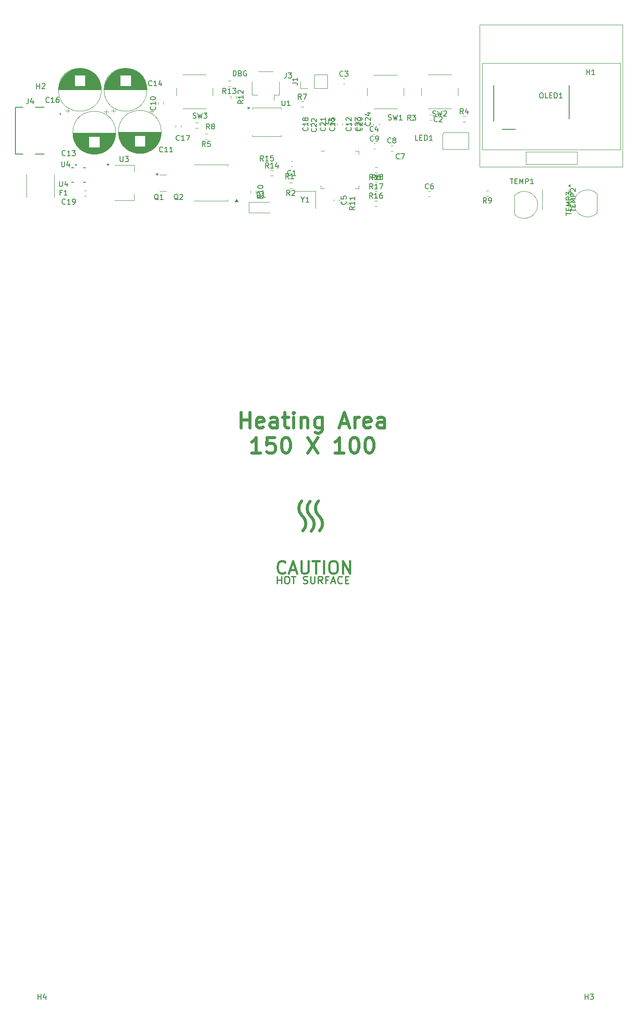
<source format=gbr>
%TF.GenerationSoftware,KiCad,Pcbnew,8.0.8*%
%TF.CreationDate,2025-01-24T10:54:45+05:30*%
%TF.ProjectId,heatPlate,68656174-506c-4617-9465-2e6b69636164,rev?*%
%TF.SameCoordinates,Original*%
%TF.FileFunction,Legend,Top*%
%TF.FilePolarity,Positive*%
%FSLAX46Y46*%
G04 Gerber Fmt 4.6, Leading zero omitted, Abs format (unit mm)*
G04 Created by KiCad (PCBNEW 8.0.8) date 2025-01-24 10:54:45*
%MOMM*%
%LPD*%
G01*
G04 APERTURE LIST*
%ADD10C,0.200000*%
%ADD11C,0.600000*%
%ADD12C,0.400000*%
%ADD13C,0.240000*%
%ADD14C,0.150000*%
%ADD15C,0.120000*%
%ADD16C,0.203200*%
%ADD17C,0.152400*%
%ADD18C,0.000000*%
%ADD19C,0.127000*%
%ADD20C,0.100000*%
G04 APERTURE END LIST*
D10*
X102169673Y-47767219D02*
X102169673Y-46767219D01*
X102169673Y-46767219D02*
X102407768Y-46767219D01*
X102407768Y-46767219D02*
X102550625Y-46814838D01*
X102550625Y-46814838D02*
X102645863Y-46910076D01*
X102645863Y-46910076D02*
X102693482Y-47005314D01*
X102693482Y-47005314D02*
X102741101Y-47195790D01*
X102741101Y-47195790D02*
X102741101Y-47338647D01*
X102741101Y-47338647D02*
X102693482Y-47529123D01*
X102693482Y-47529123D02*
X102645863Y-47624361D01*
X102645863Y-47624361D02*
X102550625Y-47719600D01*
X102550625Y-47719600D02*
X102407768Y-47767219D01*
X102407768Y-47767219D02*
X102169673Y-47767219D01*
X103503006Y-47243409D02*
X103645863Y-47291028D01*
X103645863Y-47291028D02*
X103693482Y-47338647D01*
X103693482Y-47338647D02*
X103741101Y-47433885D01*
X103741101Y-47433885D02*
X103741101Y-47576742D01*
X103741101Y-47576742D02*
X103693482Y-47671980D01*
X103693482Y-47671980D02*
X103645863Y-47719600D01*
X103645863Y-47719600D02*
X103550625Y-47767219D01*
X103550625Y-47767219D02*
X103169673Y-47767219D01*
X103169673Y-47767219D02*
X103169673Y-46767219D01*
X103169673Y-46767219D02*
X103503006Y-46767219D01*
X103503006Y-46767219D02*
X103598244Y-46814838D01*
X103598244Y-46814838D02*
X103645863Y-46862457D01*
X103645863Y-46862457D02*
X103693482Y-46957695D01*
X103693482Y-46957695D02*
X103693482Y-47052933D01*
X103693482Y-47052933D02*
X103645863Y-47148171D01*
X103645863Y-47148171D02*
X103598244Y-47195790D01*
X103598244Y-47195790D02*
X103503006Y-47243409D01*
X103503006Y-47243409D02*
X103169673Y-47243409D01*
X104693482Y-46814838D02*
X104598244Y-46767219D01*
X104598244Y-46767219D02*
X104455387Y-46767219D01*
X104455387Y-46767219D02*
X104312530Y-46814838D01*
X104312530Y-46814838D02*
X104217292Y-46910076D01*
X104217292Y-46910076D02*
X104169673Y-47005314D01*
X104169673Y-47005314D02*
X104122054Y-47195790D01*
X104122054Y-47195790D02*
X104122054Y-47338647D01*
X104122054Y-47338647D02*
X104169673Y-47529123D01*
X104169673Y-47529123D02*
X104217292Y-47624361D01*
X104217292Y-47624361D02*
X104312530Y-47719600D01*
X104312530Y-47719600D02*
X104455387Y-47767219D01*
X104455387Y-47767219D02*
X104550625Y-47767219D01*
X104550625Y-47767219D02*
X104693482Y-47719600D01*
X104693482Y-47719600D02*
X104741101Y-47671980D01*
X104741101Y-47671980D02*
X104741101Y-47338647D01*
X104741101Y-47338647D02*
X104550625Y-47338647D01*
D11*
X116915577Y-132103577D02*
G75*
G02*
X116349755Y-130737577I1365923J1365977D01*
G01*
X119315577Y-133634577D02*
G75*
G02*
X118749998Y-134999998I-1931177J77D01*
G01*
X117715577Y-133703577D02*
G75*
G02*
X117149998Y-135068998I-1931177J77D01*
G01*
X118749577Y-132269577D02*
G75*
G02*
X119314943Y-133634577I-1365177J-1365023D01*
G01*
X115315577Y-132034577D02*
G75*
G02*
X114750462Y-130668870I1365923J1364977D01*
G01*
X118515577Y-132034577D02*
G75*
G02*
X117950462Y-130668870I1365923J1364977D01*
G01*
X116349577Y-130737577D02*
G75*
G02*
X116915445Y-129371445I1931823J77D01*
G01*
X116115577Y-133634577D02*
G75*
G02*
X115549998Y-134999998I-1931177J77D01*
G01*
X117949577Y-130669577D02*
G75*
G02*
X118515445Y-129303445I1931823J77D01*
G01*
X115549577Y-132269577D02*
G75*
G02*
X116114943Y-133634577I-1365177J-1365023D01*
G01*
X114749577Y-130669577D02*
G75*
G02*
X115315445Y-129303445I1931823J77D01*
G01*
X117149577Y-132337577D02*
G75*
G02*
X117715679Y-133702870I-1365077J-1366023D01*
G01*
X103614284Y-115241741D02*
X103614284Y-112241741D01*
X103614284Y-113670312D02*
X105328570Y-113670312D01*
X105328570Y-115241741D02*
X105328570Y-112241741D01*
X107899998Y-115098884D02*
X107614284Y-115241741D01*
X107614284Y-115241741D02*
X107042856Y-115241741D01*
X107042856Y-115241741D02*
X106757141Y-115098884D01*
X106757141Y-115098884D02*
X106614284Y-114813169D01*
X106614284Y-114813169D02*
X106614284Y-113670312D01*
X106614284Y-113670312D02*
X106757141Y-113384598D01*
X106757141Y-113384598D02*
X107042856Y-113241741D01*
X107042856Y-113241741D02*
X107614284Y-113241741D01*
X107614284Y-113241741D02*
X107899998Y-113384598D01*
X107899998Y-113384598D02*
X108042856Y-113670312D01*
X108042856Y-113670312D02*
X108042856Y-113956026D01*
X108042856Y-113956026D02*
X106614284Y-114241741D01*
X110614285Y-115241741D02*
X110614285Y-113670312D01*
X110614285Y-113670312D02*
X110471427Y-113384598D01*
X110471427Y-113384598D02*
X110185713Y-113241741D01*
X110185713Y-113241741D02*
X109614285Y-113241741D01*
X109614285Y-113241741D02*
X109328570Y-113384598D01*
X110614285Y-115098884D02*
X110328570Y-115241741D01*
X110328570Y-115241741D02*
X109614285Y-115241741D01*
X109614285Y-115241741D02*
X109328570Y-115098884D01*
X109328570Y-115098884D02*
X109185713Y-114813169D01*
X109185713Y-114813169D02*
X109185713Y-114527455D01*
X109185713Y-114527455D02*
X109328570Y-114241741D01*
X109328570Y-114241741D02*
X109614285Y-114098884D01*
X109614285Y-114098884D02*
X110328570Y-114098884D01*
X110328570Y-114098884D02*
X110614285Y-113956026D01*
X111614285Y-113241741D02*
X112757142Y-113241741D01*
X112042856Y-112241741D02*
X112042856Y-114813169D01*
X112042856Y-114813169D02*
X112185713Y-115098884D01*
X112185713Y-115098884D02*
X112471428Y-115241741D01*
X112471428Y-115241741D02*
X112757142Y-115241741D01*
X113757142Y-115241741D02*
X113757142Y-113241741D01*
X113757142Y-112241741D02*
X113614285Y-112384598D01*
X113614285Y-112384598D02*
X113757142Y-112527455D01*
X113757142Y-112527455D02*
X113899999Y-112384598D01*
X113899999Y-112384598D02*
X113757142Y-112241741D01*
X113757142Y-112241741D02*
X113757142Y-112527455D01*
X115185713Y-113241741D02*
X115185713Y-115241741D01*
X115185713Y-113527455D02*
X115328570Y-113384598D01*
X115328570Y-113384598D02*
X115614285Y-113241741D01*
X115614285Y-113241741D02*
X116042856Y-113241741D01*
X116042856Y-113241741D02*
X116328570Y-113384598D01*
X116328570Y-113384598D02*
X116471428Y-113670312D01*
X116471428Y-113670312D02*
X116471428Y-115241741D01*
X119185714Y-113241741D02*
X119185714Y-115670312D01*
X119185714Y-115670312D02*
X119042856Y-115956026D01*
X119042856Y-115956026D02*
X118899999Y-116098884D01*
X118899999Y-116098884D02*
X118614285Y-116241741D01*
X118614285Y-116241741D02*
X118185714Y-116241741D01*
X118185714Y-116241741D02*
X117899999Y-116098884D01*
X119185714Y-115098884D02*
X118899999Y-115241741D01*
X118899999Y-115241741D02*
X118328571Y-115241741D01*
X118328571Y-115241741D02*
X118042856Y-115098884D01*
X118042856Y-115098884D02*
X117899999Y-114956026D01*
X117899999Y-114956026D02*
X117757142Y-114670312D01*
X117757142Y-114670312D02*
X117757142Y-113813169D01*
X117757142Y-113813169D02*
X117899999Y-113527455D01*
X117899999Y-113527455D02*
X118042856Y-113384598D01*
X118042856Y-113384598D02*
X118328571Y-113241741D01*
X118328571Y-113241741D02*
X118899999Y-113241741D01*
X118899999Y-113241741D02*
X119185714Y-113384598D01*
X122757142Y-114384598D02*
X124185714Y-114384598D01*
X122471428Y-115241741D02*
X123471428Y-112241741D01*
X123471428Y-112241741D02*
X124471428Y-115241741D01*
X125471428Y-115241741D02*
X125471428Y-113241741D01*
X125471428Y-113813169D02*
X125614285Y-113527455D01*
X125614285Y-113527455D02*
X125757143Y-113384598D01*
X125757143Y-113384598D02*
X126042857Y-113241741D01*
X126042857Y-113241741D02*
X126328571Y-113241741D01*
X128471428Y-115098884D02*
X128185714Y-115241741D01*
X128185714Y-115241741D02*
X127614286Y-115241741D01*
X127614286Y-115241741D02*
X127328571Y-115098884D01*
X127328571Y-115098884D02*
X127185714Y-114813169D01*
X127185714Y-114813169D02*
X127185714Y-113670312D01*
X127185714Y-113670312D02*
X127328571Y-113384598D01*
X127328571Y-113384598D02*
X127614286Y-113241741D01*
X127614286Y-113241741D02*
X128185714Y-113241741D01*
X128185714Y-113241741D02*
X128471428Y-113384598D01*
X128471428Y-113384598D02*
X128614286Y-113670312D01*
X128614286Y-113670312D02*
X128614286Y-113956026D01*
X128614286Y-113956026D02*
X127185714Y-114241741D01*
X131185715Y-115241741D02*
X131185715Y-113670312D01*
X131185715Y-113670312D02*
X131042857Y-113384598D01*
X131042857Y-113384598D02*
X130757143Y-113241741D01*
X130757143Y-113241741D02*
X130185715Y-113241741D01*
X130185715Y-113241741D02*
X129900000Y-113384598D01*
X131185715Y-115098884D02*
X130900000Y-115241741D01*
X130900000Y-115241741D02*
X130185715Y-115241741D01*
X130185715Y-115241741D02*
X129900000Y-115098884D01*
X129900000Y-115098884D02*
X129757143Y-114813169D01*
X129757143Y-114813169D02*
X129757143Y-114527455D01*
X129757143Y-114527455D02*
X129900000Y-114241741D01*
X129900000Y-114241741D02*
X130185715Y-114098884D01*
X130185715Y-114098884D02*
X130900000Y-114098884D01*
X130900000Y-114098884D02*
X131185715Y-113956026D01*
X107400000Y-120071573D02*
X105685714Y-120071573D01*
X106542857Y-120071573D02*
X106542857Y-117071573D01*
X106542857Y-117071573D02*
X106257143Y-117500144D01*
X106257143Y-117500144D02*
X105971428Y-117785858D01*
X105971428Y-117785858D02*
X105685714Y-117928716D01*
X110114286Y-117071573D02*
X108685714Y-117071573D01*
X108685714Y-117071573D02*
X108542857Y-118500144D01*
X108542857Y-118500144D02*
X108685714Y-118357287D01*
X108685714Y-118357287D02*
X108971429Y-118214430D01*
X108971429Y-118214430D02*
X109685714Y-118214430D01*
X109685714Y-118214430D02*
X109971429Y-118357287D01*
X109971429Y-118357287D02*
X110114286Y-118500144D01*
X110114286Y-118500144D02*
X110257143Y-118785858D01*
X110257143Y-118785858D02*
X110257143Y-119500144D01*
X110257143Y-119500144D02*
X110114286Y-119785858D01*
X110114286Y-119785858D02*
X109971429Y-119928716D01*
X109971429Y-119928716D02*
X109685714Y-120071573D01*
X109685714Y-120071573D02*
X108971429Y-120071573D01*
X108971429Y-120071573D02*
X108685714Y-119928716D01*
X108685714Y-119928716D02*
X108542857Y-119785858D01*
X112114286Y-117071573D02*
X112400000Y-117071573D01*
X112400000Y-117071573D02*
X112685714Y-117214430D01*
X112685714Y-117214430D02*
X112828572Y-117357287D01*
X112828572Y-117357287D02*
X112971429Y-117643001D01*
X112971429Y-117643001D02*
X113114286Y-118214430D01*
X113114286Y-118214430D02*
X113114286Y-118928716D01*
X113114286Y-118928716D02*
X112971429Y-119500144D01*
X112971429Y-119500144D02*
X112828572Y-119785858D01*
X112828572Y-119785858D02*
X112685714Y-119928716D01*
X112685714Y-119928716D02*
X112400000Y-120071573D01*
X112400000Y-120071573D02*
X112114286Y-120071573D01*
X112114286Y-120071573D02*
X111828572Y-119928716D01*
X111828572Y-119928716D02*
X111685714Y-119785858D01*
X111685714Y-119785858D02*
X111542857Y-119500144D01*
X111542857Y-119500144D02*
X111400000Y-118928716D01*
X111400000Y-118928716D02*
X111400000Y-118214430D01*
X111400000Y-118214430D02*
X111542857Y-117643001D01*
X111542857Y-117643001D02*
X111685714Y-117357287D01*
X111685714Y-117357287D02*
X111828572Y-117214430D01*
X111828572Y-117214430D02*
X112114286Y-117071573D01*
X116400000Y-117071573D02*
X118400000Y-120071573D01*
X118400000Y-117071573D02*
X116400000Y-120071573D01*
X123400000Y-120071573D02*
X121685714Y-120071573D01*
X122542857Y-120071573D02*
X122542857Y-117071573D01*
X122542857Y-117071573D02*
X122257143Y-117500144D01*
X122257143Y-117500144D02*
X121971428Y-117785858D01*
X121971428Y-117785858D02*
X121685714Y-117928716D01*
X125257143Y-117071573D02*
X125542857Y-117071573D01*
X125542857Y-117071573D02*
X125828571Y-117214430D01*
X125828571Y-117214430D02*
X125971429Y-117357287D01*
X125971429Y-117357287D02*
X126114286Y-117643001D01*
X126114286Y-117643001D02*
X126257143Y-118214430D01*
X126257143Y-118214430D02*
X126257143Y-118928716D01*
X126257143Y-118928716D02*
X126114286Y-119500144D01*
X126114286Y-119500144D02*
X125971429Y-119785858D01*
X125971429Y-119785858D02*
X125828571Y-119928716D01*
X125828571Y-119928716D02*
X125542857Y-120071573D01*
X125542857Y-120071573D02*
X125257143Y-120071573D01*
X125257143Y-120071573D02*
X124971429Y-119928716D01*
X124971429Y-119928716D02*
X124828571Y-119785858D01*
X124828571Y-119785858D02*
X124685714Y-119500144D01*
X124685714Y-119500144D02*
X124542857Y-118928716D01*
X124542857Y-118928716D02*
X124542857Y-118214430D01*
X124542857Y-118214430D02*
X124685714Y-117643001D01*
X124685714Y-117643001D02*
X124828571Y-117357287D01*
X124828571Y-117357287D02*
X124971429Y-117214430D01*
X124971429Y-117214430D02*
X125257143Y-117071573D01*
X128114286Y-117071573D02*
X128400000Y-117071573D01*
X128400000Y-117071573D02*
X128685714Y-117214430D01*
X128685714Y-117214430D02*
X128828572Y-117357287D01*
X128828572Y-117357287D02*
X128971429Y-117643001D01*
X128971429Y-117643001D02*
X129114286Y-118214430D01*
X129114286Y-118214430D02*
X129114286Y-118928716D01*
X129114286Y-118928716D02*
X128971429Y-119500144D01*
X128971429Y-119500144D02*
X128828572Y-119785858D01*
X128828572Y-119785858D02*
X128685714Y-119928716D01*
X128685714Y-119928716D02*
X128400000Y-120071573D01*
X128400000Y-120071573D02*
X128114286Y-120071573D01*
X128114286Y-120071573D02*
X127828572Y-119928716D01*
X127828572Y-119928716D02*
X127685714Y-119785858D01*
X127685714Y-119785858D02*
X127542857Y-119500144D01*
X127542857Y-119500144D02*
X127400000Y-118928716D01*
X127400000Y-118928716D02*
X127400000Y-118214430D01*
X127400000Y-118214430D02*
X127542857Y-117643001D01*
X127542857Y-117643001D02*
X127685714Y-117357287D01*
X127685714Y-117357287D02*
X127828572Y-117214430D01*
X127828572Y-117214430D02*
X128114286Y-117071573D01*
D12*
X112121591Y-142964491D02*
X112007305Y-143078777D01*
X112007305Y-143078777D02*
X111664448Y-143193062D01*
X111664448Y-143193062D02*
X111435876Y-143193062D01*
X111435876Y-143193062D02*
X111093019Y-143078777D01*
X111093019Y-143078777D02*
X110864448Y-142850205D01*
X110864448Y-142850205D02*
X110750162Y-142621634D01*
X110750162Y-142621634D02*
X110635876Y-142164491D01*
X110635876Y-142164491D02*
X110635876Y-141821634D01*
X110635876Y-141821634D02*
X110750162Y-141364491D01*
X110750162Y-141364491D02*
X110864448Y-141135919D01*
X110864448Y-141135919D02*
X111093019Y-140907348D01*
X111093019Y-140907348D02*
X111435876Y-140793062D01*
X111435876Y-140793062D02*
X111664448Y-140793062D01*
X111664448Y-140793062D02*
X112007305Y-140907348D01*
X112007305Y-140907348D02*
X112121591Y-141021634D01*
X113035876Y-142507348D02*
X114178734Y-142507348D01*
X112807305Y-143193062D02*
X113607305Y-140793062D01*
X113607305Y-140793062D02*
X114407305Y-143193062D01*
X115207305Y-140793062D02*
X115207305Y-142735919D01*
X115207305Y-142735919D02*
X115321591Y-142964491D01*
X115321591Y-142964491D02*
X115435877Y-143078777D01*
X115435877Y-143078777D02*
X115664448Y-143193062D01*
X115664448Y-143193062D02*
X116121591Y-143193062D01*
X116121591Y-143193062D02*
X116350162Y-143078777D01*
X116350162Y-143078777D02*
X116464448Y-142964491D01*
X116464448Y-142964491D02*
X116578734Y-142735919D01*
X116578734Y-142735919D02*
X116578734Y-140793062D01*
X117378734Y-140793062D02*
X118750163Y-140793062D01*
X118064448Y-143193062D02*
X118064448Y-140793062D01*
X119550162Y-143193062D02*
X119550162Y-140793062D01*
X121150162Y-140793062D02*
X121607305Y-140793062D01*
X121607305Y-140793062D02*
X121835876Y-140907348D01*
X121835876Y-140907348D02*
X122064448Y-141135919D01*
X122064448Y-141135919D02*
X122178733Y-141593062D01*
X122178733Y-141593062D02*
X122178733Y-142393062D01*
X122178733Y-142393062D02*
X122064448Y-142850205D01*
X122064448Y-142850205D02*
X121835876Y-143078777D01*
X121835876Y-143078777D02*
X121607305Y-143193062D01*
X121607305Y-143193062D02*
X121150162Y-143193062D01*
X121150162Y-143193062D02*
X120921591Y-143078777D01*
X120921591Y-143078777D02*
X120693019Y-142850205D01*
X120693019Y-142850205D02*
X120578733Y-142393062D01*
X120578733Y-142393062D02*
X120578733Y-141593062D01*
X120578733Y-141593062D02*
X120693019Y-141135919D01*
X120693019Y-141135919D02*
X120921591Y-140907348D01*
X120921591Y-140907348D02*
X121150162Y-140793062D01*
X123207305Y-143193062D02*
X123207305Y-140793062D01*
X123207305Y-140793062D02*
X124578734Y-143193062D01*
X124578734Y-143193062D02*
X124578734Y-140793062D01*
D13*
X110606804Y-145138763D02*
X110606804Y-143738763D01*
X110606804Y-144405430D02*
X111406804Y-144405430D01*
X111406804Y-145138763D02*
X111406804Y-143738763D01*
X112340138Y-143738763D02*
X112606804Y-143738763D01*
X112606804Y-143738763D02*
X112740138Y-143805430D01*
X112740138Y-143805430D02*
X112873471Y-143938763D01*
X112873471Y-143938763D02*
X112940138Y-144205430D01*
X112940138Y-144205430D02*
X112940138Y-144672097D01*
X112940138Y-144672097D02*
X112873471Y-144938763D01*
X112873471Y-144938763D02*
X112740138Y-145072097D01*
X112740138Y-145072097D02*
X112606804Y-145138763D01*
X112606804Y-145138763D02*
X112340138Y-145138763D01*
X112340138Y-145138763D02*
X112206804Y-145072097D01*
X112206804Y-145072097D02*
X112073471Y-144938763D01*
X112073471Y-144938763D02*
X112006804Y-144672097D01*
X112006804Y-144672097D02*
X112006804Y-144205430D01*
X112006804Y-144205430D02*
X112073471Y-143938763D01*
X112073471Y-143938763D02*
X112206804Y-143805430D01*
X112206804Y-143805430D02*
X112340138Y-143738763D01*
X113340138Y-143738763D02*
X114140138Y-143738763D01*
X113740138Y-145138763D02*
X113740138Y-143738763D01*
X115606805Y-145072097D02*
X115806805Y-145138763D01*
X115806805Y-145138763D02*
X116140139Y-145138763D01*
X116140139Y-145138763D02*
X116273472Y-145072097D01*
X116273472Y-145072097D02*
X116340139Y-145005430D01*
X116340139Y-145005430D02*
X116406805Y-144872097D01*
X116406805Y-144872097D02*
X116406805Y-144738763D01*
X116406805Y-144738763D02*
X116340139Y-144605430D01*
X116340139Y-144605430D02*
X116273472Y-144538763D01*
X116273472Y-144538763D02*
X116140139Y-144472097D01*
X116140139Y-144472097D02*
X115873472Y-144405430D01*
X115873472Y-144405430D02*
X115740139Y-144338763D01*
X115740139Y-144338763D02*
X115673472Y-144272097D01*
X115673472Y-144272097D02*
X115606805Y-144138763D01*
X115606805Y-144138763D02*
X115606805Y-144005430D01*
X115606805Y-144005430D02*
X115673472Y-143872097D01*
X115673472Y-143872097D02*
X115740139Y-143805430D01*
X115740139Y-143805430D02*
X115873472Y-143738763D01*
X115873472Y-143738763D02*
X116206805Y-143738763D01*
X116206805Y-143738763D02*
X116406805Y-143805430D01*
X117006805Y-143738763D02*
X117006805Y-144872097D01*
X117006805Y-144872097D02*
X117073472Y-145005430D01*
X117073472Y-145005430D02*
X117140138Y-145072097D01*
X117140138Y-145072097D02*
X117273472Y-145138763D01*
X117273472Y-145138763D02*
X117540138Y-145138763D01*
X117540138Y-145138763D02*
X117673472Y-145072097D01*
X117673472Y-145072097D02*
X117740138Y-145005430D01*
X117740138Y-145005430D02*
X117806805Y-144872097D01*
X117806805Y-144872097D02*
X117806805Y-143738763D01*
X119273472Y-145138763D02*
X118806805Y-144472097D01*
X118473472Y-145138763D02*
X118473472Y-143738763D01*
X118473472Y-143738763D02*
X119006805Y-143738763D01*
X119006805Y-143738763D02*
X119140139Y-143805430D01*
X119140139Y-143805430D02*
X119206805Y-143872097D01*
X119206805Y-143872097D02*
X119273472Y-144005430D01*
X119273472Y-144005430D02*
X119273472Y-144205430D01*
X119273472Y-144205430D02*
X119206805Y-144338763D01*
X119206805Y-144338763D02*
X119140139Y-144405430D01*
X119140139Y-144405430D02*
X119006805Y-144472097D01*
X119006805Y-144472097D02*
X118473472Y-144472097D01*
X120340139Y-144405430D02*
X119873472Y-144405430D01*
X119873472Y-145138763D02*
X119873472Y-143738763D01*
X119873472Y-143738763D02*
X120540139Y-143738763D01*
X121006805Y-144738763D02*
X121673472Y-144738763D01*
X120873472Y-145138763D02*
X121340139Y-143738763D01*
X121340139Y-143738763D02*
X121806805Y-145138763D01*
X123073472Y-145005430D02*
X123006805Y-145072097D01*
X123006805Y-145072097D02*
X122806805Y-145138763D01*
X122806805Y-145138763D02*
X122673472Y-145138763D01*
X122673472Y-145138763D02*
X122473472Y-145072097D01*
X122473472Y-145072097D02*
X122340139Y-144938763D01*
X122340139Y-144938763D02*
X122273472Y-144805430D01*
X122273472Y-144805430D02*
X122206805Y-144538763D01*
X122206805Y-144538763D02*
X122206805Y-144338763D01*
X122206805Y-144338763D02*
X122273472Y-144072097D01*
X122273472Y-144072097D02*
X122340139Y-143938763D01*
X122340139Y-143938763D02*
X122473472Y-143805430D01*
X122473472Y-143805430D02*
X122673472Y-143738763D01*
X122673472Y-143738763D02*
X122806805Y-143738763D01*
X122806805Y-143738763D02*
X123006805Y-143805430D01*
X123006805Y-143805430D02*
X123073472Y-143872097D01*
X123673472Y-144405430D02*
X124140139Y-144405430D01*
X124340139Y-145138763D02*
X123673472Y-145138763D01*
X123673472Y-145138763D02*
X123673472Y-143738763D01*
X123673472Y-143738763D02*
X124340139Y-143738763D01*
D14*
X150758333Y-72134819D02*
X150425000Y-71658628D01*
X150186905Y-72134819D02*
X150186905Y-71134819D01*
X150186905Y-71134819D02*
X150567857Y-71134819D01*
X150567857Y-71134819D02*
X150663095Y-71182438D01*
X150663095Y-71182438D02*
X150710714Y-71230057D01*
X150710714Y-71230057D02*
X150758333Y-71325295D01*
X150758333Y-71325295D02*
X150758333Y-71468152D01*
X150758333Y-71468152D02*
X150710714Y-71563390D01*
X150710714Y-71563390D02*
X150663095Y-71611009D01*
X150663095Y-71611009D02*
X150567857Y-71658628D01*
X150567857Y-71658628D02*
X150186905Y-71658628D01*
X151234524Y-72134819D02*
X151425000Y-72134819D01*
X151425000Y-72134819D02*
X151520238Y-72087200D01*
X151520238Y-72087200D02*
X151567857Y-72039580D01*
X151567857Y-72039580D02*
X151663095Y-71896723D01*
X151663095Y-71896723D02*
X151710714Y-71706247D01*
X151710714Y-71706247D02*
X151710714Y-71325295D01*
X151710714Y-71325295D02*
X151663095Y-71230057D01*
X151663095Y-71230057D02*
X151615476Y-71182438D01*
X151615476Y-71182438D02*
X151520238Y-71134819D01*
X151520238Y-71134819D02*
X151329762Y-71134819D01*
X151329762Y-71134819D02*
X151234524Y-71182438D01*
X151234524Y-71182438D02*
X151186905Y-71230057D01*
X151186905Y-71230057D02*
X151139286Y-71325295D01*
X151139286Y-71325295D02*
X151139286Y-71563390D01*
X151139286Y-71563390D02*
X151186905Y-71658628D01*
X151186905Y-71658628D02*
X151234524Y-71706247D01*
X151234524Y-71706247D02*
X151329762Y-71753866D01*
X151329762Y-71753866D02*
X151520238Y-71753866D01*
X151520238Y-71753866D02*
X151615476Y-71706247D01*
X151615476Y-71706247D02*
X151663095Y-71658628D01*
X151663095Y-71658628D02*
X151710714Y-71563390D01*
X115523809Y-71478628D02*
X115523809Y-71954819D01*
X115190476Y-70954819D02*
X115523809Y-71478628D01*
X115523809Y-71478628D02*
X115857142Y-70954819D01*
X116714285Y-71954819D02*
X116142857Y-71954819D01*
X116428571Y-71954819D02*
X116428571Y-70954819D01*
X116428571Y-70954819D02*
X116333333Y-71097676D01*
X116333333Y-71097676D02*
X116238095Y-71192914D01*
X116238095Y-71192914D02*
X116142857Y-71240533D01*
X129033333Y-58329580D02*
X128985714Y-58377200D01*
X128985714Y-58377200D02*
X128842857Y-58424819D01*
X128842857Y-58424819D02*
X128747619Y-58424819D01*
X128747619Y-58424819D02*
X128604762Y-58377200D01*
X128604762Y-58377200D02*
X128509524Y-58281961D01*
X128509524Y-58281961D02*
X128461905Y-58186723D01*
X128461905Y-58186723D02*
X128414286Y-57996247D01*
X128414286Y-57996247D02*
X128414286Y-57853390D01*
X128414286Y-57853390D02*
X128461905Y-57662914D01*
X128461905Y-57662914D02*
X128509524Y-57567676D01*
X128509524Y-57567676D02*
X128604762Y-57472438D01*
X128604762Y-57472438D02*
X128747619Y-57424819D01*
X128747619Y-57424819D02*
X128842857Y-57424819D01*
X128842857Y-57424819D02*
X128985714Y-57472438D01*
X128985714Y-57472438D02*
X129033333Y-57520057D01*
X129890476Y-57758152D02*
X129890476Y-58424819D01*
X129652381Y-57377200D02*
X129414286Y-58091485D01*
X129414286Y-58091485D02*
X130033333Y-58091485D01*
X69238095Y-64154819D02*
X69238095Y-64964342D01*
X69238095Y-64964342D02*
X69285714Y-65059580D01*
X69285714Y-65059580D02*
X69333333Y-65107200D01*
X69333333Y-65107200D02*
X69428571Y-65154819D01*
X69428571Y-65154819D02*
X69619047Y-65154819D01*
X69619047Y-65154819D02*
X69714285Y-65107200D01*
X69714285Y-65107200D02*
X69761904Y-65059580D01*
X69761904Y-65059580D02*
X69809523Y-64964342D01*
X69809523Y-64964342D02*
X69809523Y-64154819D01*
X70714285Y-64488152D02*
X70714285Y-65154819D01*
X70476190Y-64107200D02*
X70238095Y-64821485D01*
X70238095Y-64821485D02*
X70857142Y-64821485D01*
X68838095Y-67954819D02*
X68838095Y-68764342D01*
X68838095Y-68764342D02*
X68885714Y-68859580D01*
X68885714Y-68859580D02*
X68933333Y-68907200D01*
X68933333Y-68907200D02*
X69028571Y-68954819D01*
X69028571Y-68954819D02*
X69219047Y-68954819D01*
X69219047Y-68954819D02*
X69314285Y-68907200D01*
X69314285Y-68907200D02*
X69361904Y-68859580D01*
X69361904Y-68859580D02*
X69409523Y-68764342D01*
X69409523Y-68764342D02*
X69409523Y-67954819D01*
X70314285Y-68288152D02*
X70314285Y-68954819D01*
X70076190Y-67907200D02*
X69838095Y-68621485D01*
X69838095Y-68621485D02*
X70457142Y-68621485D01*
X116429580Y-57667857D02*
X116477200Y-57715476D01*
X116477200Y-57715476D02*
X116524819Y-57858333D01*
X116524819Y-57858333D02*
X116524819Y-57953571D01*
X116524819Y-57953571D02*
X116477200Y-58096428D01*
X116477200Y-58096428D02*
X116381961Y-58191666D01*
X116381961Y-58191666D02*
X116286723Y-58239285D01*
X116286723Y-58239285D02*
X116096247Y-58286904D01*
X116096247Y-58286904D02*
X115953390Y-58286904D01*
X115953390Y-58286904D02*
X115762914Y-58239285D01*
X115762914Y-58239285D02*
X115667676Y-58191666D01*
X115667676Y-58191666D02*
X115572438Y-58096428D01*
X115572438Y-58096428D02*
X115524819Y-57953571D01*
X115524819Y-57953571D02*
X115524819Y-57858333D01*
X115524819Y-57858333D02*
X115572438Y-57715476D01*
X115572438Y-57715476D02*
X115620057Y-57667857D01*
X116524819Y-56715476D02*
X116524819Y-57286904D01*
X116524819Y-57001190D02*
X115524819Y-57001190D01*
X115524819Y-57001190D02*
X115667676Y-57096428D01*
X115667676Y-57096428D02*
X115762914Y-57191666D01*
X115762914Y-57191666D02*
X115810533Y-57286904D01*
X115953390Y-56144047D02*
X115905771Y-56239285D01*
X115905771Y-56239285D02*
X115858152Y-56286904D01*
X115858152Y-56286904D02*
X115762914Y-56334523D01*
X115762914Y-56334523D02*
X115715295Y-56334523D01*
X115715295Y-56334523D02*
X115620057Y-56286904D01*
X115620057Y-56286904D02*
X115572438Y-56239285D01*
X115572438Y-56239285D02*
X115524819Y-56144047D01*
X115524819Y-56144047D02*
X115524819Y-55953571D01*
X115524819Y-55953571D02*
X115572438Y-55858333D01*
X115572438Y-55858333D02*
X115620057Y-55810714D01*
X115620057Y-55810714D02*
X115715295Y-55763095D01*
X115715295Y-55763095D02*
X115762914Y-55763095D01*
X115762914Y-55763095D02*
X115858152Y-55810714D01*
X115858152Y-55810714D02*
X115905771Y-55858333D01*
X115905771Y-55858333D02*
X115953390Y-55953571D01*
X115953390Y-55953571D02*
X115953390Y-56144047D01*
X115953390Y-56144047D02*
X116001009Y-56239285D01*
X116001009Y-56239285D02*
X116048628Y-56286904D01*
X116048628Y-56286904D02*
X116143866Y-56334523D01*
X116143866Y-56334523D02*
X116334342Y-56334523D01*
X116334342Y-56334523D02*
X116429580Y-56286904D01*
X116429580Y-56286904D02*
X116477200Y-56239285D01*
X116477200Y-56239285D02*
X116524819Y-56144047D01*
X116524819Y-56144047D02*
X116524819Y-55953571D01*
X116524819Y-55953571D02*
X116477200Y-55858333D01*
X116477200Y-55858333D02*
X116429580Y-55810714D01*
X116429580Y-55810714D02*
X116334342Y-55763095D01*
X116334342Y-55763095D02*
X116143866Y-55763095D01*
X116143866Y-55763095D02*
X116048628Y-55810714D01*
X116048628Y-55810714D02*
X116001009Y-55858333D01*
X116001009Y-55858333D02*
X115953390Y-55953571D01*
X119809580Y-57642857D02*
X119857200Y-57690476D01*
X119857200Y-57690476D02*
X119904819Y-57833333D01*
X119904819Y-57833333D02*
X119904819Y-57928571D01*
X119904819Y-57928571D02*
X119857200Y-58071428D01*
X119857200Y-58071428D02*
X119761961Y-58166666D01*
X119761961Y-58166666D02*
X119666723Y-58214285D01*
X119666723Y-58214285D02*
X119476247Y-58261904D01*
X119476247Y-58261904D02*
X119333390Y-58261904D01*
X119333390Y-58261904D02*
X119142914Y-58214285D01*
X119142914Y-58214285D02*
X119047676Y-58166666D01*
X119047676Y-58166666D02*
X118952438Y-58071428D01*
X118952438Y-58071428D02*
X118904819Y-57928571D01*
X118904819Y-57928571D02*
X118904819Y-57833333D01*
X118904819Y-57833333D02*
X118952438Y-57690476D01*
X118952438Y-57690476D02*
X119000057Y-57642857D01*
X119000057Y-57261904D02*
X118952438Y-57214285D01*
X118952438Y-57214285D02*
X118904819Y-57119047D01*
X118904819Y-57119047D02*
X118904819Y-56880952D01*
X118904819Y-56880952D02*
X118952438Y-56785714D01*
X118952438Y-56785714D02*
X119000057Y-56738095D01*
X119000057Y-56738095D02*
X119095295Y-56690476D01*
X119095295Y-56690476D02*
X119190533Y-56690476D01*
X119190533Y-56690476D02*
X119333390Y-56738095D01*
X119333390Y-56738095D02*
X119904819Y-57309523D01*
X119904819Y-57309523D02*
X119904819Y-56690476D01*
X119904819Y-55738095D02*
X119904819Y-56309523D01*
X119904819Y-56023809D02*
X118904819Y-56023809D01*
X118904819Y-56023809D02*
X119047676Y-56119047D01*
X119047676Y-56119047D02*
X119142914Y-56214285D01*
X119142914Y-56214285D02*
X119190533Y-56309523D01*
X134033333Y-63559580D02*
X133985714Y-63607200D01*
X133985714Y-63607200D02*
X133842857Y-63654819D01*
X133842857Y-63654819D02*
X133747619Y-63654819D01*
X133747619Y-63654819D02*
X133604762Y-63607200D01*
X133604762Y-63607200D02*
X133509524Y-63511961D01*
X133509524Y-63511961D02*
X133461905Y-63416723D01*
X133461905Y-63416723D02*
X133414286Y-63226247D01*
X133414286Y-63226247D02*
X133414286Y-63083390D01*
X133414286Y-63083390D02*
X133461905Y-62892914D01*
X133461905Y-62892914D02*
X133509524Y-62797676D01*
X133509524Y-62797676D02*
X133604762Y-62702438D01*
X133604762Y-62702438D02*
X133747619Y-62654819D01*
X133747619Y-62654819D02*
X133842857Y-62654819D01*
X133842857Y-62654819D02*
X133985714Y-62702438D01*
X133985714Y-62702438D02*
X134033333Y-62750057D01*
X134366667Y-62654819D02*
X135033333Y-62654819D01*
X135033333Y-62654819D02*
X134604762Y-63654819D01*
X104084819Y-52442857D02*
X103608628Y-52776190D01*
X104084819Y-53014285D02*
X103084819Y-53014285D01*
X103084819Y-53014285D02*
X103084819Y-52633333D01*
X103084819Y-52633333D02*
X103132438Y-52538095D01*
X103132438Y-52538095D02*
X103180057Y-52490476D01*
X103180057Y-52490476D02*
X103275295Y-52442857D01*
X103275295Y-52442857D02*
X103418152Y-52442857D01*
X103418152Y-52442857D02*
X103513390Y-52490476D01*
X103513390Y-52490476D02*
X103561009Y-52538095D01*
X103561009Y-52538095D02*
X103608628Y-52633333D01*
X103608628Y-52633333D02*
X103608628Y-53014285D01*
X104084819Y-51490476D02*
X104084819Y-52061904D01*
X104084819Y-51776190D02*
X103084819Y-51776190D01*
X103084819Y-51776190D02*
X103227676Y-51871428D01*
X103227676Y-51871428D02*
X103322914Y-51966666D01*
X103322914Y-51966666D02*
X103370533Y-52061904D01*
X103180057Y-51109523D02*
X103132438Y-51061904D01*
X103132438Y-51061904D02*
X103084819Y-50966666D01*
X103084819Y-50966666D02*
X103084819Y-50728571D01*
X103084819Y-50728571D02*
X103132438Y-50633333D01*
X103132438Y-50633333D02*
X103180057Y-50585714D01*
X103180057Y-50585714D02*
X103275295Y-50538095D01*
X103275295Y-50538095D02*
X103370533Y-50538095D01*
X103370533Y-50538095D02*
X103513390Y-50585714D01*
X103513390Y-50585714D02*
X104084819Y-51157142D01*
X104084819Y-51157142D02*
X104084819Y-50538095D01*
X118059580Y-57842857D02*
X118107200Y-57890476D01*
X118107200Y-57890476D02*
X118154819Y-58033333D01*
X118154819Y-58033333D02*
X118154819Y-58128571D01*
X118154819Y-58128571D02*
X118107200Y-58271428D01*
X118107200Y-58271428D02*
X118011961Y-58366666D01*
X118011961Y-58366666D02*
X117916723Y-58414285D01*
X117916723Y-58414285D02*
X117726247Y-58461904D01*
X117726247Y-58461904D02*
X117583390Y-58461904D01*
X117583390Y-58461904D02*
X117392914Y-58414285D01*
X117392914Y-58414285D02*
X117297676Y-58366666D01*
X117297676Y-58366666D02*
X117202438Y-58271428D01*
X117202438Y-58271428D02*
X117154819Y-58128571D01*
X117154819Y-58128571D02*
X117154819Y-58033333D01*
X117154819Y-58033333D02*
X117202438Y-57890476D01*
X117202438Y-57890476D02*
X117250057Y-57842857D01*
X117250057Y-57461904D02*
X117202438Y-57414285D01*
X117202438Y-57414285D02*
X117154819Y-57319047D01*
X117154819Y-57319047D02*
X117154819Y-57080952D01*
X117154819Y-57080952D02*
X117202438Y-56985714D01*
X117202438Y-56985714D02*
X117250057Y-56938095D01*
X117250057Y-56938095D02*
X117345295Y-56890476D01*
X117345295Y-56890476D02*
X117440533Y-56890476D01*
X117440533Y-56890476D02*
X117583390Y-56938095D01*
X117583390Y-56938095D02*
X118154819Y-57509523D01*
X118154819Y-57509523D02*
X118154819Y-56890476D01*
X117250057Y-56509523D02*
X117202438Y-56461904D01*
X117202438Y-56461904D02*
X117154819Y-56366666D01*
X117154819Y-56366666D02*
X117154819Y-56128571D01*
X117154819Y-56128571D02*
X117202438Y-56033333D01*
X117202438Y-56033333D02*
X117250057Y-55985714D01*
X117250057Y-55985714D02*
X117345295Y-55938095D01*
X117345295Y-55938095D02*
X117440533Y-55938095D01*
X117440533Y-55938095D02*
X117583390Y-55985714D01*
X117583390Y-55985714D02*
X118154819Y-56557142D01*
X118154819Y-56557142D02*
X118154819Y-55938095D01*
X132433333Y-60529580D02*
X132385714Y-60577200D01*
X132385714Y-60577200D02*
X132242857Y-60624819D01*
X132242857Y-60624819D02*
X132147619Y-60624819D01*
X132147619Y-60624819D02*
X132004762Y-60577200D01*
X132004762Y-60577200D02*
X131909524Y-60481961D01*
X131909524Y-60481961D02*
X131861905Y-60386723D01*
X131861905Y-60386723D02*
X131814286Y-60196247D01*
X131814286Y-60196247D02*
X131814286Y-60053390D01*
X131814286Y-60053390D02*
X131861905Y-59862914D01*
X131861905Y-59862914D02*
X131909524Y-59767676D01*
X131909524Y-59767676D02*
X132004762Y-59672438D01*
X132004762Y-59672438D02*
X132147619Y-59624819D01*
X132147619Y-59624819D02*
X132242857Y-59624819D01*
X132242857Y-59624819D02*
X132385714Y-59672438D01*
X132385714Y-59672438D02*
X132433333Y-59720057D01*
X133004762Y-60053390D02*
X132909524Y-60005771D01*
X132909524Y-60005771D02*
X132861905Y-59958152D01*
X132861905Y-59958152D02*
X132814286Y-59862914D01*
X132814286Y-59862914D02*
X132814286Y-59815295D01*
X132814286Y-59815295D02*
X132861905Y-59720057D01*
X132861905Y-59720057D02*
X132909524Y-59672438D01*
X132909524Y-59672438D02*
X133004762Y-59624819D01*
X133004762Y-59624819D02*
X133195238Y-59624819D01*
X133195238Y-59624819D02*
X133290476Y-59672438D01*
X133290476Y-59672438D02*
X133338095Y-59720057D01*
X133338095Y-59720057D02*
X133385714Y-59815295D01*
X133385714Y-59815295D02*
X133385714Y-59862914D01*
X133385714Y-59862914D02*
X133338095Y-59958152D01*
X133338095Y-59958152D02*
X133290476Y-60005771D01*
X133290476Y-60005771D02*
X133195238Y-60053390D01*
X133195238Y-60053390D02*
X133004762Y-60053390D01*
X133004762Y-60053390D02*
X132909524Y-60101009D01*
X132909524Y-60101009D02*
X132861905Y-60148628D01*
X132861905Y-60148628D02*
X132814286Y-60243866D01*
X132814286Y-60243866D02*
X132814286Y-60434342D01*
X132814286Y-60434342D02*
X132861905Y-60529580D01*
X132861905Y-60529580D02*
X132909524Y-60577200D01*
X132909524Y-60577200D02*
X133004762Y-60624819D01*
X133004762Y-60624819D02*
X133195238Y-60624819D01*
X133195238Y-60624819D02*
X133290476Y-60577200D01*
X133290476Y-60577200D02*
X133338095Y-60529580D01*
X133338095Y-60529580D02*
X133385714Y-60434342D01*
X133385714Y-60434342D02*
X133385714Y-60243866D01*
X133385714Y-60243866D02*
X133338095Y-60148628D01*
X133338095Y-60148628D02*
X133290476Y-60101009D01*
X133290476Y-60101009D02*
X133195238Y-60053390D01*
X62866666Y-52054819D02*
X62866666Y-52769104D01*
X62866666Y-52769104D02*
X62819047Y-52911961D01*
X62819047Y-52911961D02*
X62723809Y-53007200D01*
X62723809Y-53007200D02*
X62580952Y-53054819D01*
X62580952Y-53054819D02*
X62485714Y-53054819D01*
X63771428Y-52388152D02*
X63771428Y-53054819D01*
X63533333Y-52007200D02*
X63295238Y-52721485D01*
X63295238Y-52721485D02*
X63914285Y-52721485D01*
X69957142Y-72259580D02*
X69909523Y-72307200D01*
X69909523Y-72307200D02*
X69766666Y-72354819D01*
X69766666Y-72354819D02*
X69671428Y-72354819D01*
X69671428Y-72354819D02*
X69528571Y-72307200D01*
X69528571Y-72307200D02*
X69433333Y-72211961D01*
X69433333Y-72211961D02*
X69385714Y-72116723D01*
X69385714Y-72116723D02*
X69338095Y-71926247D01*
X69338095Y-71926247D02*
X69338095Y-71783390D01*
X69338095Y-71783390D02*
X69385714Y-71592914D01*
X69385714Y-71592914D02*
X69433333Y-71497676D01*
X69433333Y-71497676D02*
X69528571Y-71402438D01*
X69528571Y-71402438D02*
X69671428Y-71354819D01*
X69671428Y-71354819D02*
X69766666Y-71354819D01*
X69766666Y-71354819D02*
X69909523Y-71402438D01*
X69909523Y-71402438D02*
X69957142Y-71450057D01*
X70909523Y-72354819D02*
X70338095Y-72354819D01*
X70623809Y-72354819D02*
X70623809Y-71354819D01*
X70623809Y-71354819D02*
X70528571Y-71497676D01*
X70528571Y-71497676D02*
X70433333Y-71592914D01*
X70433333Y-71592914D02*
X70338095Y-71640533D01*
X71385714Y-72354819D02*
X71576190Y-72354819D01*
X71576190Y-72354819D02*
X71671428Y-72307200D01*
X71671428Y-72307200D02*
X71719047Y-72259580D01*
X71719047Y-72259580D02*
X71814285Y-72116723D01*
X71814285Y-72116723D02*
X71861904Y-71926247D01*
X71861904Y-71926247D02*
X71861904Y-71545295D01*
X71861904Y-71545295D02*
X71814285Y-71450057D01*
X71814285Y-71450057D02*
X71766666Y-71402438D01*
X71766666Y-71402438D02*
X71671428Y-71354819D01*
X71671428Y-71354819D02*
X71480952Y-71354819D01*
X71480952Y-71354819D02*
X71385714Y-71402438D01*
X71385714Y-71402438D02*
X71338095Y-71450057D01*
X71338095Y-71450057D02*
X71290476Y-71545295D01*
X71290476Y-71545295D02*
X71290476Y-71783390D01*
X71290476Y-71783390D02*
X71338095Y-71878628D01*
X71338095Y-71878628D02*
X71385714Y-71926247D01*
X71385714Y-71926247D02*
X71480952Y-71973866D01*
X71480952Y-71973866D02*
X71671428Y-71973866D01*
X71671428Y-71973866D02*
X71766666Y-71926247D01*
X71766666Y-71926247D02*
X71814285Y-71878628D01*
X71814285Y-71878628D02*
X71861904Y-71783390D01*
X121559580Y-57667857D02*
X121607200Y-57715476D01*
X121607200Y-57715476D02*
X121654819Y-57858333D01*
X121654819Y-57858333D02*
X121654819Y-57953571D01*
X121654819Y-57953571D02*
X121607200Y-58096428D01*
X121607200Y-58096428D02*
X121511961Y-58191666D01*
X121511961Y-58191666D02*
X121416723Y-58239285D01*
X121416723Y-58239285D02*
X121226247Y-58286904D01*
X121226247Y-58286904D02*
X121083390Y-58286904D01*
X121083390Y-58286904D02*
X120892914Y-58239285D01*
X120892914Y-58239285D02*
X120797676Y-58191666D01*
X120797676Y-58191666D02*
X120702438Y-58096428D01*
X120702438Y-58096428D02*
X120654819Y-57953571D01*
X120654819Y-57953571D02*
X120654819Y-57858333D01*
X120654819Y-57858333D02*
X120702438Y-57715476D01*
X120702438Y-57715476D02*
X120750057Y-57667857D01*
X121654819Y-56715476D02*
X121654819Y-57286904D01*
X121654819Y-57001190D02*
X120654819Y-57001190D01*
X120654819Y-57001190D02*
X120797676Y-57096428D01*
X120797676Y-57096428D02*
X120892914Y-57191666D01*
X120892914Y-57191666D02*
X120940533Y-57286904D01*
X120654819Y-55810714D02*
X120654819Y-56286904D01*
X120654819Y-56286904D02*
X121131009Y-56334523D01*
X121131009Y-56334523D02*
X121083390Y-56286904D01*
X121083390Y-56286904D02*
X121035771Y-56191666D01*
X121035771Y-56191666D02*
X121035771Y-55953571D01*
X121035771Y-55953571D02*
X121083390Y-55858333D01*
X121083390Y-55858333D02*
X121131009Y-55810714D01*
X121131009Y-55810714D02*
X121226247Y-55763095D01*
X121226247Y-55763095D02*
X121464342Y-55763095D01*
X121464342Y-55763095D02*
X121559580Y-55810714D01*
X121559580Y-55810714D02*
X121607200Y-55858333D01*
X121607200Y-55858333D02*
X121654819Y-55953571D01*
X121654819Y-55953571D02*
X121654819Y-56191666D01*
X121654819Y-56191666D02*
X121607200Y-56286904D01*
X121607200Y-56286904D02*
X121559580Y-56334523D01*
X115233333Y-52224819D02*
X114900000Y-51748628D01*
X114661905Y-52224819D02*
X114661905Y-51224819D01*
X114661905Y-51224819D02*
X115042857Y-51224819D01*
X115042857Y-51224819D02*
X115138095Y-51272438D01*
X115138095Y-51272438D02*
X115185714Y-51320057D01*
X115185714Y-51320057D02*
X115233333Y-51415295D01*
X115233333Y-51415295D02*
X115233333Y-51558152D01*
X115233333Y-51558152D02*
X115185714Y-51653390D01*
X115185714Y-51653390D02*
X115138095Y-51701009D01*
X115138095Y-51701009D02*
X115042857Y-51748628D01*
X115042857Y-51748628D02*
X114661905Y-51748628D01*
X115566667Y-51224819D02*
X116233333Y-51224819D01*
X116233333Y-51224819D02*
X115804762Y-52224819D01*
X112833333Y-67454819D02*
X112500000Y-66978628D01*
X112261905Y-67454819D02*
X112261905Y-66454819D01*
X112261905Y-66454819D02*
X112642857Y-66454819D01*
X112642857Y-66454819D02*
X112738095Y-66502438D01*
X112738095Y-66502438D02*
X112785714Y-66550057D01*
X112785714Y-66550057D02*
X112833333Y-66645295D01*
X112833333Y-66645295D02*
X112833333Y-66788152D01*
X112833333Y-66788152D02*
X112785714Y-66883390D01*
X112785714Y-66883390D02*
X112738095Y-66931009D01*
X112738095Y-66931009D02*
X112642857Y-66978628D01*
X112642857Y-66978628D02*
X112261905Y-66978628D01*
X113785714Y-67454819D02*
X113214286Y-67454819D01*
X113500000Y-67454819D02*
X113500000Y-66454819D01*
X113500000Y-66454819D02*
X113404762Y-66597676D01*
X113404762Y-66597676D02*
X113309524Y-66692914D01*
X113309524Y-66692914D02*
X113214286Y-66740533D01*
X140466667Y-55407200D02*
X140609524Y-55454819D01*
X140609524Y-55454819D02*
X140847619Y-55454819D01*
X140847619Y-55454819D02*
X140942857Y-55407200D01*
X140942857Y-55407200D02*
X140990476Y-55359580D01*
X140990476Y-55359580D02*
X141038095Y-55264342D01*
X141038095Y-55264342D02*
X141038095Y-55169104D01*
X141038095Y-55169104D02*
X140990476Y-55073866D01*
X140990476Y-55073866D02*
X140942857Y-55026247D01*
X140942857Y-55026247D02*
X140847619Y-54978628D01*
X140847619Y-54978628D02*
X140657143Y-54931009D01*
X140657143Y-54931009D02*
X140561905Y-54883390D01*
X140561905Y-54883390D02*
X140514286Y-54835771D01*
X140514286Y-54835771D02*
X140466667Y-54740533D01*
X140466667Y-54740533D02*
X140466667Y-54645295D01*
X140466667Y-54645295D02*
X140514286Y-54550057D01*
X140514286Y-54550057D02*
X140561905Y-54502438D01*
X140561905Y-54502438D02*
X140657143Y-54454819D01*
X140657143Y-54454819D02*
X140895238Y-54454819D01*
X140895238Y-54454819D02*
X141038095Y-54502438D01*
X141371429Y-54454819D02*
X141609524Y-55454819D01*
X141609524Y-55454819D02*
X141800000Y-54740533D01*
X141800000Y-54740533D02*
X141990476Y-55454819D01*
X141990476Y-55454819D02*
X142228572Y-54454819D01*
X142561905Y-54550057D02*
X142609524Y-54502438D01*
X142609524Y-54502438D02*
X142704762Y-54454819D01*
X142704762Y-54454819D02*
X142942857Y-54454819D01*
X142942857Y-54454819D02*
X143038095Y-54502438D01*
X143038095Y-54502438D02*
X143085714Y-54550057D01*
X143085714Y-54550057D02*
X143133333Y-54645295D01*
X143133333Y-54645295D02*
X143133333Y-54740533D01*
X143133333Y-54740533D02*
X143085714Y-54883390D01*
X143085714Y-54883390D02*
X142514286Y-55454819D01*
X142514286Y-55454819D02*
X143133333Y-55454819D01*
X126809580Y-57617857D02*
X126857200Y-57665476D01*
X126857200Y-57665476D02*
X126904819Y-57808333D01*
X126904819Y-57808333D02*
X126904819Y-57903571D01*
X126904819Y-57903571D02*
X126857200Y-58046428D01*
X126857200Y-58046428D02*
X126761961Y-58141666D01*
X126761961Y-58141666D02*
X126666723Y-58189285D01*
X126666723Y-58189285D02*
X126476247Y-58236904D01*
X126476247Y-58236904D02*
X126333390Y-58236904D01*
X126333390Y-58236904D02*
X126142914Y-58189285D01*
X126142914Y-58189285D02*
X126047676Y-58141666D01*
X126047676Y-58141666D02*
X125952438Y-58046428D01*
X125952438Y-58046428D02*
X125904819Y-57903571D01*
X125904819Y-57903571D02*
X125904819Y-57808333D01*
X125904819Y-57808333D02*
X125952438Y-57665476D01*
X125952438Y-57665476D02*
X126000057Y-57617857D01*
X126000057Y-57236904D02*
X125952438Y-57189285D01*
X125952438Y-57189285D02*
X125904819Y-57094047D01*
X125904819Y-57094047D02*
X125904819Y-56855952D01*
X125904819Y-56855952D02*
X125952438Y-56760714D01*
X125952438Y-56760714D02*
X126000057Y-56713095D01*
X126000057Y-56713095D02*
X126095295Y-56665476D01*
X126095295Y-56665476D02*
X126190533Y-56665476D01*
X126190533Y-56665476D02*
X126333390Y-56713095D01*
X126333390Y-56713095D02*
X126904819Y-57284523D01*
X126904819Y-57284523D02*
X126904819Y-56665476D01*
X125904819Y-56046428D02*
X125904819Y-55951190D01*
X125904819Y-55951190D02*
X125952438Y-55855952D01*
X125952438Y-55855952D02*
X126000057Y-55808333D01*
X126000057Y-55808333D02*
X126095295Y-55760714D01*
X126095295Y-55760714D02*
X126285771Y-55713095D01*
X126285771Y-55713095D02*
X126523866Y-55713095D01*
X126523866Y-55713095D02*
X126714342Y-55760714D01*
X126714342Y-55760714D02*
X126809580Y-55808333D01*
X126809580Y-55808333D02*
X126857200Y-55855952D01*
X126857200Y-55855952D02*
X126904819Y-55951190D01*
X126904819Y-55951190D02*
X126904819Y-56046428D01*
X126904819Y-56046428D02*
X126857200Y-56141666D01*
X126857200Y-56141666D02*
X126809580Y-56189285D01*
X126809580Y-56189285D02*
X126714342Y-56236904D01*
X126714342Y-56236904D02*
X126523866Y-56284523D01*
X126523866Y-56284523D02*
X126285771Y-56284523D01*
X126285771Y-56284523D02*
X126095295Y-56236904D01*
X126095295Y-56236904D02*
X126000057Y-56189285D01*
X126000057Y-56189285D02*
X125952438Y-56141666D01*
X125952438Y-56141666D02*
X125904819Y-56046428D01*
X88657142Y-62259580D02*
X88609523Y-62307200D01*
X88609523Y-62307200D02*
X88466666Y-62354819D01*
X88466666Y-62354819D02*
X88371428Y-62354819D01*
X88371428Y-62354819D02*
X88228571Y-62307200D01*
X88228571Y-62307200D02*
X88133333Y-62211961D01*
X88133333Y-62211961D02*
X88085714Y-62116723D01*
X88085714Y-62116723D02*
X88038095Y-61926247D01*
X88038095Y-61926247D02*
X88038095Y-61783390D01*
X88038095Y-61783390D02*
X88085714Y-61592914D01*
X88085714Y-61592914D02*
X88133333Y-61497676D01*
X88133333Y-61497676D02*
X88228571Y-61402438D01*
X88228571Y-61402438D02*
X88371428Y-61354819D01*
X88371428Y-61354819D02*
X88466666Y-61354819D01*
X88466666Y-61354819D02*
X88609523Y-61402438D01*
X88609523Y-61402438D02*
X88657142Y-61450057D01*
X89609523Y-62354819D02*
X89038095Y-62354819D01*
X89323809Y-62354819D02*
X89323809Y-61354819D01*
X89323809Y-61354819D02*
X89228571Y-61497676D01*
X89228571Y-61497676D02*
X89133333Y-61592914D01*
X89133333Y-61592914D02*
X89038095Y-61640533D01*
X90561904Y-62354819D02*
X89990476Y-62354819D01*
X90276190Y-62354819D02*
X90276190Y-61354819D01*
X90276190Y-61354819D02*
X90180952Y-61497676D01*
X90180952Y-61497676D02*
X90085714Y-61592914D01*
X90085714Y-61592914D02*
X89990476Y-61640533D01*
X141333333Y-56459580D02*
X141285714Y-56507200D01*
X141285714Y-56507200D02*
X141142857Y-56554819D01*
X141142857Y-56554819D02*
X141047619Y-56554819D01*
X141047619Y-56554819D02*
X140904762Y-56507200D01*
X140904762Y-56507200D02*
X140809524Y-56411961D01*
X140809524Y-56411961D02*
X140761905Y-56316723D01*
X140761905Y-56316723D02*
X140714286Y-56126247D01*
X140714286Y-56126247D02*
X140714286Y-55983390D01*
X140714286Y-55983390D02*
X140761905Y-55792914D01*
X140761905Y-55792914D02*
X140809524Y-55697676D01*
X140809524Y-55697676D02*
X140904762Y-55602438D01*
X140904762Y-55602438D02*
X141047619Y-55554819D01*
X141047619Y-55554819D02*
X141142857Y-55554819D01*
X141142857Y-55554819D02*
X141285714Y-55602438D01*
X141285714Y-55602438D02*
X141333333Y-55650057D01*
X141714286Y-55650057D02*
X141761905Y-55602438D01*
X141761905Y-55602438D02*
X141857143Y-55554819D01*
X141857143Y-55554819D02*
X142095238Y-55554819D01*
X142095238Y-55554819D02*
X142190476Y-55602438D01*
X142190476Y-55602438D02*
X142238095Y-55650057D01*
X142238095Y-55650057D02*
X142285714Y-55745295D01*
X142285714Y-55745295D02*
X142285714Y-55840533D01*
X142285714Y-55840533D02*
X142238095Y-55983390D01*
X142238095Y-55983390D02*
X141666667Y-56554819D01*
X141666667Y-56554819D02*
X142285714Y-56554819D01*
X113524819Y-49133333D02*
X114239104Y-49133333D01*
X114239104Y-49133333D02*
X114381961Y-49180952D01*
X114381961Y-49180952D02*
X114477200Y-49276190D01*
X114477200Y-49276190D02*
X114524819Y-49419047D01*
X114524819Y-49419047D02*
X114524819Y-49514285D01*
X114524819Y-48133333D02*
X114524819Y-48704761D01*
X114524819Y-48419047D02*
X113524819Y-48419047D01*
X113524819Y-48419047D02*
X113667676Y-48514285D01*
X113667676Y-48514285D02*
X113762914Y-48609523D01*
X113762914Y-48609523D02*
X113810533Y-48704761D01*
X119913095Y-55929819D02*
X119913095Y-56739342D01*
X119913095Y-56739342D02*
X119960714Y-56834580D01*
X119960714Y-56834580D02*
X120008333Y-56882200D01*
X120008333Y-56882200D02*
X120103571Y-56929819D01*
X120103571Y-56929819D02*
X120294047Y-56929819D01*
X120294047Y-56929819D02*
X120389285Y-56882200D01*
X120389285Y-56882200D02*
X120436904Y-56834580D01*
X120436904Y-56834580D02*
X120484523Y-56739342D01*
X120484523Y-56739342D02*
X120484523Y-55929819D01*
X120913095Y-56025057D02*
X120960714Y-55977438D01*
X120960714Y-55977438D02*
X121055952Y-55929819D01*
X121055952Y-55929819D02*
X121294047Y-55929819D01*
X121294047Y-55929819D02*
X121389285Y-55977438D01*
X121389285Y-55977438D02*
X121436904Y-56025057D01*
X121436904Y-56025057D02*
X121484523Y-56120295D01*
X121484523Y-56120295D02*
X121484523Y-56215533D01*
X121484523Y-56215533D02*
X121436904Y-56358390D01*
X121436904Y-56358390D02*
X120865476Y-56929819D01*
X120865476Y-56929819D02*
X121484523Y-56929819D01*
X107982142Y-64054819D02*
X107648809Y-63578628D01*
X107410714Y-64054819D02*
X107410714Y-63054819D01*
X107410714Y-63054819D02*
X107791666Y-63054819D01*
X107791666Y-63054819D02*
X107886904Y-63102438D01*
X107886904Y-63102438D02*
X107934523Y-63150057D01*
X107934523Y-63150057D02*
X107982142Y-63245295D01*
X107982142Y-63245295D02*
X107982142Y-63388152D01*
X107982142Y-63388152D02*
X107934523Y-63483390D01*
X107934523Y-63483390D02*
X107886904Y-63531009D01*
X107886904Y-63531009D02*
X107791666Y-63578628D01*
X107791666Y-63578628D02*
X107410714Y-63578628D01*
X108934523Y-64054819D02*
X108363095Y-64054819D01*
X108648809Y-64054819D02*
X108648809Y-63054819D01*
X108648809Y-63054819D02*
X108553571Y-63197676D01*
X108553571Y-63197676D02*
X108458333Y-63292914D01*
X108458333Y-63292914D02*
X108363095Y-63340533D01*
X109839285Y-63054819D02*
X109363095Y-63054819D01*
X109363095Y-63054819D02*
X109315476Y-63531009D01*
X109315476Y-63531009D02*
X109363095Y-63483390D01*
X109363095Y-63483390D02*
X109458333Y-63435771D01*
X109458333Y-63435771D02*
X109696428Y-63435771D01*
X109696428Y-63435771D02*
X109791666Y-63483390D01*
X109791666Y-63483390D02*
X109839285Y-63531009D01*
X109839285Y-63531009D02*
X109886904Y-63626247D01*
X109886904Y-63626247D02*
X109886904Y-63864342D01*
X109886904Y-63864342D02*
X109839285Y-63959580D01*
X109839285Y-63959580D02*
X109791666Y-64007200D01*
X109791666Y-64007200D02*
X109696428Y-64054819D01*
X109696428Y-64054819D02*
X109458333Y-64054819D01*
X109458333Y-64054819D02*
X109363095Y-64007200D01*
X109363095Y-64007200D02*
X109315476Y-63959580D01*
X64718095Y-224864819D02*
X64718095Y-223864819D01*
X64718095Y-224341009D02*
X65289523Y-224341009D01*
X65289523Y-224864819D02*
X65289523Y-223864819D01*
X66194285Y-224198152D02*
X66194285Y-224864819D01*
X65956190Y-223817200D02*
X65718095Y-224531485D01*
X65718095Y-224531485D02*
X66337142Y-224531485D01*
X128957142Y-67624819D02*
X128623809Y-67148628D01*
X128385714Y-67624819D02*
X128385714Y-66624819D01*
X128385714Y-66624819D02*
X128766666Y-66624819D01*
X128766666Y-66624819D02*
X128861904Y-66672438D01*
X128861904Y-66672438D02*
X128909523Y-66720057D01*
X128909523Y-66720057D02*
X128957142Y-66815295D01*
X128957142Y-66815295D02*
X128957142Y-66958152D01*
X128957142Y-66958152D02*
X128909523Y-67053390D01*
X128909523Y-67053390D02*
X128861904Y-67101009D01*
X128861904Y-67101009D02*
X128766666Y-67148628D01*
X128766666Y-67148628D02*
X128385714Y-67148628D01*
X129909523Y-67624819D02*
X129338095Y-67624819D01*
X129623809Y-67624819D02*
X129623809Y-66624819D01*
X129623809Y-66624819D02*
X129528571Y-66767676D01*
X129528571Y-66767676D02*
X129433333Y-66862914D01*
X129433333Y-66862914D02*
X129338095Y-66910533D01*
X130480952Y-67053390D02*
X130385714Y-67005771D01*
X130385714Y-67005771D02*
X130338095Y-66958152D01*
X130338095Y-66958152D02*
X130290476Y-66862914D01*
X130290476Y-66862914D02*
X130290476Y-66815295D01*
X130290476Y-66815295D02*
X130338095Y-66720057D01*
X130338095Y-66720057D02*
X130385714Y-66672438D01*
X130385714Y-66672438D02*
X130480952Y-66624819D01*
X130480952Y-66624819D02*
X130671428Y-66624819D01*
X130671428Y-66624819D02*
X130766666Y-66672438D01*
X130766666Y-66672438D02*
X130814285Y-66720057D01*
X130814285Y-66720057D02*
X130861904Y-66815295D01*
X130861904Y-66815295D02*
X130861904Y-66862914D01*
X130861904Y-66862914D02*
X130814285Y-66958152D01*
X130814285Y-66958152D02*
X130766666Y-67005771D01*
X130766666Y-67005771D02*
X130671428Y-67053390D01*
X130671428Y-67053390D02*
X130480952Y-67053390D01*
X130480952Y-67053390D02*
X130385714Y-67101009D01*
X130385714Y-67101009D02*
X130338095Y-67148628D01*
X130338095Y-67148628D02*
X130290476Y-67243866D01*
X130290476Y-67243866D02*
X130290476Y-67434342D01*
X130290476Y-67434342D02*
X130338095Y-67529580D01*
X130338095Y-67529580D02*
X130385714Y-67577200D01*
X130385714Y-67577200D02*
X130480952Y-67624819D01*
X130480952Y-67624819D02*
X130671428Y-67624819D01*
X130671428Y-67624819D02*
X130766666Y-67577200D01*
X130766666Y-67577200D02*
X130814285Y-67529580D01*
X130814285Y-67529580D02*
X130861904Y-67434342D01*
X130861904Y-67434342D02*
X130861904Y-67243866D01*
X130861904Y-67243866D02*
X130814285Y-67148628D01*
X130814285Y-67148628D02*
X130766666Y-67101009D01*
X130766666Y-67101009D02*
X130671428Y-67053390D01*
X106761905Y-71054819D02*
X106761905Y-70054819D01*
X106761905Y-70054819D02*
X107000000Y-70054819D01*
X107000000Y-70054819D02*
X107142857Y-70102438D01*
X107142857Y-70102438D02*
X107238095Y-70197676D01*
X107238095Y-70197676D02*
X107285714Y-70292914D01*
X107285714Y-70292914D02*
X107333333Y-70483390D01*
X107333333Y-70483390D02*
X107333333Y-70626247D01*
X107333333Y-70626247D02*
X107285714Y-70816723D01*
X107285714Y-70816723D02*
X107238095Y-70911961D01*
X107238095Y-70911961D02*
X107142857Y-71007200D01*
X107142857Y-71007200D02*
X107000000Y-71054819D01*
X107000000Y-71054819D02*
X106761905Y-71054819D01*
X108285714Y-71054819D02*
X107714286Y-71054819D01*
X108000000Y-71054819D02*
X108000000Y-70054819D01*
X108000000Y-70054819D02*
X107904762Y-70197676D01*
X107904762Y-70197676D02*
X107809524Y-70292914D01*
X107809524Y-70292914D02*
X107714286Y-70340533D01*
X139633333Y-69329580D02*
X139585714Y-69377200D01*
X139585714Y-69377200D02*
X139442857Y-69424819D01*
X139442857Y-69424819D02*
X139347619Y-69424819D01*
X139347619Y-69424819D02*
X139204762Y-69377200D01*
X139204762Y-69377200D02*
X139109524Y-69281961D01*
X139109524Y-69281961D02*
X139061905Y-69186723D01*
X139061905Y-69186723D02*
X139014286Y-68996247D01*
X139014286Y-68996247D02*
X139014286Y-68853390D01*
X139014286Y-68853390D02*
X139061905Y-68662914D01*
X139061905Y-68662914D02*
X139109524Y-68567676D01*
X139109524Y-68567676D02*
X139204762Y-68472438D01*
X139204762Y-68472438D02*
X139347619Y-68424819D01*
X139347619Y-68424819D02*
X139442857Y-68424819D01*
X139442857Y-68424819D02*
X139585714Y-68472438D01*
X139585714Y-68472438D02*
X139633333Y-68520057D01*
X140490476Y-68424819D02*
X140300000Y-68424819D01*
X140300000Y-68424819D02*
X140204762Y-68472438D01*
X140204762Y-68472438D02*
X140157143Y-68520057D01*
X140157143Y-68520057D02*
X140061905Y-68662914D01*
X140061905Y-68662914D02*
X140014286Y-68853390D01*
X140014286Y-68853390D02*
X140014286Y-69234342D01*
X140014286Y-69234342D02*
X140061905Y-69329580D01*
X140061905Y-69329580D02*
X140109524Y-69377200D01*
X140109524Y-69377200D02*
X140204762Y-69424819D01*
X140204762Y-69424819D02*
X140395238Y-69424819D01*
X140395238Y-69424819D02*
X140490476Y-69377200D01*
X140490476Y-69377200D02*
X140538095Y-69329580D01*
X140538095Y-69329580D02*
X140585714Y-69234342D01*
X140585714Y-69234342D02*
X140585714Y-68996247D01*
X140585714Y-68996247D02*
X140538095Y-68901009D01*
X140538095Y-68901009D02*
X140490476Y-68853390D01*
X140490476Y-68853390D02*
X140395238Y-68805771D01*
X140395238Y-68805771D02*
X140204762Y-68805771D01*
X140204762Y-68805771D02*
X140109524Y-68853390D01*
X140109524Y-68853390D02*
X140061905Y-68901009D01*
X140061905Y-68901009D02*
X140014286Y-68996247D01*
X146333333Y-55024819D02*
X146000000Y-54548628D01*
X145761905Y-55024819D02*
X145761905Y-54024819D01*
X145761905Y-54024819D02*
X146142857Y-54024819D01*
X146142857Y-54024819D02*
X146238095Y-54072438D01*
X146238095Y-54072438D02*
X146285714Y-54120057D01*
X146285714Y-54120057D02*
X146333333Y-54215295D01*
X146333333Y-54215295D02*
X146333333Y-54358152D01*
X146333333Y-54358152D02*
X146285714Y-54453390D01*
X146285714Y-54453390D02*
X146238095Y-54501009D01*
X146238095Y-54501009D02*
X146142857Y-54548628D01*
X146142857Y-54548628D02*
X145761905Y-54548628D01*
X147190476Y-54358152D02*
X147190476Y-55024819D01*
X146952381Y-53977200D02*
X146714286Y-54691485D01*
X146714286Y-54691485D02*
X147333333Y-54691485D01*
X64488095Y-50204819D02*
X64488095Y-49204819D01*
X64488095Y-49681009D02*
X65059523Y-49681009D01*
X65059523Y-50204819D02*
X65059523Y-49204819D01*
X65488095Y-49300057D02*
X65535714Y-49252438D01*
X65535714Y-49252438D02*
X65630952Y-49204819D01*
X65630952Y-49204819D02*
X65869047Y-49204819D01*
X65869047Y-49204819D02*
X65964285Y-49252438D01*
X65964285Y-49252438D02*
X66011904Y-49300057D01*
X66011904Y-49300057D02*
X66059523Y-49395295D01*
X66059523Y-49395295D02*
X66059523Y-49490533D01*
X66059523Y-49490533D02*
X66011904Y-49633390D01*
X66011904Y-49633390D02*
X65440476Y-50204819D01*
X65440476Y-50204819D02*
X66059523Y-50204819D01*
X91857142Y-60059580D02*
X91809523Y-60107200D01*
X91809523Y-60107200D02*
X91666666Y-60154819D01*
X91666666Y-60154819D02*
X91571428Y-60154819D01*
X91571428Y-60154819D02*
X91428571Y-60107200D01*
X91428571Y-60107200D02*
X91333333Y-60011961D01*
X91333333Y-60011961D02*
X91285714Y-59916723D01*
X91285714Y-59916723D02*
X91238095Y-59726247D01*
X91238095Y-59726247D02*
X91238095Y-59583390D01*
X91238095Y-59583390D02*
X91285714Y-59392914D01*
X91285714Y-59392914D02*
X91333333Y-59297676D01*
X91333333Y-59297676D02*
X91428571Y-59202438D01*
X91428571Y-59202438D02*
X91571428Y-59154819D01*
X91571428Y-59154819D02*
X91666666Y-59154819D01*
X91666666Y-59154819D02*
X91809523Y-59202438D01*
X91809523Y-59202438D02*
X91857142Y-59250057D01*
X92809523Y-60154819D02*
X92238095Y-60154819D01*
X92523809Y-60154819D02*
X92523809Y-59154819D01*
X92523809Y-59154819D02*
X92428571Y-59297676D01*
X92428571Y-59297676D02*
X92333333Y-59392914D01*
X92333333Y-59392914D02*
X92238095Y-59440533D01*
X93142857Y-59154819D02*
X93809523Y-59154819D01*
X93809523Y-59154819D02*
X93380952Y-60154819D01*
X124739580Y-57642857D02*
X124787200Y-57690476D01*
X124787200Y-57690476D02*
X124834819Y-57833333D01*
X124834819Y-57833333D02*
X124834819Y-57928571D01*
X124834819Y-57928571D02*
X124787200Y-58071428D01*
X124787200Y-58071428D02*
X124691961Y-58166666D01*
X124691961Y-58166666D02*
X124596723Y-58214285D01*
X124596723Y-58214285D02*
X124406247Y-58261904D01*
X124406247Y-58261904D02*
X124263390Y-58261904D01*
X124263390Y-58261904D02*
X124072914Y-58214285D01*
X124072914Y-58214285D02*
X123977676Y-58166666D01*
X123977676Y-58166666D02*
X123882438Y-58071428D01*
X123882438Y-58071428D02*
X123834819Y-57928571D01*
X123834819Y-57928571D02*
X123834819Y-57833333D01*
X123834819Y-57833333D02*
X123882438Y-57690476D01*
X123882438Y-57690476D02*
X123930057Y-57642857D01*
X124834819Y-56690476D02*
X124834819Y-57261904D01*
X124834819Y-56976190D02*
X123834819Y-56976190D01*
X123834819Y-56976190D02*
X123977676Y-57071428D01*
X123977676Y-57071428D02*
X124072914Y-57166666D01*
X124072914Y-57166666D02*
X124120533Y-57261904D01*
X123930057Y-56309523D02*
X123882438Y-56261904D01*
X123882438Y-56261904D02*
X123834819Y-56166666D01*
X123834819Y-56166666D02*
X123834819Y-55928571D01*
X123834819Y-55928571D02*
X123882438Y-55833333D01*
X123882438Y-55833333D02*
X123930057Y-55785714D01*
X123930057Y-55785714D02*
X124025295Y-55738095D01*
X124025295Y-55738095D02*
X124120533Y-55738095D01*
X124120533Y-55738095D02*
X124263390Y-55785714D01*
X124263390Y-55785714D02*
X124834819Y-56357142D01*
X124834819Y-56357142D02*
X124834819Y-55738095D01*
X166854819Y-73785713D02*
X166854819Y-73214285D01*
X167854819Y-73499999D02*
X166854819Y-73499999D01*
X167331009Y-72880951D02*
X167331009Y-72547618D01*
X167854819Y-72404761D02*
X167854819Y-72880951D01*
X167854819Y-72880951D02*
X166854819Y-72880951D01*
X166854819Y-72880951D02*
X166854819Y-72404761D01*
X167854819Y-71976189D02*
X166854819Y-71976189D01*
X166854819Y-71976189D02*
X167569104Y-71642856D01*
X167569104Y-71642856D02*
X166854819Y-71309523D01*
X166854819Y-71309523D02*
X167854819Y-71309523D01*
X167854819Y-70833332D02*
X166854819Y-70833332D01*
X166854819Y-70833332D02*
X166854819Y-70452380D01*
X166854819Y-70452380D02*
X166902438Y-70357142D01*
X166902438Y-70357142D02*
X166950057Y-70309523D01*
X166950057Y-70309523D02*
X167045295Y-70261904D01*
X167045295Y-70261904D02*
X167188152Y-70261904D01*
X167188152Y-70261904D02*
X167283390Y-70309523D01*
X167283390Y-70309523D02*
X167331009Y-70357142D01*
X167331009Y-70357142D02*
X167378628Y-70452380D01*
X167378628Y-70452380D02*
X167378628Y-70833332D01*
X166950057Y-69880951D02*
X166902438Y-69833332D01*
X166902438Y-69833332D02*
X166854819Y-69738094D01*
X166854819Y-69738094D02*
X166854819Y-69499999D01*
X166854819Y-69499999D02*
X166902438Y-69404761D01*
X166902438Y-69404761D02*
X166950057Y-69357142D01*
X166950057Y-69357142D02*
X167045295Y-69309523D01*
X167045295Y-69309523D02*
X167140533Y-69309523D01*
X167140533Y-69309523D02*
X167283390Y-69357142D01*
X167283390Y-69357142D02*
X167854819Y-69928570D01*
X167854819Y-69928570D02*
X167854819Y-69309523D01*
X107884819Y-70642857D02*
X107408628Y-70976190D01*
X107884819Y-71214285D02*
X106884819Y-71214285D01*
X106884819Y-71214285D02*
X106884819Y-70833333D01*
X106884819Y-70833333D02*
X106932438Y-70738095D01*
X106932438Y-70738095D02*
X106980057Y-70690476D01*
X106980057Y-70690476D02*
X107075295Y-70642857D01*
X107075295Y-70642857D02*
X107218152Y-70642857D01*
X107218152Y-70642857D02*
X107313390Y-70690476D01*
X107313390Y-70690476D02*
X107361009Y-70738095D01*
X107361009Y-70738095D02*
X107408628Y-70833333D01*
X107408628Y-70833333D02*
X107408628Y-71214285D01*
X107884819Y-69690476D02*
X107884819Y-70261904D01*
X107884819Y-69976190D02*
X106884819Y-69976190D01*
X106884819Y-69976190D02*
X107027676Y-70071428D01*
X107027676Y-70071428D02*
X107122914Y-70166666D01*
X107122914Y-70166666D02*
X107170533Y-70261904D01*
X106884819Y-69071428D02*
X106884819Y-68976190D01*
X106884819Y-68976190D02*
X106932438Y-68880952D01*
X106932438Y-68880952D02*
X106980057Y-68833333D01*
X106980057Y-68833333D02*
X107075295Y-68785714D01*
X107075295Y-68785714D02*
X107265771Y-68738095D01*
X107265771Y-68738095D02*
X107503866Y-68738095D01*
X107503866Y-68738095D02*
X107694342Y-68785714D01*
X107694342Y-68785714D02*
X107789580Y-68833333D01*
X107789580Y-68833333D02*
X107837200Y-68880952D01*
X107837200Y-68880952D02*
X107884819Y-68976190D01*
X107884819Y-68976190D02*
X107884819Y-69071428D01*
X107884819Y-69071428D02*
X107837200Y-69166666D01*
X107837200Y-69166666D02*
X107789580Y-69214285D01*
X107789580Y-69214285D02*
X107694342Y-69261904D01*
X107694342Y-69261904D02*
X107503866Y-69309523D01*
X107503866Y-69309523D02*
X107265771Y-69309523D01*
X107265771Y-69309523D02*
X107075295Y-69261904D01*
X107075295Y-69261904D02*
X106980057Y-69214285D01*
X106980057Y-69214285D02*
X106932438Y-69166666D01*
X106932438Y-69166666D02*
X106884819Y-69071428D01*
X69957142Y-62959580D02*
X69909523Y-63007200D01*
X69909523Y-63007200D02*
X69766666Y-63054819D01*
X69766666Y-63054819D02*
X69671428Y-63054819D01*
X69671428Y-63054819D02*
X69528571Y-63007200D01*
X69528571Y-63007200D02*
X69433333Y-62911961D01*
X69433333Y-62911961D02*
X69385714Y-62816723D01*
X69385714Y-62816723D02*
X69338095Y-62626247D01*
X69338095Y-62626247D02*
X69338095Y-62483390D01*
X69338095Y-62483390D02*
X69385714Y-62292914D01*
X69385714Y-62292914D02*
X69433333Y-62197676D01*
X69433333Y-62197676D02*
X69528571Y-62102438D01*
X69528571Y-62102438D02*
X69671428Y-62054819D01*
X69671428Y-62054819D02*
X69766666Y-62054819D01*
X69766666Y-62054819D02*
X69909523Y-62102438D01*
X69909523Y-62102438D02*
X69957142Y-62150057D01*
X70909523Y-63054819D02*
X70338095Y-63054819D01*
X70623809Y-63054819D02*
X70623809Y-62054819D01*
X70623809Y-62054819D02*
X70528571Y-62197676D01*
X70528571Y-62197676D02*
X70433333Y-62292914D01*
X70433333Y-62292914D02*
X70338095Y-62340533D01*
X71242857Y-62054819D02*
X71861904Y-62054819D01*
X71861904Y-62054819D02*
X71528571Y-62435771D01*
X71528571Y-62435771D02*
X71671428Y-62435771D01*
X71671428Y-62435771D02*
X71766666Y-62483390D01*
X71766666Y-62483390D02*
X71814285Y-62531009D01*
X71814285Y-62531009D02*
X71861904Y-62626247D01*
X71861904Y-62626247D02*
X71861904Y-62864342D01*
X71861904Y-62864342D02*
X71814285Y-62959580D01*
X71814285Y-62959580D02*
X71766666Y-63007200D01*
X71766666Y-63007200D02*
X71671428Y-63054819D01*
X71671428Y-63054819D02*
X71385714Y-63054819D01*
X71385714Y-63054819D02*
X71290476Y-63007200D01*
X71290476Y-63007200D02*
X71242857Y-62959580D01*
X131956667Y-56147200D02*
X132099524Y-56194819D01*
X132099524Y-56194819D02*
X132337619Y-56194819D01*
X132337619Y-56194819D02*
X132432857Y-56147200D01*
X132432857Y-56147200D02*
X132480476Y-56099580D01*
X132480476Y-56099580D02*
X132528095Y-56004342D01*
X132528095Y-56004342D02*
X132528095Y-55909104D01*
X132528095Y-55909104D02*
X132480476Y-55813866D01*
X132480476Y-55813866D02*
X132432857Y-55766247D01*
X132432857Y-55766247D02*
X132337619Y-55718628D01*
X132337619Y-55718628D02*
X132147143Y-55671009D01*
X132147143Y-55671009D02*
X132051905Y-55623390D01*
X132051905Y-55623390D02*
X132004286Y-55575771D01*
X132004286Y-55575771D02*
X131956667Y-55480533D01*
X131956667Y-55480533D02*
X131956667Y-55385295D01*
X131956667Y-55385295D02*
X132004286Y-55290057D01*
X132004286Y-55290057D02*
X132051905Y-55242438D01*
X132051905Y-55242438D02*
X132147143Y-55194819D01*
X132147143Y-55194819D02*
X132385238Y-55194819D01*
X132385238Y-55194819D02*
X132528095Y-55242438D01*
X132861429Y-55194819D02*
X133099524Y-56194819D01*
X133099524Y-56194819D02*
X133290000Y-55480533D01*
X133290000Y-55480533D02*
X133480476Y-56194819D01*
X133480476Y-56194819D02*
X133718572Y-55194819D01*
X134623333Y-56194819D02*
X134051905Y-56194819D01*
X134337619Y-56194819D02*
X134337619Y-55194819D01*
X134337619Y-55194819D02*
X134242381Y-55337676D01*
X134242381Y-55337676D02*
X134147143Y-55432914D01*
X134147143Y-55432914D02*
X134051905Y-55480533D01*
X86557142Y-49559580D02*
X86509523Y-49607200D01*
X86509523Y-49607200D02*
X86366666Y-49654819D01*
X86366666Y-49654819D02*
X86271428Y-49654819D01*
X86271428Y-49654819D02*
X86128571Y-49607200D01*
X86128571Y-49607200D02*
X86033333Y-49511961D01*
X86033333Y-49511961D02*
X85985714Y-49416723D01*
X85985714Y-49416723D02*
X85938095Y-49226247D01*
X85938095Y-49226247D02*
X85938095Y-49083390D01*
X85938095Y-49083390D02*
X85985714Y-48892914D01*
X85985714Y-48892914D02*
X86033333Y-48797676D01*
X86033333Y-48797676D02*
X86128571Y-48702438D01*
X86128571Y-48702438D02*
X86271428Y-48654819D01*
X86271428Y-48654819D02*
X86366666Y-48654819D01*
X86366666Y-48654819D02*
X86509523Y-48702438D01*
X86509523Y-48702438D02*
X86557142Y-48750057D01*
X87509523Y-49654819D02*
X86938095Y-49654819D01*
X87223809Y-49654819D02*
X87223809Y-48654819D01*
X87223809Y-48654819D02*
X87128571Y-48797676D01*
X87128571Y-48797676D02*
X87033333Y-48892914D01*
X87033333Y-48892914D02*
X86938095Y-48940533D01*
X88366666Y-48988152D02*
X88366666Y-49654819D01*
X88128571Y-48607200D02*
X87890476Y-49321485D01*
X87890476Y-49321485D02*
X88509523Y-49321485D01*
X128932142Y-71224819D02*
X128598809Y-70748628D01*
X128360714Y-71224819D02*
X128360714Y-70224819D01*
X128360714Y-70224819D02*
X128741666Y-70224819D01*
X128741666Y-70224819D02*
X128836904Y-70272438D01*
X128836904Y-70272438D02*
X128884523Y-70320057D01*
X128884523Y-70320057D02*
X128932142Y-70415295D01*
X128932142Y-70415295D02*
X128932142Y-70558152D01*
X128932142Y-70558152D02*
X128884523Y-70653390D01*
X128884523Y-70653390D02*
X128836904Y-70701009D01*
X128836904Y-70701009D02*
X128741666Y-70748628D01*
X128741666Y-70748628D02*
X128360714Y-70748628D01*
X129884523Y-71224819D02*
X129313095Y-71224819D01*
X129598809Y-71224819D02*
X129598809Y-70224819D01*
X129598809Y-70224819D02*
X129503571Y-70367676D01*
X129503571Y-70367676D02*
X129408333Y-70462914D01*
X129408333Y-70462914D02*
X129313095Y-70510533D01*
X130741666Y-70224819D02*
X130551190Y-70224819D01*
X130551190Y-70224819D02*
X130455952Y-70272438D01*
X130455952Y-70272438D02*
X130408333Y-70320057D01*
X130408333Y-70320057D02*
X130313095Y-70462914D01*
X130313095Y-70462914D02*
X130265476Y-70653390D01*
X130265476Y-70653390D02*
X130265476Y-71034342D01*
X130265476Y-71034342D02*
X130313095Y-71129580D01*
X130313095Y-71129580D02*
X130360714Y-71177200D01*
X130360714Y-71177200D02*
X130455952Y-71224819D01*
X130455952Y-71224819D02*
X130646428Y-71224819D01*
X130646428Y-71224819D02*
X130741666Y-71177200D01*
X130741666Y-71177200D02*
X130789285Y-71129580D01*
X130789285Y-71129580D02*
X130836904Y-71034342D01*
X130836904Y-71034342D02*
X130836904Y-70796247D01*
X130836904Y-70796247D02*
X130789285Y-70701009D01*
X130789285Y-70701009D02*
X130741666Y-70653390D01*
X130741666Y-70653390D02*
X130646428Y-70605771D01*
X130646428Y-70605771D02*
X130455952Y-70605771D01*
X130455952Y-70605771D02*
X130360714Y-70653390D01*
X130360714Y-70653390D02*
X130313095Y-70701009D01*
X130313095Y-70701009D02*
X130265476Y-70796247D01*
X97633333Y-57954819D02*
X97300000Y-57478628D01*
X97061905Y-57954819D02*
X97061905Y-56954819D01*
X97061905Y-56954819D02*
X97442857Y-56954819D01*
X97442857Y-56954819D02*
X97538095Y-57002438D01*
X97538095Y-57002438D02*
X97585714Y-57050057D01*
X97585714Y-57050057D02*
X97633333Y-57145295D01*
X97633333Y-57145295D02*
X97633333Y-57288152D01*
X97633333Y-57288152D02*
X97585714Y-57383390D01*
X97585714Y-57383390D02*
X97538095Y-57431009D01*
X97538095Y-57431009D02*
X97442857Y-57478628D01*
X97442857Y-57478628D02*
X97061905Y-57478628D01*
X98204762Y-57383390D02*
X98109524Y-57335771D01*
X98109524Y-57335771D02*
X98061905Y-57288152D01*
X98061905Y-57288152D02*
X98014286Y-57192914D01*
X98014286Y-57192914D02*
X98014286Y-57145295D01*
X98014286Y-57145295D02*
X98061905Y-57050057D01*
X98061905Y-57050057D02*
X98109524Y-57002438D01*
X98109524Y-57002438D02*
X98204762Y-56954819D01*
X98204762Y-56954819D02*
X98395238Y-56954819D01*
X98395238Y-56954819D02*
X98490476Y-57002438D01*
X98490476Y-57002438D02*
X98538095Y-57050057D01*
X98538095Y-57050057D02*
X98585714Y-57145295D01*
X98585714Y-57145295D02*
X98585714Y-57192914D01*
X98585714Y-57192914D02*
X98538095Y-57288152D01*
X98538095Y-57288152D02*
X98490476Y-57335771D01*
X98490476Y-57335771D02*
X98395238Y-57383390D01*
X98395238Y-57383390D02*
X98204762Y-57383390D01*
X98204762Y-57383390D02*
X98109524Y-57431009D01*
X98109524Y-57431009D02*
X98061905Y-57478628D01*
X98061905Y-57478628D02*
X98014286Y-57573866D01*
X98014286Y-57573866D02*
X98014286Y-57764342D01*
X98014286Y-57764342D02*
X98061905Y-57859580D01*
X98061905Y-57859580D02*
X98109524Y-57907200D01*
X98109524Y-57907200D02*
X98204762Y-57954819D01*
X98204762Y-57954819D02*
X98395238Y-57954819D01*
X98395238Y-57954819D02*
X98490476Y-57907200D01*
X98490476Y-57907200D02*
X98538095Y-57859580D01*
X98538095Y-57859580D02*
X98585714Y-57764342D01*
X98585714Y-57764342D02*
X98585714Y-57573866D01*
X98585714Y-57573866D02*
X98538095Y-57478628D01*
X98538095Y-57478628D02*
X98490476Y-57431009D01*
X98490476Y-57431009D02*
X98395238Y-57383390D01*
X128409580Y-56667857D02*
X128457200Y-56715476D01*
X128457200Y-56715476D02*
X128504819Y-56858333D01*
X128504819Y-56858333D02*
X128504819Y-56953571D01*
X128504819Y-56953571D02*
X128457200Y-57096428D01*
X128457200Y-57096428D02*
X128361961Y-57191666D01*
X128361961Y-57191666D02*
X128266723Y-57239285D01*
X128266723Y-57239285D02*
X128076247Y-57286904D01*
X128076247Y-57286904D02*
X127933390Y-57286904D01*
X127933390Y-57286904D02*
X127742914Y-57239285D01*
X127742914Y-57239285D02*
X127647676Y-57191666D01*
X127647676Y-57191666D02*
X127552438Y-57096428D01*
X127552438Y-57096428D02*
X127504819Y-56953571D01*
X127504819Y-56953571D02*
X127504819Y-56858333D01*
X127504819Y-56858333D02*
X127552438Y-56715476D01*
X127552438Y-56715476D02*
X127600057Y-56667857D01*
X127600057Y-56286904D02*
X127552438Y-56239285D01*
X127552438Y-56239285D02*
X127504819Y-56144047D01*
X127504819Y-56144047D02*
X127504819Y-55905952D01*
X127504819Y-55905952D02*
X127552438Y-55810714D01*
X127552438Y-55810714D02*
X127600057Y-55763095D01*
X127600057Y-55763095D02*
X127695295Y-55715476D01*
X127695295Y-55715476D02*
X127790533Y-55715476D01*
X127790533Y-55715476D02*
X127933390Y-55763095D01*
X127933390Y-55763095D02*
X128504819Y-56334523D01*
X128504819Y-56334523D02*
X128504819Y-55715476D01*
X127838152Y-54858333D02*
X128504819Y-54858333D01*
X127457200Y-55096428D02*
X128171485Y-55334523D01*
X128171485Y-55334523D02*
X128171485Y-54715476D01*
X123233333Y-47729580D02*
X123185714Y-47777200D01*
X123185714Y-47777200D02*
X123042857Y-47824819D01*
X123042857Y-47824819D02*
X122947619Y-47824819D01*
X122947619Y-47824819D02*
X122804762Y-47777200D01*
X122804762Y-47777200D02*
X122709524Y-47681961D01*
X122709524Y-47681961D02*
X122661905Y-47586723D01*
X122661905Y-47586723D02*
X122614286Y-47396247D01*
X122614286Y-47396247D02*
X122614286Y-47253390D01*
X122614286Y-47253390D02*
X122661905Y-47062914D01*
X122661905Y-47062914D02*
X122709524Y-46967676D01*
X122709524Y-46967676D02*
X122804762Y-46872438D01*
X122804762Y-46872438D02*
X122947619Y-46824819D01*
X122947619Y-46824819D02*
X123042857Y-46824819D01*
X123042857Y-46824819D02*
X123185714Y-46872438D01*
X123185714Y-46872438D02*
X123233333Y-46920057D01*
X123566667Y-46824819D02*
X124185714Y-46824819D01*
X124185714Y-46824819D02*
X123852381Y-47205771D01*
X123852381Y-47205771D02*
X123995238Y-47205771D01*
X123995238Y-47205771D02*
X124090476Y-47253390D01*
X124090476Y-47253390D02*
X124138095Y-47301009D01*
X124138095Y-47301009D02*
X124185714Y-47396247D01*
X124185714Y-47396247D02*
X124185714Y-47634342D01*
X124185714Y-47634342D02*
X124138095Y-47729580D01*
X124138095Y-47729580D02*
X124090476Y-47777200D01*
X124090476Y-47777200D02*
X123995238Y-47824819D01*
X123995238Y-47824819D02*
X123709524Y-47824819D01*
X123709524Y-47824819D02*
X123614286Y-47777200D01*
X123614286Y-47777200D02*
X123566667Y-47729580D01*
X161231428Y-51004819D02*
X161421904Y-51004819D01*
X161421904Y-51004819D02*
X161517142Y-51052438D01*
X161517142Y-51052438D02*
X161612380Y-51147676D01*
X161612380Y-51147676D02*
X161659999Y-51338152D01*
X161659999Y-51338152D02*
X161659999Y-51671485D01*
X161659999Y-51671485D02*
X161612380Y-51861961D01*
X161612380Y-51861961D02*
X161517142Y-51957200D01*
X161517142Y-51957200D02*
X161421904Y-52004819D01*
X161421904Y-52004819D02*
X161231428Y-52004819D01*
X161231428Y-52004819D02*
X161136190Y-51957200D01*
X161136190Y-51957200D02*
X161040952Y-51861961D01*
X161040952Y-51861961D02*
X160993333Y-51671485D01*
X160993333Y-51671485D02*
X160993333Y-51338152D01*
X160993333Y-51338152D02*
X161040952Y-51147676D01*
X161040952Y-51147676D02*
X161136190Y-51052438D01*
X161136190Y-51052438D02*
X161231428Y-51004819D01*
X162564761Y-52004819D02*
X162088571Y-52004819D01*
X162088571Y-52004819D02*
X162088571Y-51004819D01*
X162898095Y-51481009D02*
X163231428Y-51481009D01*
X163374285Y-52004819D02*
X162898095Y-52004819D01*
X162898095Y-52004819D02*
X162898095Y-51004819D01*
X162898095Y-51004819D02*
X163374285Y-51004819D01*
X163802857Y-52004819D02*
X163802857Y-51004819D01*
X163802857Y-51004819D02*
X164040952Y-51004819D01*
X164040952Y-51004819D02*
X164183809Y-51052438D01*
X164183809Y-51052438D02*
X164279047Y-51147676D01*
X164279047Y-51147676D02*
X164326666Y-51242914D01*
X164326666Y-51242914D02*
X164374285Y-51433390D01*
X164374285Y-51433390D02*
X164374285Y-51576247D01*
X164374285Y-51576247D02*
X164326666Y-51766723D01*
X164326666Y-51766723D02*
X164279047Y-51861961D01*
X164279047Y-51861961D02*
X164183809Y-51957200D01*
X164183809Y-51957200D02*
X164040952Y-52004819D01*
X164040952Y-52004819D02*
X163802857Y-52004819D01*
X165326666Y-52004819D02*
X164755238Y-52004819D01*
X165040952Y-52004819D02*
X165040952Y-51004819D01*
X165040952Y-51004819D02*
X164945714Y-51147676D01*
X164945714Y-51147676D02*
X164850476Y-51242914D01*
X164850476Y-51242914D02*
X164755238Y-51290533D01*
X94466667Y-55807200D02*
X94609524Y-55854819D01*
X94609524Y-55854819D02*
X94847619Y-55854819D01*
X94847619Y-55854819D02*
X94942857Y-55807200D01*
X94942857Y-55807200D02*
X94990476Y-55759580D01*
X94990476Y-55759580D02*
X95038095Y-55664342D01*
X95038095Y-55664342D02*
X95038095Y-55569104D01*
X95038095Y-55569104D02*
X94990476Y-55473866D01*
X94990476Y-55473866D02*
X94942857Y-55426247D01*
X94942857Y-55426247D02*
X94847619Y-55378628D01*
X94847619Y-55378628D02*
X94657143Y-55331009D01*
X94657143Y-55331009D02*
X94561905Y-55283390D01*
X94561905Y-55283390D02*
X94514286Y-55235771D01*
X94514286Y-55235771D02*
X94466667Y-55140533D01*
X94466667Y-55140533D02*
X94466667Y-55045295D01*
X94466667Y-55045295D02*
X94514286Y-54950057D01*
X94514286Y-54950057D02*
X94561905Y-54902438D01*
X94561905Y-54902438D02*
X94657143Y-54854819D01*
X94657143Y-54854819D02*
X94895238Y-54854819D01*
X94895238Y-54854819D02*
X95038095Y-54902438D01*
X95371429Y-54854819D02*
X95609524Y-55854819D01*
X95609524Y-55854819D02*
X95800000Y-55140533D01*
X95800000Y-55140533D02*
X95990476Y-55854819D01*
X95990476Y-55854819D02*
X96228572Y-54854819D01*
X96514286Y-54854819D02*
X97133333Y-54854819D01*
X97133333Y-54854819D02*
X96800000Y-55235771D01*
X96800000Y-55235771D02*
X96942857Y-55235771D01*
X96942857Y-55235771D02*
X97038095Y-55283390D01*
X97038095Y-55283390D02*
X97085714Y-55331009D01*
X97085714Y-55331009D02*
X97133333Y-55426247D01*
X97133333Y-55426247D02*
X97133333Y-55664342D01*
X97133333Y-55664342D02*
X97085714Y-55759580D01*
X97085714Y-55759580D02*
X97038095Y-55807200D01*
X97038095Y-55807200D02*
X96942857Y-55854819D01*
X96942857Y-55854819D02*
X96657143Y-55854819D01*
X96657143Y-55854819D02*
X96561905Y-55807200D01*
X96561905Y-55807200D02*
X96514286Y-55759580D01*
X113233333Y-66759580D02*
X113185714Y-66807200D01*
X113185714Y-66807200D02*
X113042857Y-66854819D01*
X113042857Y-66854819D02*
X112947619Y-66854819D01*
X112947619Y-66854819D02*
X112804762Y-66807200D01*
X112804762Y-66807200D02*
X112709524Y-66711961D01*
X112709524Y-66711961D02*
X112661905Y-66616723D01*
X112661905Y-66616723D02*
X112614286Y-66426247D01*
X112614286Y-66426247D02*
X112614286Y-66283390D01*
X112614286Y-66283390D02*
X112661905Y-66092914D01*
X112661905Y-66092914D02*
X112709524Y-65997676D01*
X112709524Y-65997676D02*
X112804762Y-65902438D01*
X112804762Y-65902438D02*
X112947619Y-65854819D01*
X112947619Y-65854819D02*
X113042857Y-65854819D01*
X113042857Y-65854819D02*
X113185714Y-65902438D01*
X113185714Y-65902438D02*
X113233333Y-65950057D01*
X114185714Y-66854819D02*
X113614286Y-66854819D01*
X113900000Y-66854819D02*
X113900000Y-65854819D01*
X113900000Y-65854819D02*
X113804762Y-65997676D01*
X113804762Y-65997676D02*
X113709524Y-66092914D01*
X113709524Y-66092914D02*
X113614286Y-66140533D01*
X136258333Y-56254819D02*
X135925000Y-55778628D01*
X135686905Y-56254819D02*
X135686905Y-55254819D01*
X135686905Y-55254819D02*
X136067857Y-55254819D01*
X136067857Y-55254819D02*
X136163095Y-55302438D01*
X136163095Y-55302438D02*
X136210714Y-55350057D01*
X136210714Y-55350057D02*
X136258333Y-55445295D01*
X136258333Y-55445295D02*
X136258333Y-55588152D01*
X136258333Y-55588152D02*
X136210714Y-55683390D01*
X136210714Y-55683390D02*
X136163095Y-55731009D01*
X136163095Y-55731009D02*
X136067857Y-55778628D01*
X136067857Y-55778628D02*
X135686905Y-55778628D01*
X136591667Y-55254819D02*
X137210714Y-55254819D01*
X137210714Y-55254819D02*
X136877381Y-55635771D01*
X136877381Y-55635771D02*
X137020238Y-55635771D01*
X137020238Y-55635771D02*
X137115476Y-55683390D01*
X137115476Y-55683390D02*
X137163095Y-55731009D01*
X137163095Y-55731009D02*
X137210714Y-55826247D01*
X137210714Y-55826247D02*
X137210714Y-56064342D01*
X137210714Y-56064342D02*
X137163095Y-56159580D01*
X137163095Y-56159580D02*
X137115476Y-56207200D01*
X137115476Y-56207200D02*
X137020238Y-56254819D01*
X137020238Y-56254819D02*
X136734524Y-56254819D01*
X136734524Y-56254819D02*
X136639286Y-56207200D01*
X136639286Y-56207200D02*
X136591667Y-56159580D01*
X96833333Y-61284819D02*
X96500000Y-60808628D01*
X96261905Y-61284819D02*
X96261905Y-60284819D01*
X96261905Y-60284819D02*
X96642857Y-60284819D01*
X96642857Y-60284819D02*
X96738095Y-60332438D01*
X96738095Y-60332438D02*
X96785714Y-60380057D01*
X96785714Y-60380057D02*
X96833333Y-60475295D01*
X96833333Y-60475295D02*
X96833333Y-60618152D01*
X96833333Y-60618152D02*
X96785714Y-60713390D01*
X96785714Y-60713390D02*
X96738095Y-60761009D01*
X96738095Y-60761009D02*
X96642857Y-60808628D01*
X96642857Y-60808628D02*
X96261905Y-60808628D01*
X97738095Y-60284819D02*
X97261905Y-60284819D01*
X97261905Y-60284819D02*
X97214286Y-60761009D01*
X97214286Y-60761009D02*
X97261905Y-60713390D01*
X97261905Y-60713390D02*
X97357143Y-60665771D01*
X97357143Y-60665771D02*
X97595238Y-60665771D01*
X97595238Y-60665771D02*
X97690476Y-60713390D01*
X97690476Y-60713390D02*
X97738095Y-60761009D01*
X97738095Y-60761009D02*
X97785714Y-60856247D01*
X97785714Y-60856247D02*
X97785714Y-61094342D01*
X97785714Y-61094342D02*
X97738095Y-61189580D01*
X97738095Y-61189580D02*
X97690476Y-61237200D01*
X97690476Y-61237200D02*
X97595238Y-61284819D01*
X97595238Y-61284819D02*
X97357143Y-61284819D01*
X97357143Y-61284819D02*
X97261905Y-61237200D01*
X97261905Y-61237200D02*
X97214286Y-61189580D01*
X112366666Y-47154819D02*
X112366666Y-47869104D01*
X112366666Y-47869104D02*
X112319047Y-48011961D01*
X112319047Y-48011961D02*
X112223809Y-48107200D01*
X112223809Y-48107200D02*
X112080952Y-48154819D01*
X112080952Y-48154819D02*
X111985714Y-48154819D01*
X112747619Y-47154819D02*
X113366666Y-47154819D01*
X113366666Y-47154819D02*
X113033333Y-47535771D01*
X113033333Y-47535771D02*
X113176190Y-47535771D01*
X113176190Y-47535771D02*
X113271428Y-47583390D01*
X113271428Y-47583390D02*
X113319047Y-47631009D01*
X113319047Y-47631009D02*
X113366666Y-47726247D01*
X113366666Y-47726247D02*
X113366666Y-47964342D01*
X113366666Y-47964342D02*
X113319047Y-48059580D01*
X113319047Y-48059580D02*
X113271428Y-48107200D01*
X113271428Y-48107200D02*
X113176190Y-48154819D01*
X113176190Y-48154819D02*
X112890476Y-48154819D01*
X112890476Y-48154819D02*
X112795238Y-48107200D01*
X112795238Y-48107200D02*
X112747619Y-48059580D01*
X87179580Y-53642857D02*
X87227200Y-53690476D01*
X87227200Y-53690476D02*
X87274819Y-53833333D01*
X87274819Y-53833333D02*
X87274819Y-53928571D01*
X87274819Y-53928571D02*
X87227200Y-54071428D01*
X87227200Y-54071428D02*
X87131961Y-54166666D01*
X87131961Y-54166666D02*
X87036723Y-54214285D01*
X87036723Y-54214285D02*
X86846247Y-54261904D01*
X86846247Y-54261904D02*
X86703390Y-54261904D01*
X86703390Y-54261904D02*
X86512914Y-54214285D01*
X86512914Y-54214285D02*
X86417676Y-54166666D01*
X86417676Y-54166666D02*
X86322438Y-54071428D01*
X86322438Y-54071428D02*
X86274819Y-53928571D01*
X86274819Y-53928571D02*
X86274819Y-53833333D01*
X86274819Y-53833333D02*
X86322438Y-53690476D01*
X86322438Y-53690476D02*
X86370057Y-53642857D01*
X87274819Y-52690476D02*
X87274819Y-53261904D01*
X87274819Y-52976190D02*
X86274819Y-52976190D01*
X86274819Y-52976190D02*
X86417676Y-53071428D01*
X86417676Y-53071428D02*
X86512914Y-53166666D01*
X86512914Y-53166666D02*
X86560533Y-53261904D01*
X86274819Y-52071428D02*
X86274819Y-51976190D01*
X86274819Y-51976190D02*
X86322438Y-51880952D01*
X86322438Y-51880952D02*
X86370057Y-51833333D01*
X86370057Y-51833333D02*
X86465295Y-51785714D01*
X86465295Y-51785714D02*
X86655771Y-51738095D01*
X86655771Y-51738095D02*
X86893866Y-51738095D01*
X86893866Y-51738095D02*
X87084342Y-51785714D01*
X87084342Y-51785714D02*
X87179580Y-51833333D01*
X87179580Y-51833333D02*
X87227200Y-51880952D01*
X87227200Y-51880952D02*
X87274819Y-51976190D01*
X87274819Y-51976190D02*
X87274819Y-52071428D01*
X87274819Y-52071428D02*
X87227200Y-52166666D01*
X87227200Y-52166666D02*
X87179580Y-52214285D01*
X87179580Y-52214285D02*
X87084342Y-52261904D01*
X87084342Y-52261904D02*
X86893866Y-52309523D01*
X86893866Y-52309523D02*
X86655771Y-52309523D01*
X86655771Y-52309523D02*
X86465295Y-52261904D01*
X86465295Y-52261904D02*
X86370057Y-52214285D01*
X86370057Y-52214285D02*
X86322438Y-52166666D01*
X86322438Y-52166666D02*
X86274819Y-52071428D01*
X166054819Y-74485713D02*
X166054819Y-73914285D01*
X167054819Y-74199999D02*
X166054819Y-74199999D01*
X166531009Y-73580951D02*
X166531009Y-73247618D01*
X167054819Y-73104761D02*
X167054819Y-73580951D01*
X167054819Y-73580951D02*
X166054819Y-73580951D01*
X166054819Y-73580951D02*
X166054819Y-73104761D01*
X167054819Y-72676189D02*
X166054819Y-72676189D01*
X166054819Y-72676189D02*
X166769104Y-72342856D01*
X166769104Y-72342856D02*
X166054819Y-72009523D01*
X166054819Y-72009523D02*
X167054819Y-72009523D01*
X167054819Y-71533332D02*
X166054819Y-71533332D01*
X166054819Y-71533332D02*
X166054819Y-71152380D01*
X166054819Y-71152380D02*
X166102438Y-71057142D01*
X166102438Y-71057142D02*
X166150057Y-71009523D01*
X166150057Y-71009523D02*
X166245295Y-70961904D01*
X166245295Y-70961904D02*
X166388152Y-70961904D01*
X166388152Y-70961904D02*
X166483390Y-71009523D01*
X166483390Y-71009523D02*
X166531009Y-71057142D01*
X166531009Y-71057142D02*
X166578628Y-71152380D01*
X166578628Y-71152380D02*
X166578628Y-71533332D01*
X166054819Y-70628570D02*
X166054819Y-70009523D01*
X166054819Y-70009523D02*
X166435771Y-70342856D01*
X166435771Y-70342856D02*
X166435771Y-70199999D01*
X166435771Y-70199999D02*
X166483390Y-70104761D01*
X166483390Y-70104761D02*
X166531009Y-70057142D01*
X166531009Y-70057142D02*
X166626247Y-70009523D01*
X166626247Y-70009523D02*
X166864342Y-70009523D01*
X166864342Y-70009523D02*
X166959580Y-70057142D01*
X166959580Y-70057142D02*
X167007200Y-70104761D01*
X167007200Y-70104761D02*
X167054819Y-70199999D01*
X167054819Y-70199999D02*
X167054819Y-70485713D01*
X167054819Y-70485713D02*
X167007200Y-70580951D01*
X167007200Y-70580951D02*
X166959580Y-70628570D01*
X111538095Y-52454819D02*
X111538095Y-53264342D01*
X111538095Y-53264342D02*
X111585714Y-53359580D01*
X111585714Y-53359580D02*
X111633333Y-53407200D01*
X111633333Y-53407200D02*
X111728571Y-53454819D01*
X111728571Y-53454819D02*
X111919047Y-53454819D01*
X111919047Y-53454819D02*
X112014285Y-53407200D01*
X112014285Y-53407200D02*
X112061904Y-53359580D01*
X112061904Y-53359580D02*
X112109523Y-53264342D01*
X112109523Y-53264342D02*
X112109523Y-52454819D01*
X113109523Y-53454819D02*
X112538095Y-53454819D01*
X112823809Y-53454819D02*
X112823809Y-52454819D01*
X112823809Y-52454819D02*
X112728571Y-52597676D01*
X112728571Y-52597676D02*
X112633333Y-52692914D01*
X112633333Y-52692914D02*
X112538095Y-52740533D01*
X113033333Y-70684819D02*
X112700000Y-70208628D01*
X112461905Y-70684819D02*
X112461905Y-69684819D01*
X112461905Y-69684819D02*
X112842857Y-69684819D01*
X112842857Y-69684819D02*
X112938095Y-69732438D01*
X112938095Y-69732438D02*
X112985714Y-69780057D01*
X112985714Y-69780057D02*
X113033333Y-69875295D01*
X113033333Y-69875295D02*
X113033333Y-70018152D01*
X113033333Y-70018152D02*
X112985714Y-70113390D01*
X112985714Y-70113390D02*
X112938095Y-70161009D01*
X112938095Y-70161009D02*
X112842857Y-70208628D01*
X112842857Y-70208628D02*
X112461905Y-70208628D01*
X113414286Y-69780057D02*
X113461905Y-69732438D01*
X113461905Y-69732438D02*
X113557143Y-69684819D01*
X113557143Y-69684819D02*
X113795238Y-69684819D01*
X113795238Y-69684819D02*
X113890476Y-69732438D01*
X113890476Y-69732438D02*
X113938095Y-69780057D01*
X113938095Y-69780057D02*
X113985714Y-69875295D01*
X113985714Y-69875295D02*
X113985714Y-69970533D01*
X113985714Y-69970533D02*
X113938095Y-70113390D01*
X113938095Y-70113390D02*
X113366667Y-70684819D01*
X113366667Y-70684819D02*
X113985714Y-70684819D01*
X66857142Y-52759580D02*
X66809523Y-52807200D01*
X66809523Y-52807200D02*
X66666666Y-52854819D01*
X66666666Y-52854819D02*
X66571428Y-52854819D01*
X66571428Y-52854819D02*
X66428571Y-52807200D01*
X66428571Y-52807200D02*
X66333333Y-52711961D01*
X66333333Y-52711961D02*
X66285714Y-52616723D01*
X66285714Y-52616723D02*
X66238095Y-52426247D01*
X66238095Y-52426247D02*
X66238095Y-52283390D01*
X66238095Y-52283390D02*
X66285714Y-52092914D01*
X66285714Y-52092914D02*
X66333333Y-51997676D01*
X66333333Y-51997676D02*
X66428571Y-51902438D01*
X66428571Y-51902438D02*
X66571428Y-51854819D01*
X66571428Y-51854819D02*
X66666666Y-51854819D01*
X66666666Y-51854819D02*
X66809523Y-51902438D01*
X66809523Y-51902438D02*
X66857142Y-51950057D01*
X67809523Y-52854819D02*
X67238095Y-52854819D01*
X67523809Y-52854819D02*
X67523809Y-51854819D01*
X67523809Y-51854819D02*
X67428571Y-51997676D01*
X67428571Y-51997676D02*
X67333333Y-52092914D01*
X67333333Y-52092914D02*
X67238095Y-52140533D01*
X68666666Y-51854819D02*
X68476190Y-51854819D01*
X68476190Y-51854819D02*
X68380952Y-51902438D01*
X68380952Y-51902438D02*
X68333333Y-51950057D01*
X68333333Y-51950057D02*
X68238095Y-52092914D01*
X68238095Y-52092914D02*
X68190476Y-52283390D01*
X68190476Y-52283390D02*
X68190476Y-52664342D01*
X68190476Y-52664342D02*
X68238095Y-52759580D01*
X68238095Y-52759580D02*
X68285714Y-52807200D01*
X68285714Y-52807200D02*
X68380952Y-52854819D01*
X68380952Y-52854819D02*
X68571428Y-52854819D01*
X68571428Y-52854819D02*
X68666666Y-52807200D01*
X68666666Y-52807200D02*
X68714285Y-52759580D01*
X68714285Y-52759580D02*
X68761904Y-52664342D01*
X68761904Y-52664342D02*
X68761904Y-52426247D01*
X68761904Y-52426247D02*
X68714285Y-52331009D01*
X68714285Y-52331009D02*
X68666666Y-52283390D01*
X68666666Y-52283390D02*
X68571428Y-52235771D01*
X68571428Y-52235771D02*
X68380952Y-52235771D01*
X68380952Y-52235771D02*
X68285714Y-52283390D01*
X68285714Y-52283390D02*
X68238095Y-52331009D01*
X68238095Y-52331009D02*
X68190476Y-52426247D01*
X123789580Y-71766666D02*
X123837200Y-71814285D01*
X123837200Y-71814285D02*
X123884819Y-71957142D01*
X123884819Y-71957142D02*
X123884819Y-72052380D01*
X123884819Y-72052380D02*
X123837200Y-72195237D01*
X123837200Y-72195237D02*
X123741961Y-72290475D01*
X123741961Y-72290475D02*
X123646723Y-72338094D01*
X123646723Y-72338094D02*
X123456247Y-72385713D01*
X123456247Y-72385713D02*
X123313390Y-72385713D01*
X123313390Y-72385713D02*
X123122914Y-72338094D01*
X123122914Y-72338094D02*
X123027676Y-72290475D01*
X123027676Y-72290475D02*
X122932438Y-72195237D01*
X122932438Y-72195237D02*
X122884819Y-72052380D01*
X122884819Y-72052380D02*
X122884819Y-71957142D01*
X122884819Y-71957142D02*
X122932438Y-71814285D01*
X122932438Y-71814285D02*
X122980057Y-71766666D01*
X122884819Y-70861904D02*
X122884819Y-71338094D01*
X122884819Y-71338094D02*
X123361009Y-71385713D01*
X123361009Y-71385713D02*
X123313390Y-71338094D01*
X123313390Y-71338094D02*
X123265771Y-71242856D01*
X123265771Y-71242856D02*
X123265771Y-71004761D01*
X123265771Y-71004761D02*
X123313390Y-70909523D01*
X123313390Y-70909523D02*
X123361009Y-70861904D01*
X123361009Y-70861904D02*
X123456247Y-70814285D01*
X123456247Y-70814285D02*
X123694342Y-70814285D01*
X123694342Y-70814285D02*
X123789580Y-70861904D01*
X123789580Y-70861904D02*
X123837200Y-70909523D01*
X123837200Y-70909523D02*
X123884819Y-71004761D01*
X123884819Y-71004761D02*
X123884819Y-71242856D01*
X123884819Y-71242856D02*
X123837200Y-71338094D01*
X123837200Y-71338094D02*
X123789580Y-71385713D01*
X100782142Y-51134819D02*
X100448809Y-50658628D01*
X100210714Y-51134819D02*
X100210714Y-50134819D01*
X100210714Y-50134819D02*
X100591666Y-50134819D01*
X100591666Y-50134819D02*
X100686904Y-50182438D01*
X100686904Y-50182438D02*
X100734523Y-50230057D01*
X100734523Y-50230057D02*
X100782142Y-50325295D01*
X100782142Y-50325295D02*
X100782142Y-50468152D01*
X100782142Y-50468152D02*
X100734523Y-50563390D01*
X100734523Y-50563390D02*
X100686904Y-50611009D01*
X100686904Y-50611009D02*
X100591666Y-50658628D01*
X100591666Y-50658628D02*
X100210714Y-50658628D01*
X101734523Y-51134819D02*
X101163095Y-51134819D01*
X101448809Y-51134819D02*
X101448809Y-50134819D01*
X101448809Y-50134819D02*
X101353571Y-50277676D01*
X101353571Y-50277676D02*
X101258333Y-50372914D01*
X101258333Y-50372914D02*
X101163095Y-50420533D01*
X102067857Y-50134819D02*
X102686904Y-50134819D01*
X102686904Y-50134819D02*
X102353571Y-50515771D01*
X102353571Y-50515771D02*
X102496428Y-50515771D01*
X102496428Y-50515771D02*
X102591666Y-50563390D01*
X102591666Y-50563390D02*
X102639285Y-50611009D01*
X102639285Y-50611009D02*
X102686904Y-50706247D01*
X102686904Y-50706247D02*
X102686904Y-50944342D01*
X102686904Y-50944342D02*
X102639285Y-51039580D01*
X102639285Y-51039580D02*
X102591666Y-51087200D01*
X102591666Y-51087200D02*
X102496428Y-51134819D01*
X102496428Y-51134819D02*
X102210714Y-51134819D01*
X102210714Y-51134819D02*
X102115476Y-51087200D01*
X102115476Y-51087200D02*
X102067857Y-51039580D01*
X126489580Y-57642857D02*
X126537200Y-57690476D01*
X126537200Y-57690476D02*
X126584819Y-57833333D01*
X126584819Y-57833333D02*
X126584819Y-57928571D01*
X126584819Y-57928571D02*
X126537200Y-58071428D01*
X126537200Y-58071428D02*
X126441961Y-58166666D01*
X126441961Y-58166666D02*
X126346723Y-58214285D01*
X126346723Y-58214285D02*
X126156247Y-58261904D01*
X126156247Y-58261904D02*
X126013390Y-58261904D01*
X126013390Y-58261904D02*
X125822914Y-58214285D01*
X125822914Y-58214285D02*
X125727676Y-58166666D01*
X125727676Y-58166666D02*
X125632438Y-58071428D01*
X125632438Y-58071428D02*
X125584819Y-57928571D01*
X125584819Y-57928571D02*
X125584819Y-57833333D01*
X125584819Y-57833333D02*
X125632438Y-57690476D01*
X125632438Y-57690476D02*
X125680057Y-57642857D01*
X125680057Y-57261904D02*
X125632438Y-57214285D01*
X125632438Y-57214285D02*
X125584819Y-57119047D01*
X125584819Y-57119047D02*
X125584819Y-56880952D01*
X125584819Y-56880952D02*
X125632438Y-56785714D01*
X125632438Y-56785714D02*
X125680057Y-56738095D01*
X125680057Y-56738095D02*
X125775295Y-56690476D01*
X125775295Y-56690476D02*
X125870533Y-56690476D01*
X125870533Y-56690476D02*
X126013390Y-56738095D01*
X126013390Y-56738095D02*
X126584819Y-57309523D01*
X126584819Y-57309523D02*
X126584819Y-56690476D01*
X125584819Y-56357142D02*
X125584819Y-55738095D01*
X125584819Y-55738095D02*
X125965771Y-56071428D01*
X125965771Y-56071428D02*
X125965771Y-55928571D01*
X125965771Y-55928571D02*
X126013390Y-55833333D01*
X126013390Y-55833333D02*
X126061009Y-55785714D01*
X126061009Y-55785714D02*
X126156247Y-55738095D01*
X126156247Y-55738095D02*
X126394342Y-55738095D01*
X126394342Y-55738095D02*
X126489580Y-55785714D01*
X126489580Y-55785714D02*
X126537200Y-55833333D01*
X126537200Y-55833333D02*
X126584819Y-55928571D01*
X126584819Y-55928571D02*
X126584819Y-56214285D01*
X126584819Y-56214285D02*
X126537200Y-56309523D01*
X126537200Y-56309523D02*
X126489580Y-56357142D01*
X108957142Y-65424819D02*
X108623809Y-64948628D01*
X108385714Y-65424819D02*
X108385714Y-64424819D01*
X108385714Y-64424819D02*
X108766666Y-64424819D01*
X108766666Y-64424819D02*
X108861904Y-64472438D01*
X108861904Y-64472438D02*
X108909523Y-64520057D01*
X108909523Y-64520057D02*
X108957142Y-64615295D01*
X108957142Y-64615295D02*
X108957142Y-64758152D01*
X108957142Y-64758152D02*
X108909523Y-64853390D01*
X108909523Y-64853390D02*
X108861904Y-64901009D01*
X108861904Y-64901009D02*
X108766666Y-64948628D01*
X108766666Y-64948628D02*
X108385714Y-64948628D01*
X109909523Y-65424819D02*
X109338095Y-65424819D01*
X109623809Y-65424819D02*
X109623809Y-64424819D01*
X109623809Y-64424819D02*
X109528571Y-64567676D01*
X109528571Y-64567676D02*
X109433333Y-64662914D01*
X109433333Y-64662914D02*
X109338095Y-64710533D01*
X110766666Y-64758152D02*
X110766666Y-65424819D01*
X110528571Y-64377200D02*
X110290476Y-65091485D01*
X110290476Y-65091485D02*
X110909523Y-65091485D01*
X125484819Y-72842857D02*
X125008628Y-73176190D01*
X125484819Y-73414285D02*
X124484819Y-73414285D01*
X124484819Y-73414285D02*
X124484819Y-73033333D01*
X124484819Y-73033333D02*
X124532438Y-72938095D01*
X124532438Y-72938095D02*
X124580057Y-72890476D01*
X124580057Y-72890476D02*
X124675295Y-72842857D01*
X124675295Y-72842857D02*
X124818152Y-72842857D01*
X124818152Y-72842857D02*
X124913390Y-72890476D01*
X124913390Y-72890476D02*
X124961009Y-72938095D01*
X124961009Y-72938095D02*
X125008628Y-73033333D01*
X125008628Y-73033333D02*
X125008628Y-73414285D01*
X125484819Y-71890476D02*
X125484819Y-72461904D01*
X125484819Y-72176190D02*
X124484819Y-72176190D01*
X124484819Y-72176190D02*
X124627676Y-72271428D01*
X124627676Y-72271428D02*
X124722914Y-72366666D01*
X124722914Y-72366666D02*
X124770533Y-72461904D01*
X125484819Y-70938095D02*
X125484819Y-71509523D01*
X125484819Y-71223809D02*
X124484819Y-71223809D01*
X124484819Y-71223809D02*
X124627676Y-71319047D01*
X124627676Y-71319047D02*
X124722914Y-71414285D01*
X124722914Y-71414285D02*
X124770533Y-71509523D01*
X169718095Y-224864819D02*
X169718095Y-223864819D01*
X169718095Y-224341009D02*
X170289523Y-224341009D01*
X170289523Y-224864819D02*
X170289523Y-223864819D01*
X170670476Y-223864819D02*
X171289523Y-223864819D01*
X171289523Y-223864819D02*
X170956190Y-224245771D01*
X170956190Y-224245771D02*
X171099047Y-224245771D01*
X171099047Y-224245771D02*
X171194285Y-224293390D01*
X171194285Y-224293390D02*
X171241904Y-224341009D01*
X171241904Y-224341009D02*
X171289523Y-224436247D01*
X171289523Y-224436247D02*
X171289523Y-224674342D01*
X171289523Y-224674342D02*
X171241904Y-224769580D01*
X171241904Y-224769580D02*
X171194285Y-224817200D01*
X171194285Y-224817200D02*
X171099047Y-224864819D01*
X171099047Y-224864819D02*
X170813333Y-224864819D01*
X170813333Y-224864819D02*
X170718095Y-224817200D01*
X170718095Y-224817200D02*
X170670476Y-224769580D01*
X169988095Y-47504819D02*
X169988095Y-46504819D01*
X169988095Y-46981009D02*
X170559523Y-46981009D01*
X170559523Y-47504819D02*
X170559523Y-46504819D01*
X171559523Y-47504819D02*
X170988095Y-47504819D01*
X171273809Y-47504819D02*
X171273809Y-46504819D01*
X171273809Y-46504819D02*
X171178571Y-46647676D01*
X171178571Y-46647676D02*
X171083333Y-46742914D01*
X171083333Y-46742914D02*
X170988095Y-46790533D01*
X128957142Y-69424819D02*
X128623809Y-68948628D01*
X128385714Y-69424819D02*
X128385714Y-68424819D01*
X128385714Y-68424819D02*
X128766666Y-68424819D01*
X128766666Y-68424819D02*
X128861904Y-68472438D01*
X128861904Y-68472438D02*
X128909523Y-68520057D01*
X128909523Y-68520057D02*
X128957142Y-68615295D01*
X128957142Y-68615295D02*
X128957142Y-68758152D01*
X128957142Y-68758152D02*
X128909523Y-68853390D01*
X128909523Y-68853390D02*
X128861904Y-68901009D01*
X128861904Y-68901009D02*
X128766666Y-68948628D01*
X128766666Y-68948628D02*
X128385714Y-68948628D01*
X129909523Y-69424819D02*
X129338095Y-69424819D01*
X129623809Y-69424819D02*
X129623809Y-68424819D01*
X129623809Y-68424819D02*
X129528571Y-68567676D01*
X129528571Y-68567676D02*
X129433333Y-68662914D01*
X129433333Y-68662914D02*
X129338095Y-68710533D01*
X130242857Y-68424819D02*
X130909523Y-68424819D01*
X130909523Y-68424819D02*
X130480952Y-69424819D01*
X80488095Y-63204819D02*
X80488095Y-64014342D01*
X80488095Y-64014342D02*
X80535714Y-64109580D01*
X80535714Y-64109580D02*
X80583333Y-64157200D01*
X80583333Y-64157200D02*
X80678571Y-64204819D01*
X80678571Y-64204819D02*
X80869047Y-64204819D01*
X80869047Y-64204819D02*
X80964285Y-64157200D01*
X80964285Y-64157200D02*
X81011904Y-64109580D01*
X81011904Y-64109580D02*
X81059523Y-64014342D01*
X81059523Y-64014342D02*
X81059523Y-63204819D01*
X81440476Y-63204819D02*
X82059523Y-63204819D01*
X82059523Y-63204819D02*
X81726190Y-63585771D01*
X81726190Y-63585771D02*
X81869047Y-63585771D01*
X81869047Y-63585771D02*
X81964285Y-63633390D01*
X81964285Y-63633390D02*
X82011904Y-63681009D01*
X82011904Y-63681009D02*
X82059523Y-63776247D01*
X82059523Y-63776247D02*
X82059523Y-64014342D01*
X82059523Y-64014342D02*
X82011904Y-64109580D01*
X82011904Y-64109580D02*
X81964285Y-64157200D01*
X81964285Y-64157200D02*
X81869047Y-64204819D01*
X81869047Y-64204819D02*
X81583333Y-64204819D01*
X81583333Y-64204819D02*
X81488095Y-64157200D01*
X81488095Y-64157200D02*
X81440476Y-64109580D01*
X155314286Y-67454819D02*
X155885714Y-67454819D01*
X155600000Y-68454819D02*
X155600000Y-67454819D01*
X156219048Y-67931009D02*
X156552381Y-67931009D01*
X156695238Y-68454819D02*
X156219048Y-68454819D01*
X156219048Y-68454819D02*
X156219048Y-67454819D01*
X156219048Y-67454819D02*
X156695238Y-67454819D01*
X157123810Y-68454819D02*
X157123810Y-67454819D01*
X157123810Y-67454819D02*
X157457143Y-68169104D01*
X157457143Y-68169104D02*
X157790476Y-67454819D01*
X157790476Y-67454819D02*
X157790476Y-68454819D01*
X158266667Y-68454819D02*
X158266667Y-67454819D01*
X158266667Y-67454819D02*
X158647619Y-67454819D01*
X158647619Y-67454819D02*
X158742857Y-67502438D01*
X158742857Y-67502438D02*
X158790476Y-67550057D01*
X158790476Y-67550057D02*
X158838095Y-67645295D01*
X158838095Y-67645295D02*
X158838095Y-67788152D01*
X158838095Y-67788152D02*
X158790476Y-67883390D01*
X158790476Y-67883390D02*
X158742857Y-67931009D01*
X158742857Y-67931009D02*
X158647619Y-67978628D01*
X158647619Y-67978628D02*
X158266667Y-67978628D01*
X159790476Y-68454819D02*
X159219048Y-68454819D01*
X159504762Y-68454819D02*
X159504762Y-67454819D01*
X159504762Y-67454819D02*
X159409524Y-67597676D01*
X159409524Y-67597676D02*
X159314286Y-67692914D01*
X159314286Y-67692914D02*
X159219048Y-67740533D01*
X69266666Y-70131009D02*
X68933333Y-70131009D01*
X68933333Y-70654819D02*
X68933333Y-69654819D01*
X68933333Y-69654819D02*
X69409523Y-69654819D01*
X70314285Y-70654819D02*
X69742857Y-70654819D01*
X70028571Y-70654819D02*
X70028571Y-69654819D01*
X70028571Y-69654819D02*
X69933333Y-69797676D01*
X69933333Y-69797676D02*
X69838095Y-69892914D01*
X69838095Y-69892914D02*
X69742857Y-69940533D01*
X137640952Y-60114819D02*
X137164762Y-60114819D01*
X137164762Y-60114819D02*
X137164762Y-59114819D01*
X137974286Y-59591009D02*
X138307619Y-59591009D01*
X138450476Y-60114819D02*
X137974286Y-60114819D01*
X137974286Y-60114819D02*
X137974286Y-59114819D01*
X137974286Y-59114819D02*
X138450476Y-59114819D01*
X138879048Y-60114819D02*
X138879048Y-59114819D01*
X138879048Y-59114819D02*
X139117143Y-59114819D01*
X139117143Y-59114819D02*
X139260000Y-59162438D01*
X139260000Y-59162438D02*
X139355238Y-59257676D01*
X139355238Y-59257676D02*
X139402857Y-59352914D01*
X139402857Y-59352914D02*
X139450476Y-59543390D01*
X139450476Y-59543390D02*
X139450476Y-59686247D01*
X139450476Y-59686247D02*
X139402857Y-59876723D01*
X139402857Y-59876723D02*
X139355238Y-59971961D01*
X139355238Y-59971961D02*
X139260000Y-60067200D01*
X139260000Y-60067200D02*
X139117143Y-60114819D01*
X139117143Y-60114819D02*
X138879048Y-60114819D01*
X140402857Y-60114819D02*
X139831429Y-60114819D01*
X140117143Y-60114819D02*
X140117143Y-59114819D01*
X140117143Y-59114819D02*
X140021905Y-59257676D01*
X140021905Y-59257676D02*
X139926667Y-59352914D01*
X139926667Y-59352914D02*
X139831429Y-59400533D01*
X91604761Y-71550057D02*
X91509523Y-71502438D01*
X91509523Y-71502438D02*
X91414285Y-71407200D01*
X91414285Y-71407200D02*
X91271428Y-71264342D01*
X91271428Y-71264342D02*
X91176190Y-71216723D01*
X91176190Y-71216723D02*
X91080952Y-71216723D01*
X91128571Y-71454819D02*
X91033333Y-71407200D01*
X91033333Y-71407200D02*
X90938095Y-71311961D01*
X90938095Y-71311961D02*
X90890476Y-71121485D01*
X90890476Y-71121485D02*
X90890476Y-70788152D01*
X90890476Y-70788152D02*
X90938095Y-70597676D01*
X90938095Y-70597676D02*
X91033333Y-70502438D01*
X91033333Y-70502438D02*
X91128571Y-70454819D01*
X91128571Y-70454819D02*
X91319047Y-70454819D01*
X91319047Y-70454819D02*
X91414285Y-70502438D01*
X91414285Y-70502438D02*
X91509523Y-70597676D01*
X91509523Y-70597676D02*
X91557142Y-70788152D01*
X91557142Y-70788152D02*
X91557142Y-71121485D01*
X91557142Y-71121485D02*
X91509523Y-71311961D01*
X91509523Y-71311961D02*
X91414285Y-71407200D01*
X91414285Y-71407200D02*
X91319047Y-71454819D01*
X91319047Y-71454819D02*
X91128571Y-71454819D01*
X91938095Y-70550057D02*
X91985714Y-70502438D01*
X91985714Y-70502438D02*
X92080952Y-70454819D01*
X92080952Y-70454819D02*
X92319047Y-70454819D01*
X92319047Y-70454819D02*
X92414285Y-70502438D01*
X92414285Y-70502438D02*
X92461904Y-70550057D01*
X92461904Y-70550057D02*
X92509523Y-70645295D01*
X92509523Y-70645295D02*
X92509523Y-70740533D01*
X92509523Y-70740533D02*
X92461904Y-70883390D01*
X92461904Y-70883390D02*
X91890476Y-71454819D01*
X91890476Y-71454819D02*
X92509523Y-71454819D01*
X129433333Y-67684819D02*
X129100000Y-67208628D01*
X128861905Y-67684819D02*
X128861905Y-66684819D01*
X128861905Y-66684819D02*
X129242857Y-66684819D01*
X129242857Y-66684819D02*
X129338095Y-66732438D01*
X129338095Y-66732438D02*
X129385714Y-66780057D01*
X129385714Y-66780057D02*
X129433333Y-66875295D01*
X129433333Y-66875295D02*
X129433333Y-67018152D01*
X129433333Y-67018152D02*
X129385714Y-67113390D01*
X129385714Y-67113390D02*
X129338095Y-67161009D01*
X129338095Y-67161009D02*
X129242857Y-67208628D01*
X129242857Y-67208628D02*
X128861905Y-67208628D01*
X130290476Y-66684819D02*
X130100000Y-66684819D01*
X130100000Y-66684819D02*
X130004762Y-66732438D01*
X130004762Y-66732438D02*
X129957143Y-66780057D01*
X129957143Y-66780057D02*
X129861905Y-66922914D01*
X129861905Y-66922914D02*
X129814286Y-67113390D01*
X129814286Y-67113390D02*
X129814286Y-67494342D01*
X129814286Y-67494342D02*
X129861905Y-67589580D01*
X129861905Y-67589580D02*
X129909524Y-67637200D01*
X129909524Y-67637200D02*
X130004762Y-67684819D01*
X130004762Y-67684819D02*
X130195238Y-67684819D01*
X130195238Y-67684819D02*
X130290476Y-67637200D01*
X130290476Y-67637200D02*
X130338095Y-67589580D01*
X130338095Y-67589580D02*
X130385714Y-67494342D01*
X130385714Y-67494342D02*
X130385714Y-67256247D01*
X130385714Y-67256247D02*
X130338095Y-67161009D01*
X130338095Y-67161009D02*
X130290476Y-67113390D01*
X130290476Y-67113390D02*
X130195238Y-67065771D01*
X130195238Y-67065771D02*
X130004762Y-67065771D01*
X130004762Y-67065771D02*
X129909524Y-67113390D01*
X129909524Y-67113390D02*
X129861905Y-67161009D01*
X129861905Y-67161009D02*
X129814286Y-67256247D01*
X129083333Y-60179580D02*
X129035714Y-60227200D01*
X129035714Y-60227200D02*
X128892857Y-60274819D01*
X128892857Y-60274819D02*
X128797619Y-60274819D01*
X128797619Y-60274819D02*
X128654762Y-60227200D01*
X128654762Y-60227200D02*
X128559524Y-60131961D01*
X128559524Y-60131961D02*
X128511905Y-60036723D01*
X128511905Y-60036723D02*
X128464286Y-59846247D01*
X128464286Y-59846247D02*
X128464286Y-59703390D01*
X128464286Y-59703390D02*
X128511905Y-59512914D01*
X128511905Y-59512914D02*
X128559524Y-59417676D01*
X128559524Y-59417676D02*
X128654762Y-59322438D01*
X128654762Y-59322438D02*
X128797619Y-59274819D01*
X128797619Y-59274819D02*
X128892857Y-59274819D01*
X128892857Y-59274819D02*
X129035714Y-59322438D01*
X129035714Y-59322438D02*
X129083333Y-59370057D01*
X129559524Y-60274819D02*
X129750000Y-60274819D01*
X129750000Y-60274819D02*
X129845238Y-60227200D01*
X129845238Y-60227200D02*
X129892857Y-60179580D01*
X129892857Y-60179580D02*
X129988095Y-60036723D01*
X129988095Y-60036723D02*
X130035714Y-59846247D01*
X130035714Y-59846247D02*
X130035714Y-59465295D01*
X130035714Y-59465295D02*
X129988095Y-59370057D01*
X129988095Y-59370057D02*
X129940476Y-59322438D01*
X129940476Y-59322438D02*
X129845238Y-59274819D01*
X129845238Y-59274819D02*
X129654762Y-59274819D01*
X129654762Y-59274819D02*
X129559524Y-59322438D01*
X129559524Y-59322438D02*
X129511905Y-59370057D01*
X129511905Y-59370057D02*
X129464286Y-59465295D01*
X129464286Y-59465295D02*
X129464286Y-59703390D01*
X129464286Y-59703390D02*
X129511905Y-59798628D01*
X129511905Y-59798628D02*
X129559524Y-59846247D01*
X129559524Y-59846247D02*
X129654762Y-59893866D01*
X129654762Y-59893866D02*
X129845238Y-59893866D01*
X129845238Y-59893866D02*
X129940476Y-59846247D01*
X129940476Y-59846247D02*
X129988095Y-59798628D01*
X129988095Y-59798628D02*
X130035714Y-59703390D01*
X87804761Y-71550057D02*
X87709523Y-71502438D01*
X87709523Y-71502438D02*
X87614285Y-71407200D01*
X87614285Y-71407200D02*
X87471428Y-71264342D01*
X87471428Y-71264342D02*
X87376190Y-71216723D01*
X87376190Y-71216723D02*
X87280952Y-71216723D01*
X87328571Y-71454819D02*
X87233333Y-71407200D01*
X87233333Y-71407200D02*
X87138095Y-71311961D01*
X87138095Y-71311961D02*
X87090476Y-71121485D01*
X87090476Y-71121485D02*
X87090476Y-70788152D01*
X87090476Y-70788152D02*
X87138095Y-70597676D01*
X87138095Y-70597676D02*
X87233333Y-70502438D01*
X87233333Y-70502438D02*
X87328571Y-70454819D01*
X87328571Y-70454819D02*
X87519047Y-70454819D01*
X87519047Y-70454819D02*
X87614285Y-70502438D01*
X87614285Y-70502438D02*
X87709523Y-70597676D01*
X87709523Y-70597676D02*
X87757142Y-70788152D01*
X87757142Y-70788152D02*
X87757142Y-71121485D01*
X87757142Y-71121485D02*
X87709523Y-71311961D01*
X87709523Y-71311961D02*
X87614285Y-71407200D01*
X87614285Y-71407200D02*
X87519047Y-71454819D01*
X87519047Y-71454819D02*
X87328571Y-71454819D01*
X88709523Y-71454819D02*
X88138095Y-71454819D01*
X88423809Y-71454819D02*
X88423809Y-70454819D01*
X88423809Y-70454819D02*
X88328571Y-70597676D01*
X88328571Y-70597676D02*
X88233333Y-70692914D01*
X88233333Y-70692914D02*
X88138095Y-70740533D01*
D15*
%TO.C,R9*%
X151162258Y-69727500D02*
X150687742Y-69727500D01*
X151162258Y-70772500D02*
X150687742Y-70772500D01*
%TO.C,Y1*%
X118000000Y-69850000D02*
X114000000Y-69850000D01*
X118000000Y-73150000D02*
X118000000Y-69850000D01*
%TO.C,C4*%
X129059420Y-58890000D02*
X129340580Y-58890000D01*
X129059420Y-59910000D02*
X129340580Y-59910000D01*
D16*
%TO.C,J2*%
X152200000Y-56400000D02*
X152200000Y-49500000D01*
X156300000Y-58000000D02*
X153800000Y-58000000D01*
X166600000Y-49500000D02*
X166600000Y-56000000D01*
D17*
%TO.C,U4*%
X71123000Y-68121600D02*
X71572961Y-68121600D01*
X71572961Y-65378400D02*
X71123000Y-65378400D01*
X73416239Y-68121600D02*
X73866200Y-68121600D01*
X73866200Y-65378400D02*
X73416239Y-65378400D01*
D18*
G36*
X72185101Y-64946600D02*
G01*
X71804101Y-64946600D01*
X71804101Y-64692600D01*
X72185101Y-64692600D01*
X72185101Y-64946600D01*
G37*
D15*
%TO.C,C18*%
X116990000Y-57165580D02*
X116990000Y-56884420D01*
X118010000Y-57165580D02*
X118010000Y-56884420D01*
%TO.C,C21*%
X120370000Y-57140580D02*
X120370000Y-56859420D01*
X121390000Y-57140580D02*
X121390000Y-56859420D01*
%TO.C,C7*%
X134059420Y-62690000D02*
X134340580Y-62690000D01*
X134059420Y-63710000D02*
X134340580Y-63710000D01*
%TO.C,R12*%
X101677500Y-51562742D02*
X101677500Y-52037258D01*
X102722500Y-51562742D02*
X102722500Y-52037258D01*
%TO.C,C22*%
X118620000Y-57115580D02*
X118620000Y-56834420D01*
X119640000Y-57115580D02*
X119640000Y-56834420D01*
%TO.C,C8*%
X132459420Y-61090000D02*
X132740580Y-61090000D01*
X132459420Y-62110000D02*
X132740580Y-62110000D01*
D19*
%TO.C,J4*%
X60400000Y-53780000D02*
X60400000Y-62720000D01*
X60400000Y-53780000D02*
X61830000Y-53780000D01*
X60400000Y-62720000D02*
X61830000Y-62720000D01*
X65850000Y-53780000D02*
X64170000Y-53780000D01*
X65850000Y-62720000D02*
X64170000Y-62720000D01*
D10*
X69100000Y-55050000D02*
G75*
G02*
X68900000Y-55050000I-100000J0D01*
G01*
X68900000Y-55050000D02*
G75*
G02*
X69100000Y-55050000I100000J0D01*
G01*
D15*
%TO.C,C19*%
X73890580Y-69740000D02*
X73609420Y-69740000D01*
X73890580Y-70760000D02*
X73609420Y-70760000D01*
%TO.C,C15*%
X122120000Y-57165580D02*
X122120000Y-56884420D01*
X123140000Y-57165580D02*
X123140000Y-56884420D01*
%TO.C,R7*%
X115162742Y-52677500D02*
X115637258Y-52677500D01*
X115162742Y-53722500D02*
X115637258Y-53722500D01*
%TO.C,R1*%
X113237258Y-66477500D02*
X112762742Y-66477500D01*
X113237258Y-67522500D02*
X112762742Y-67522500D01*
%TO.C,SW2*%
X138300000Y-50000000D02*
X138300000Y-51500000D01*
X139550000Y-54000000D02*
X144050000Y-54000000D01*
X144050000Y-47500000D02*
X139550000Y-47500000D01*
X145300000Y-51500000D02*
X145300000Y-50000000D01*
%TO.C,C20*%
X127370000Y-57115580D02*
X127370000Y-56834420D01*
X128390000Y-57115580D02*
X128390000Y-56834420D01*
%TO.C,C11*%
X83210000Y-59221000D02*
X80233000Y-59221000D01*
X83210000Y-59261000D02*
X80240000Y-59261000D01*
X83210000Y-59301000D02*
X80248000Y-59301000D01*
X83210000Y-59341000D02*
X80256000Y-59341000D01*
X83210000Y-59381000D02*
X80265000Y-59381000D01*
X83210000Y-59421000D02*
X80274000Y-59421000D01*
X83210000Y-59461000D02*
X80283000Y-59461000D01*
X83210000Y-59501000D02*
X80293000Y-59501000D01*
X83210000Y-59541000D02*
X80303000Y-59541000D01*
X83210000Y-59581000D02*
X80314000Y-59581000D01*
X83210000Y-59621000D02*
X80325000Y-59621000D01*
X83210000Y-59661000D02*
X80336000Y-59661000D01*
X83210000Y-59701000D02*
X80348000Y-59701000D01*
X83210000Y-59741000D02*
X80361000Y-59741000D01*
X83210000Y-59781000D02*
X80373000Y-59781000D01*
X83210000Y-59821000D02*
X80387000Y-59821000D01*
X83210000Y-59861000D02*
X80400000Y-59861000D01*
X83210000Y-59901000D02*
X80415000Y-59901000D01*
X83210000Y-59941000D02*
X80429000Y-59941000D01*
X83210000Y-59981000D02*
X80445000Y-59981000D01*
X83210000Y-60021000D02*
X80460000Y-60021000D01*
X83210000Y-60061000D02*
X80476000Y-60061000D01*
X83210000Y-60101000D02*
X80493000Y-60101000D01*
X83210000Y-60141000D02*
X80510000Y-60141000D01*
X83210000Y-60181000D02*
X80528000Y-60181000D01*
X83210000Y-60221000D02*
X80546000Y-60221000D01*
X83210000Y-60261000D02*
X80564000Y-60261000D01*
X83210000Y-60301000D02*
X80584000Y-60301000D01*
X83210000Y-60341000D02*
X80603000Y-60341000D01*
X83210000Y-60381000D02*
X80623000Y-60381000D01*
X83210000Y-60421000D02*
X80644000Y-60421000D01*
X83210000Y-60461000D02*
X80666000Y-60461000D01*
X83210000Y-60501000D02*
X80688000Y-60501000D01*
X83210000Y-60541000D02*
X80710000Y-60541000D01*
X83210000Y-60581000D02*
X80733000Y-60581000D01*
X83210000Y-60621000D02*
X80757000Y-60621000D01*
X83210000Y-60661000D02*
X80781000Y-60661000D01*
X83210000Y-60701000D02*
X80806000Y-60701000D01*
X83210000Y-60741000D02*
X80832000Y-60741000D01*
X83210000Y-60781000D02*
X80858000Y-60781000D01*
X83210000Y-60821000D02*
X80885000Y-60821000D01*
X83210000Y-60861000D02*
X80912000Y-60861000D01*
X83210000Y-60901000D02*
X80941000Y-60901000D01*
X83210000Y-60941000D02*
X80970000Y-60941000D01*
X83210000Y-60981000D02*
X81000000Y-60981000D01*
X83210000Y-61021000D02*
X81030000Y-61021000D01*
X83210000Y-61061000D02*
X81061000Y-61061000D01*
X83210000Y-61101000D02*
X81094000Y-61101000D01*
X83210000Y-61141000D02*
X81126000Y-61141000D01*
X83210000Y-61181000D02*
X81160000Y-61181000D01*
X83210000Y-61221000D02*
X81195000Y-61221000D01*
X83210000Y-61261000D02*
X81231000Y-61261000D01*
X84783000Y-62581000D02*
X83717000Y-62581000D01*
X85018000Y-62541000D02*
X83482000Y-62541000D01*
X85198000Y-62501000D02*
X83302000Y-62501000D01*
X85348000Y-62461000D02*
X83152000Y-62461000D01*
X85479000Y-62421000D02*
X83021000Y-62421000D01*
X85596000Y-62381000D02*
X82904000Y-62381000D01*
X85703000Y-62341000D02*
X82797000Y-62341000D01*
X85802000Y-62301000D02*
X82698000Y-62301000D01*
X85895000Y-62261000D02*
X82605000Y-62261000D01*
X85981000Y-62221000D02*
X82519000Y-62221000D01*
X86063000Y-62181000D02*
X82437000Y-62181000D01*
X86140000Y-62141000D02*
X82360000Y-62141000D01*
X86214000Y-62101000D02*
X82286000Y-62101000D01*
X86284000Y-62061000D02*
X82216000Y-62061000D01*
X86352000Y-62021000D02*
X82148000Y-62021000D01*
X86416000Y-61981000D02*
X82084000Y-61981000D01*
X86478000Y-61941000D02*
X82022000Y-61941000D01*
X86537000Y-61901000D02*
X81963000Y-61901000D01*
X86565000Y-54090302D02*
X86565000Y-54890302D01*
X86595000Y-61861000D02*
X81905000Y-61861000D01*
X86650000Y-61821000D02*
X81850000Y-61821000D01*
X86704000Y-61781000D02*
X81796000Y-61781000D01*
X86755000Y-61741000D02*
X81745000Y-61741000D01*
X86806000Y-61701000D02*
X81694000Y-61701000D01*
X86854000Y-61661000D02*
X81646000Y-61661000D01*
X86901000Y-61621000D02*
X81599000Y-61621000D01*
X86947000Y-61581000D02*
X81553000Y-61581000D01*
X86965000Y-54490302D02*
X86165000Y-54490302D01*
X86991000Y-61541000D02*
X81509000Y-61541000D01*
X87034000Y-61501000D02*
X81466000Y-61501000D01*
X87076000Y-61461000D02*
X81424000Y-61461000D01*
X87117000Y-61421000D02*
X81383000Y-61421000D01*
X87157000Y-61381000D02*
X81343000Y-61381000D01*
X87195000Y-61341000D02*
X81305000Y-61341000D01*
X87233000Y-61301000D02*
X81267000Y-61301000D01*
X87269000Y-61261000D02*
X85290000Y-61261000D01*
X87305000Y-61221000D02*
X85290000Y-61221000D01*
X87340000Y-61181000D02*
X85290000Y-61181000D01*
X87374000Y-61141000D02*
X85290000Y-61141000D01*
X87406000Y-61101000D02*
X85290000Y-61101000D01*
X87439000Y-61061000D02*
X85290000Y-61061000D01*
X87470000Y-61021000D02*
X85290000Y-61021000D01*
X87500000Y-60981000D02*
X85290000Y-60981000D01*
X87530000Y-60941000D02*
X85290000Y-60941000D01*
X87559000Y-60901000D02*
X85290000Y-60901000D01*
X87588000Y-60861000D02*
X85290000Y-60861000D01*
X87615000Y-60821000D02*
X85290000Y-60821000D01*
X87642000Y-60781000D02*
X85290000Y-60781000D01*
X87668000Y-60741000D02*
X85290000Y-60741000D01*
X87694000Y-60701000D02*
X85290000Y-60701000D01*
X87719000Y-60661000D02*
X85290000Y-60661000D01*
X87743000Y-60621000D02*
X85290000Y-60621000D01*
X87767000Y-60581000D02*
X85290000Y-60581000D01*
X87790000Y-60541000D02*
X85290000Y-60541000D01*
X87812000Y-60501000D02*
X85290000Y-60501000D01*
X87834000Y-60461000D02*
X85290000Y-60461000D01*
X87856000Y-60421000D02*
X85290000Y-60421000D01*
X87877000Y-60381000D02*
X85290000Y-60381000D01*
X87897000Y-60341000D02*
X85290000Y-60341000D01*
X87916000Y-60301000D02*
X85290000Y-60301000D01*
X87936000Y-60261000D02*
X85290000Y-60261000D01*
X87954000Y-60221000D02*
X85290000Y-60221000D01*
X87972000Y-60181000D02*
X85290000Y-60181000D01*
X87990000Y-60141000D02*
X85290000Y-60141000D01*
X88007000Y-60101000D02*
X85290000Y-60101000D01*
X88024000Y-60061000D02*
X85290000Y-60061000D01*
X88040000Y-60021000D02*
X85290000Y-60021000D01*
X88055000Y-59981000D02*
X85290000Y-59981000D01*
X88071000Y-59941000D02*
X85290000Y-59941000D01*
X88085000Y-59901000D02*
X85290000Y-59901000D01*
X88100000Y-59861000D02*
X85290000Y-59861000D01*
X88113000Y-59821000D02*
X85290000Y-59821000D01*
X88127000Y-59781000D02*
X85290000Y-59781000D01*
X88139000Y-59741000D02*
X85290000Y-59741000D01*
X88152000Y-59701000D02*
X85290000Y-59701000D01*
X88164000Y-59661000D02*
X85290000Y-59661000D01*
X88175000Y-59621000D02*
X85290000Y-59621000D01*
X88186000Y-59581000D02*
X85290000Y-59581000D01*
X88197000Y-59541000D02*
X85290000Y-59541000D01*
X88207000Y-59501000D02*
X85290000Y-59501000D01*
X88217000Y-59461000D02*
X85290000Y-59461000D01*
X88226000Y-59421000D02*
X85290000Y-59421000D01*
X88235000Y-59381000D02*
X85290000Y-59381000D01*
X88244000Y-59341000D02*
X85290000Y-59341000D01*
X88252000Y-59301000D02*
X85290000Y-59301000D01*
X88260000Y-59261000D02*
X85290000Y-59261000D01*
X88267000Y-59221000D02*
X85290000Y-59221000D01*
X88274000Y-59180000D02*
X80226000Y-59180000D01*
X88280000Y-59140000D02*
X80220000Y-59140000D01*
X88287000Y-59100000D02*
X80213000Y-59100000D01*
X88292000Y-59060000D02*
X80208000Y-59060000D01*
X88298000Y-59020000D02*
X80202000Y-59020000D01*
X88302000Y-58980000D02*
X80198000Y-58980000D01*
X88307000Y-58940000D02*
X80193000Y-58940000D01*
X88311000Y-58900000D02*
X80189000Y-58900000D01*
X88315000Y-58860000D02*
X80185000Y-58860000D01*
X88318000Y-58820000D02*
X80182000Y-58820000D01*
X88321000Y-58780000D02*
X80179000Y-58780000D01*
X88324000Y-58740000D02*
X80176000Y-58740000D01*
X88326000Y-58700000D02*
X80174000Y-58700000D01*
X88327000Y-58660000D02*
X80173000Y-58660000D01*
X88329000Y-58620000D02*
X80171000Y-58620000D01*
X88330000Y-58500000D02*
X80170000Y-58500000D01*
X88330000Y-58540000D02*
X80170000Y-58540000D01*
X88330000Y-58580000D02*
X80170000Y-58580000D01*
X88370000Y-58500000D02*
G75*
G02*
X80130000Y-58500000I-4120000J0D01*
G01*
X80130000Y-58500000D02*
G75*
G02*
X88370000Y-58500000I4120000J0D01*
G01*
%TO.C,C2*%
X140140580Y-55240000D02*
X139859420Y-55240000D01*
X140140580Y-56260000D02*
X139859420Y-56260000D01*
%TO.C,J1*%
X115070000Y-50130000D02*
X115070000Y-48800000D01*
X116400000Y-50130000D02*
X115070000Y-50130000D01*
X117670000Y-47470000D02*
X120270000Y-47470000D01*
X117670000Y-50130000D02*
X117670000Y-47470000D01*
X117670000Y-50130000D02*
X120270000Y-50130000D01*
X120270000Y-50130000D02*
X120270000Y-47470000D01*
%TO.C,U2*%
X119002500Y-69385000D02*
X119002500Y-68735000D01*
X119652500Y-62165000D02*
X119002500Y-62165000D01*
X119652500Y-69385000D02*
X119002500Y-69385000D01*
X125572500Y-62165000D02*
X126222500Y-62165000D01*
X125572500Y-69385000D02*
X126222500Y-69385000D01*
X126222500Y-62165000D02*
X126222500Y-62815000D01*
X126222500Y-69385000D02*
X126222500Y-68735000D01*
%TO.C,R15*%
X108387742Y-63077500D02*
X108862258Y-63077500D01*
X108387742Y-64122500D02*
X108862258Y-64122500D01*
%TO.C,R18*%
X129362742Y-68077500D02*
X129837258Y-68077500D01*
X129362742Y-69122500D02*
X129837258Y-69122500D01*
%TO.C,D1*%
X105140000Y-72000000D02*
X105140000Y-74000000D01*
X105140000Y-72000000D02*
X109150000Y-72000000D01*
X105140000Y-74000000D02*
X109150000Y-74000000D01*
%TO.C,C6*%
X139659420Y-69890000D02*
X139940580Y-69890000D01*
X139659420Y-70910000D02*
X139940580Y-70910000D01*
%TO.C,R4*%
X146262742Y-55477500D02*
X146737258Y-55477500D01*
X146262742Y-56522500D02*
X146737258Y-56522500D01*
%TO.C,C17*%
X91090000Y-57259420D02*
X91090000Y-57540580D01*
X92110000Y-57259420D02*
X92110000Y-57540580D01*
%TO.C,C12*%
X123870000Y-57140580D02*
X123870000Y-56859420D01*
X124890000Y-57140580D02*
X124890000Y-56859420D01*
%TO.C,TEMP2*%
X161440000Y-71500000D02*
X161440000Y-69550000D01*
X161440000Y-71500000D02*
X161440000Y-73450000D01*
X166560000Y-71500000D02*
X166560000Y-69550000D01*
X166560000Y-71500000D02*
X166560000Y-73450000D01*
X166795000Y-69040000D02*
X166465000Y-68800000D01*
X166795000Y-68560000D01*
X166795000Y-69040000D01*
G36*
X166795000Y-69040000D02*
G01*
X166465000Y-68800000D01*
X166795000Y-68560000D01*
X166795000Y-69040000D01*
G37*
%TO.C,R10*%
X105477500Y-69762742D02*
X105477500Y-70237258D01*
X106522500Y-69762742D02*
X106522500Y-70237258D01*
%TO.C,C13*%
X74460000Y-59371000D02*
X71483000Y-59371000D01*
X74460000Y-59411000D02*
X71490000Y-59411000D01*
X74460000Y-59451000D02*
X71498000Y-59451000D01*
X74460000Y-59491000D02*
X71506000Y-59491000D01*
X74460000Y-59531000D02*
X71515000Y-59531000D01*
X74460000Y-59571000D02*
X71524000Y-59571000D01*
X74460000Y-59611000D02*
X71533000Y-59611000D01*
X74460000Y-59651000D02*
X71543000Y-59651000D01*
X74460000Y-59691000D02*
X71553000Y-59691000D01*
X74460000Y-59731000D02*
X71564000Y-59731000D01*
X74460000Y-59771000D02*
X71575000Y-59771000D01*
X74460000Y-59811000D02*
X71586000Y-59811000D01*
X74460000Y-59851000D02*
X71598000Y-59851000D01*
X74460000Y-59891000D02*
X71611000Y-59891000D01*
X74460000Y-59931000D02*
X71623000Y-59931000D01*
X74460000Y-59971000D02*
X71637000Y-59971000D01*
X74460000Y-60011000D02*
X71650000Y-60011000D01*
X74460000Y-60051000D02*
X71665000Y-60051000D01*
X74460000Y-60091000D02*
X71679000Y-60091000D01*
X74460000Y-60131000D02*
X71695000Y-60131000D01*
X74460000Y-60171000D02*
X71710000Y-60171000D01*
X74460000Y-60211000D02*
X71726000Y-60211000D01*
X74460000Y-60251000D02*
X71743000Y-60251000D01*
X74460000Y-60291000D02*
X71760000Y-60291000D01*
X74460000Y-60331000D02*
X71778000Y-60331000D01*
X74460000Y-60371000D02*
X71796000Y-60371000D01*
X74460000Y-60411000D02*
X71814000Y-60411000D01*
X74460000Y-60451000D02*
X71834000Y-60451000D01*
X74460000Y-60491000D02*
X71853000Y-60491000D01*
X74460000Y-60531000D02*
X71873000Y-60531000D01*
X74460000Y-60571000D02*
X71894000Y-60571000D01*
X74460000Y-60611000D02*
X71916000Y-60611000D01*
X74460000Y-60651000D02*
X71938000Y-60651000D01*
X74460000Y-60691000D02*
X71960000Y-60691000D01*
X74460000Y-60731000D02*
X71983000Y-60731000D01*
X74460000Y-60771000D02*
X72007000Y-60771000D01*
X74460000Y-60811000D02*
X72031000Y-60811000D01*
X74460000Y-60851000D02*
X72056000Y-60851000D01*
X74460000Y-60891000D02*
X72082000Y-60891000D01*
X74460000Y-60931000D02*
X72108000Y-60931000D01*
X74460000Y-60971000D02*
X72135000Y-60971000D01*
X74460000Y-61011000D02*
X72162000Y-61011000D01*
X74460000Y-61051000D02*
X72191000Y-61051000D01*
X74460000Y-61091000D02*
X72220000Y-61091000D01*
X74460000Y-61131000D02*
X72250000Y-61131000D01*
X74460000Y-61171000D02*
X72280000Y-61171000D01*
X74460000Y-61211000D02*
X72311000Y-61211000D01*
X74460000Y-61251000D02*
X72344000Y-61251000D01*
X74460000Y-61291000D02*
X72376000Y-61291000D01*
X74460000Y-61331000D02*
X72410000Y-61331000D01*
X74460000Y-61371000D02*
X72445000Y-61371000D01*
X74460000Y-61411000D02*
X72481000Y-61411000D01*
X76033000Y-62731000D02*
X74967000Y-62731000D01*
X76268000Y-62691000D02*
X74732000Y-62691000D01*
X76448000Y-62651000D02*
X74552000Y-62651000D01*
X76598000Y-62611000D02*
X74402000Y-62611000D01*
X76729000Y-62571000D02*
X74271000Y-62571000D01*
X76846000Y-62531000D02*
X74154000Y-62531000D01*
X76953000Y-62491000D02*
X74047000Y-62491000D01*
X77052000Y-62451000D02*
X73948000Y-62451000D01*
X77145000Y-62411000D02*
X73855000Y-62411000D01*
X77231000Y-62371000D02*
X73769000Y-62371000D01*
X77313000Y-62331000D02*
X73687000Y-62331000D01*
X77390000Y-62291000D02*
X73610000Y-62291000D01*
X77464000Y-62251000D02*
X73536000Y-62251000D01*
X77534000Y-62211000D02*
X73466000Y-62211000D01*
X77602000Y-62171000D02*
X73398000Y-62171000D01*
X77666000Y-62131000D02*
X73334000Y-62131000D01*
X77728000Y-62091000D02*
X73272000Y-62091000D01*
X77787000Y-62051000D02*
X73213000Y-62051000D01*
X77815000Y-54240302D02*
X77815000Y-55040302D01*
X77845000Y-62011000D02*
X73155000Y-62011000D01*
X77900000Y-61971000D02*
X73100000Y-61971000D01*
X77954000Y-61931000D02*
X73046000Y-61931000D01*
X78005000Y-61891000D02*
X72995000Y-61891000D01*
X78056000Y-61851000D02*
X72944000Y-61851000D01*
X78104000Y-61811000D02*
X72896000Y-61811000D01*
X78151000Y-61771000D02*
X72849000Y-61771000D01*
X78197000Y-61731000D02*
X72803000Y-61731000D01*
X78215000Y-54640302D02*
X77415000Y-54640302D01*
X78241000Y-61691000D02*
X72759000Y-61691000D01*
X78284000Y-61651000D02*
X72716000Y-61651000D01*
X78326000Y-61611000D02*
X72674000Y-61611000D01*
X78367000Y-61571000D02*
X72633000Y-61571000D01*
X78407000Y-61531000D02*
X72593000Y-61531000D01*
X78445000Y-61491000D02*
X72555000Y-61491000D01*
X78483000Y-61451000D02*
X72517000Y-61451000D01*
X78519000Y-61411000D02*
X76540000Y-61411000D01*
X78555000Y-61371000D02*
X76540000Y-61371000D01*
X78590000Y-61331000D02*
X76540000Y-61331000D01*
X78624000Y-61291000D02*
X76540000Y-61291000D01*
X78656000Y-61251000D02*
X76540000Y-61251000D01*
X78689000Y-61211000D02*
X76540000Y-61211000D01*
X78720000Y-61171000D02*
X76540000Y-61171000D01*
X78750000Y-61131000D02*
X76540000Y-61131000D01*
X78780000Y-61091000D02*
X76540000Y-61091000D01*
X78809000Y-61051000D02*
X76540000Y-61051000D01*
X78838000Y-61011000D02*
X76540000Y-61011000D01*
X78865000Y-60971000D02*
X76540000Y-60971000D01*
X78892000Y-60931000D02*
X76540000Y-60931000D01*
X78918000Y-60891000D02*
X76540000Y-60891000D01*
X78944000Y-60851000D02*
X76540000Y-60851000D01*
X78969000Y-60811000D02*
X76540000Y-60811000D01*
X78993000Y-60771000D02*
X76540000Y-60771000D01*
X79017000Y-60731000D02*
X76540000Y-60731000D01*
X79040000Y-60691000D02*
X76540000Y-60691000D01*
X79062000Y-60651000D02*
X76540000Y-60651000D01*
X79084000Y-60611000D02*
X76540000Y-60611000D01*
X79106000Y-60571000D02*
X76540000Y-60571000D01*
X79127000Y-60531000D02*
X76540000Y-60531000D01*
X79147000Y-60491000D02*
X76540000Y-60491000D01*
X79166000Y-60451000D02*
X76540000Y-60451000D01*
X79186000Y-60411000D02*
X76540000Y-60411000D01*
X79204000Y-60371000D02*
X76540000Y-60371000D01*
X79222000Y-60331000D02*
X76540000Y-60331000D01*
X79240000Y-60291000D02*
X76540000Y-60291000D01*
X79257000Y-60251000D02*
X76540000Y-60251000D01*
X79274000Y-60211000D02*
X76540000Y-60211000D01*
X79290000Y-60171000D02*
X76540000Y-60171000D01*
X79305000Y-60131000D02*
X76540000Y-60131000D01*
X79321000Y-60091000D02*
X76540000Y-60091000D01*
X79335000Y-60051000D02*
X76540000Y-60051000D01*
X79350000Y-60011000D02*
X76540000Y-60011000D01*
X79363000Y-59971000D02*
X76540000Y-59971000D01*
X79377000Y-59931000D02*
X76540000Y-59931000D01*
X79389000Y-59891000D02*
X76540000Y-59891000D01*
X79402000Y-59851000D02*
X76540000Y-59851000D01*
X79414000Y-59811000D02*
X76540000Y-59811000D01*
X79425000Y-59771000D02*
X76540000Y-59771000D01*
X79436000Y-59731000D02*
X76540000Y-59731000D01*
X79447000Y-59691000D02*
X76540000Y-59691000D01*
X79457000Y-59651000D02*
X76540000Y-59651000D01*
X79467000Y-59611000D02*
X76540000Y-59611000D01*
X79476000Y-59571000D02*
X76540000Y-59571000D01*
X79485000Y-59531000D02*
X76540000Y-59531000D01*
X79494000Y-59491000D02*
X76540000Y-59491000D01*
X79502000Y-59451000D02*
X76540000Y-59451000D01*
X79510000Y-59411000D02*
X76540000Y-59411000D01*
X79517000Y-59371000D02*
X76540000Y-59371000D01*
X79524000Y-59330000D02*
X71476000Y-59330000D01*
X79530000Y-59290000D02*
X71470000Y-59290000D01*
X79537000Y-59250000D02*
X71463000Y-59250000D01*
X79542000Y-59210000D02*
X71458000Y-59210000D01*
X79548000Y-59170000D02*
X71452000Y-59170000D01*
X79552000Y-59130000D02*
X71448000Y-59130000D01*
X79557000Y-59090000D02*
X71443000Y-59090000D01*
X79561000Y-59050000D02*
X71439000Y-59050000D01*
X79565000Y-59010000D02*
X71435000Y-59010000D01*
X79568000Y-58970000D02*
X71432000Y-58970000D01*
X79571000Y-58930000D02*
X71429000Y-58930000D01*
X79574000Y-58890000D02*
X71426000Y-58890000D01*
X79576000Y-58850000D02*
X71424000Y-58850000D01*
X79577000Y-58810000D02*
X71423000Y-58810000D01*
X79579000Y-58770000D02*
X71421000Y-58770000D01*
X79580000Y-58650000D02*
X71420000Y-58650000D01*
X79580000Y-58690000D02*
X71420000Y-58690000D01*
X79580000Y-58730000D02*
X71420000Y-58730000D01*
X79620000Y-58650000D02*
G75*
G02*
X71380000Y-58650000I-4120000J0D01*
G01*
X71380000Y-58650000D02*
G75*
G02*
X79620000Y-58650000I4120000J0D01*
G01*
%TO.C,SW1*%
X127900000Y-50050000D02*
X127900000Y-51550000D01*
X129150000Y-54050000D02*
X133650000Y-54050000D01*
X133650000Y-47550000D02*
X129150000Y-47550000D01*
X134900000Y-51550000D02*
X134900000Y-50050000D01*
%TO.C,C14*%
X77420000Y-50322651D02*
X85580000Y-50322651D01*
X77420000Y-50362651D02*
X85580000Y-50362651D01*
X77420000Y-50402651D02*
X85580000Y-50402651D01*
X77421000Y-50282651D02*
X85579000Y-50282651D01*
X77423000Y-50242651D02*
X85577000Y-50242651D01*
X77424000Y-50202651D02*
X85576000Y-50202651D01*
X77426000Y-50162651D02*
X85574000Y-50162651D01*
X77429000Y-50122651D02*
X85571000Y-50122651D01*
X77432000Y-50082651D02*
X85568000Y-50082651D01*
X77435000Y-50042651D02*
X85565000Y-50042651D01*
X77439000Y-50002651D02*
X85561000Y-50002651D01*
X77443000Y-49962651D02*
X85557000Y-49962651D01*
X77448000Y-49922651D02*
X85552000Y-49922651D01*
X77452000Y-49882651D02*
X85548000Y-49882651D01*
X77458000Y-49842651D02*
X85542000Y-49842651D01*
X77463000Y-49802651D02*
X85537000Y-49802651D01*
X77470000Y-49762651D02*
X85530000Y-49762651D01*
X77476000Y-49722651D02*
X85524000Y-49722651D01*
X77483000Y-49681651D02*
X80460000Y-49681651D01*
X77490000Y-49641651D02*
X80460000Y-49641651D01*
X77498000Y-49601651D02*
X80460000Y-49601651D01*
X77506000Y-49561651D02*
X80460000Y-49561651D01*
X77515000Y-49521651D02*
X80460000Y-49521651D01*
X77524000Y-49481651D02*
X80460000Y-49481651D01*
X77533000Y-49441651D02*
X80460000Y-49441651D01*
X77543000Y-49401651D02*
X80460000Y-49401651D01*
X77553000Y-49361651D02*
X80460000Y-49361651D01*
X77564000Y-49321651D02*
X80460000Y-49321651D01*
X77575000Y-49281651D02*
X80460000Y-49281651D01*
X77586000Y-49241651D02*
X80460000Y-49241651D01*
X77598000Y-49201651D02*
X80460000Y-49201651D01*
X77611000Y-49161651D02*
X80460000Y-49161651D01*
X77623000Y-49121651D02*
X80460000Y-49121651D01*
X77637000Y-49081651D02*
X80460000Y-49081651D01*
X77650000Y-49041651D02*
X80460000Y-49041651D01*
X77665000Y-49001651D02*
X80460000Y-49001651D01*
X77679000Y-48961651D02*
X80460000Y-48961651D01*
X77695000Y-48921651D02*
X80460000Y-48921651D01*
X77710000Y-48881651D02*
X80460000Y-48881651D01*
X77726000Y-48841651D02*
X80460000Y-48841651D01*
X77743000Y-48801651D02*
X80460000Y-48801651D01*
X77760000Y-48761651D02*
X80460000Y-48761651D01*
X77778000Y-48721651D02*
X80460000Y-48721651D01*
X77796000Y-48681651D02*
X80460000Y-48681651D01*
X77814000Y-48641651D02*
X80460000Y-48641651D01*
X77834000Y-48601651D02*
X80460000Y-48601651D01*
X77853000Y-48561651D02*
X80460000Y-48561651D01*
X77873000Y-48521651D02*
X80460000Y-48521651D01*
X77894000Y-48481651D02*
X80460000Y-48481651D01*
X77916000Y-48441651D02*
X80460000Y-48441651D01*
X77938000Y-48401651D02*
X80460000Y-48401651D01*
X77960000Y-48361651D02*
X80460000Y-48361651D01*
X77983000Y-48321651D02*
X80460000Y-48321651D01*
X78007000Y-48281651D02*
X80460000Y-48281651D01*
X78031000Y-48241651D02*
X80460000Y-48241651D01*
X78056000Y-48201651D02*
X80460000Y-48201651D01*
X78082000Y-48161651D02*
X80460000Y-48161651D01*
X78108000Y-48121651D02*
X80460000Y-48121651D01*
X78135000Y-48081651D02*
X80460000Y-48081651D01*
X78162000Y-48041651D02*
X80460000Y-48041651D01*
X78191000Y-48001651D02*
X80460000Y-48001651D01*
X78220000Y-47961651D02*
X80460000Y-47961651D01*
X78250000Y-47921651D02*
X80460000Y-47921651D01*
X78280000Y-47881651D02*
X80460000Y-47881651D01*
X78311000Y-47841651D02*
X80460000Y-47841651D01*
X78344000Y-47801651D02*
X80460000Y-47801651D01*
X78376000Y-47761651D02*
X80460000Y-47761651D01*
X78410000Y-47721651D02*
X80460000Y-47721651D01*
X78445000Y-47681651D02*
X80460000Y-47681651D01*
X78481000Y-47641651D02*
X80460000Y-47641651D01*
X78517000Y-47601651D02*
X84483000Y-47601651D01*
X78555000Y-47561651D02*
X84445000Y-47561651D01*
X78593000Y-47521651D02*
X84407000Y-47521651D01*
X78633000Y-47481651D02*
X84367000Y-47481651D01*
X78674000Y-47441651D02*
X84326000Y-47441651D01*
X78716000Y-47401651D02*
X84284000Y-47401651D01*
X78759000Y-47361651D02*
X84241000Y-47361651D01*
X78785000Y-54412349D02*
X79585000Y-54412349D01*
X78803000Y-47321651D02*
X84197000Y-47321651D01*
X78849000Y-47281651D02*
X84151000Y-47281651D01*
X78896000Y-47241651D02*
X84104000Y-47241651D01*
X78944000Y-47201651D02*
X84056000Y-47201651D01*
X78995000Y-47161651D02*
X84005000Y-47161651D01*
X79046000Y-47121651D02*
X83954000Y-47121651D01*
X79100000Y-47081651D02*
X83900000Y-47081651D01*
X79155000Y-47041651D02*
X83845000Y-47041651D01*
X79185000Y-54812349D02*
X79185000Y-54012349D01*
X79213000Y-47001651D02*
X83787000Y-47001651D01*
X79272000Y-46961651D02*
X83728000Y-46961651D01*
X79334000Y-46921651D02*
X83666000Y-46921651D01*
X79398000Y-46881651D02*
X83602000Y-46881651D01*
X79466000Y-46841651D02*
X83534000Y-46841651D01*
X79536000Y-46801651D02*
X83464000Y-46801651D01*
X79610000Y-46761651D02*
X83390000Y-46761651D01*
X79687000Y-46721651D02*
X83313000Y-46721651D01*
X79769000Y-46681651D02*
X83231000Y-46681651D01*
X79855000Y-46641651D02*
X83145000Y-46641651D01*
X79948000Y-46601651D02*
X83052000Y-46601651D01*
X80047000Y-46561651D02*
X82953000Y-46561651D01*
X80154000Y-46521651D02*
X82846000Y-46521651D01*
X80271000Y-46481651D02*
X82729000Y-46481651D01*
X80402000Y-46441651D02*
X82598000Y-46441651D01*
X80552000Y-46401651D02*
X82448000Y-46401651D01*
X80732000Y-46361651D02*
X82268000Y-46361651D01*
X80967000Y-46321651D02*
X82033000Y-46321651D01*
X82540000Y-47641651D02*
X84519000Y-47641651D01*
X82540000Y-47681651D02*
X84555000Y-47681651D01*
X82540000Y-47721651D02*
X84590000Y-47721651D01*
X82540000Y-47761651D02*
X84624000Y-47761651D01*
X82540000Y-47801651D02*
X84656000Y-47801651D01*
X82540000Y-47841651D02*
X84689000Y-47841651D01*
X82540000Y-47881651D02*
X84720000Y-47881651D01*
X82540000Y-47921651D02*
X84750000Y-47921651D01*
X82540000Y-47961651D02*
X84780000Y-47961651D01*
X82540000Y-48001651D02*
X84809000Y-48001651D01*
X82540000Y-48041651D02*
X84838000Y-48041651D01*
X82540000Y-48081651D02*
X84865000Y-48081651D01*
X82540000Y-48121651D02*
X84892000Y-48121651D01*
X82540000Y-48161651D02*
X84918000Y-48161651D01*
X82540000Y-48201651D02*
X84944000Y-48201651D01*
X82540000Y-48241651D02*
X84969000Y-48241651D01*
X82540000Y-48281651D02*
X84993000Y-48281651D01*
X82540000Y-48321651D02*
X85017000Y-48321651D01*
X82540000Y-48361651D02*
X85040000Y-48361651D01*
X82540000Y-48401651D02*
X85062000Y-48401651D01*
X82540000Y-48441651D02*
X85084000Y-48441651D01*
X82540000Y-48481651D02*
X85106000Y-48481651D01*
X82540000Y-48521651D02*
X85127000Y-48521651D01*
X82540000Y-48561651D02*
X85147000Y-48561651D01*
X82540000Y-48601651D02*
X85166000Y-48601651D01*
X82540000Y-48641651D02*
X85186000Y-48641651D01*
X82540000Y-48681651D02*
X85204000Y-48681651D01*
X82540000Y-48721651D02*
X85222000Y-48721651D01*
X82540000Y-48761651D02*
X85240000Y-48761651D01*
X82540000Y-48801651D02*
X85257000Y-48801651D01*
X82540000Y-48841651D02*
X85274000Y-48841651D01*
X82540000Y-48881651D02*
X85290000Y-48881651D01*
X82540000Y-48921651D02*
X85305000Y-48921651D01*
X82540000Y-48961651D02*
X85321000Y-48961651D01*
X82540000Y-49001651D02*
X85335000Y-49001651D01*
X82540000Y-49041651D02*
X85350000Y-49041651D01*
X82540000Y-49081651D02*
X85363000Y-49081651D01*
X82540000Y-49121651D02*
X85377000Y-49121651D01*
X82540000Y-49161651D02*
X85389000Y-49161651D01*
X82540000Y-49201651D02*
X85402000Y-49201651D01*
X82540000Y-49241651D02*
X85414000Y-49241651D01*
X82540000Y-49281651D02*
X85425000Y-49281651D01*
X82540000Y-49321651D02*
X85436000Y-49321651D01*
X82540000Y-49361651D02*
X85447000Y-49361651D01*
X82540000Y-49401651D02*
X85457000Y-49401651D01*
X82540000Y-49441651D02*
X85467000Y-49441651D01*
X82540000Y-49481651D02*
X85476000Y-49481651D01*
X82540000Y-49521651D02*
X85485000Y-49521651D01*
X82540000Y-49561651D02*
X85494000Y-49561651D01*
X82540000Y-49601651D02*
X85502000Y-49601651D01*
X82540000Y-49641651D02*
X85510000Y-49641651D01*
X82540000Y-49681651D02*
X85517000Y-49681651D01*
X85620000Y-50402651D02*
G75*
G02*
X77380000Y-50402651I-4120000J0D01*
G01*
X77380000Y-50402651D02*
G75*
G02*
X85620000Y-50402651I4120000J0D01*
G01*
%TO.C,R16*%
X129337742Y-71677500D02*
X129812258Y-71677500D01*
X129337742Y-72722500D02*
X129812258Y-72722500D01*
%TO.C,R8*%
X95437258Y-56727500D02*
X94962742Y-56727500D01*
X95437258Y-57772500D02*
X94962742Y-57772500D01*
%TO.C,C24*%
X129090000Y-57140580D02*
X129090000Y-56859420D01*
X130110000Y-57140580D02*
X130110000Y-56859420D01*
%TO.C,C3*%
X123259420Y-48290000D02*
X123540580Y-48290000D01*
X123259420Y-49310000D02*
X123540580Y-49310000D01*
%TO.C,OLED1*%
X149460000Y-37900000D02*
X176860000Y-37900000D01*
X149460000Y-65200000D02*
X149460000Y-37900000D01*
X149998000Y-45280000D02*
X149998000Y-61917000D01*
X149998000Y-61917000D02*
X150252000Y-61905000D01*
X153338000Y-45305000D02*
X149998000Y-45280000D01*
X153338000Y-45305000D02*
X176438000Y-45305000D01*
X153338000Y-61905000D02*
X150252000Y-61905000D01*
X158380000Y-62298000D02*
X168159000Y-62298000D01*
X158380000Y-64711000D02*
X158380000Y-62298000D01*
X168159000Y-64711000D02*
X158380000Y-64711000D01*
X168159000Y-64711000D02*
X168159000Y-62298000D01*
X176438000Y-45305000D02*
X176438000Y-61905000D01*
X176438000Y-61905000D02*
X153338000Y-61905000D01*
X176860000Y-37900000D02*
X176860000Y-65200000D01*
X176860000Y-65200000D02*
X149460000Y-65200000D01*
%TO.C,SW3*%
X91250000Y-50000000D02*
X91250000Y-51500000D01*
X92500000Y-54000000D02*
X97000000Y-54000000D01*
X97000000Y-47500000D02*
X92500000Y-47500000D01*
X98250000Y-51500000D02*
X98250000Y-50000000D01*
%TO.C,C1*%
X113540580Y-64090000D02*
X113259420Y-64090000D01*
X113540580Y-65110000D02*
X113259420Y-65110000D01*
%TO.C,R3*%
X136187742Y-55277500D02*
X136662258Y-55277500D01*
X136187742Y-56322500D02*
X136662258Y-56322500D01*
%TO.C,R5*%
X97237258Y-58877500D02*
X96762742Y-58877500D01*
X97237258Y-59922500D02*
X96762742Y-59922500D01*
%TO.C,J3*%
X105790000Y-48885000D02*
X105790000Y-51385000D01*
X105790000Y-51385000D02*
X106840000Y-51385000D01*
X109840000Y-46915000D02*
X106960000Y-46915000D01*
X109960000Y-51385000D02*
X109960000Y-52375000D01*
X111010000Y-48885000D02*
X111010000Y-51385000D01*
X111010000Y-51385000D02*
X109960000Y-51385000D01*
%TO.C,C10*%
X87740000Y-53140580D02*
X87740000Y-52859420D01*
X88760000Y-53140580D02*
X88760000Y-52859420D01*
%TO.C,TEMP3*%
X172010000Y-74000000D02*
X172010000Y-70400000D01*
X167560000Y-72200000D02*
G75*
G02*
X171998478Y-70361522I2600000J0D01*
G01*
X171998478Y-74038478D02*
G75*
G02*
X167559999Y-72200000I-1838478J1838478D01*
G01*
%TO.C,U1*%
X105875000Y-53875000D02*
X105875000Y-54135000D01*
X105875000Y-59325000D02*
X105875000Y-59065000D01*
X108600000Y-53875000D02*
X105875000Y-53875000D01*
X108600000Y-53875000D02*
X111325000Y-53875000D01*
X108600000Y-59325000D02*
X105875000Y-59325000D01*
X108600000Y-59325000D02*
X111325000Y-59325000D01*
X111325000Y-53875000D02*
X111325000Y-54135000D01*
X111325000Y-59325000D02*
X111325000Y-59065000D01*
X105092500Y-54135000D02*
X104852500Y-53805000D01*
X105332500Y-53805000D01*
X105092500Y-54135000D01*
G36*
X105092500Y-54135000D02*
G01*
X104852500Y-53805000D01*
X105332500Y-53805000D01*
X105092500Y-54135000D01*
G37*
%TO.C,R2*%
X113437258Y-68277500D02*
X112962742Y-68277500D01*
X113437258Y-69322500D02*
X112962742Y-69322500D01*
%TO.C,C16*%
X68670000Y-50322651D02*
X76830000Y-50322651D01*
X68670000Y-50362651D02*
X76830000Y-50362651D01*
X68670000Y-50402651D02*
X76830000Y-50402651D01*
X68671000Y-50282651D02*
X76829000Y-50282651D01*
X68673000Y-50242651D02*
X76827000Y-50242651D01*
X68674000Y-50202651D02*
X76826000Y-50202651D01*
X68676000Y-50162651D02*
X76824000Y-50162651D01*
X68679000Y-50122651D02*
X76821000Y-50122651D01*
X68682000Y-50082651D02*
X76818000Y-50082651D01*
X68685000Y-50042651D02*
X76815000Y-50042651D01*
X68689000Y-50002651D02*
X76811000Y-50002651D01*
X68693000Y-49962651D02*
X76807000Y-49962651D01*
X68698000Y-49922651D02*
X76802000Y-49922651D01*
X68702000Y-49882651D02*
X76798000Y-49882651D01*
X68708000Y-49842651D02*
X76792000Y-49842651D01*
X68713000Y-49802651D02*
X76787000Y-49802651D01*
X68720000Y-49762651D02*
X76780000Y-49762651D01*
X68726000Y-49722651D02*
X76774000Y-49722651D01*
X68733000Y-49681651D02*
X71710000Y-49681651D01*
X68740000Y-49641651D02*
X71710000Y-49641651D01*
X68748000Y-49601651D02*
X71710000Y-49601651D01*
X68756000Y-49561651D02*
X71710000Y-49561651D01*
X68765000Y-49521651D02*
X71710000Y-49521651D01*
X68774000Y-49481651D02*
X71710000Y-49481651D01*
X68783000Y-49441651D02*
X71710000Y-49441651D01*
X68793000Y-49401651D02*
X71710000Y-49401651D01*
X68803000Y-49361651D02*
X71710000Y-49361651D01*
X68814000Y-49321651D02*
X71710000Y-49321651D01*
X68825000Y-49281651D02*
X71710000Y-49281651D01*
X68836000Y-49241651D02*
X71710000Y-49241651D01*
X68848000Y-49201651D02*
X71710000Y-49201651D01*
X68861000Y-49161651D02*
X71710000Y-49161651D01*
X68873000Y-49121651D02*
X71710000Y-49121651D01*
X68887000Y-49081651D02*
X71710000Y-49081651D01*
X68900000Y-49041651D02*
X71710000Y-49041651D01*
X68915000Y-49001651D02*
X71710000Y-49001651D01*
X68929000Y-48961651D02*
X71710000Y-48961651D01*
X68945000Y-48921651D02*
X71710000Y-48921651D01*
X68960000Y-48881651D02*
X71710000Y-48881651D01*
X68976000Y-48841651D02*
X71710000Y-48841651D01*
X68993000Y-48801651D02*
X71710000Y-48801651D01*
X69010000Y-48761651D02*
X71710000Y-48761651D01*
X69028000Y-48721651D02*
X71710000Y-48721651D01*
X69046000Y-48681651D02*
X71710000Y-48681651D01*
X69064000Y-48641651D02*
X71710000Y-48641651D01*
X69084000Y-48601651D02*
X71710000Y-48601651D01*
X69103000Y-48561651D02*
X71710000Y-48561651D01*
X69123000Y-48521651D02*
X71710000Y-48521651D01*
X69144000Y-48481651D02*
X71710000Y-48481651D01*
X69166000Y-48441651D02*
X71710000Y-48441651D01*
X69188000Y-48401651D02*
X71710000Y-48401651D01*
X69210000Y-48361651D02*
X71710000Y-48361651D01*
X69233000Y-48321651D02*
X71710000Y-48321651D01*
X69257000Y-48281651D02*
X71710000Y-48281651D01*
X69281000Y-48241651D02*
X71710000Y-48241651D01*
X69306000Y-48201651D02*
X71710000Y-48201651D01*
X69332000Y-48161651D02*
X71710000Y-48161651D01*
X69358000Y-48121651D02*
X71710000Y-48121651D01*
X69385000Y-48081651D02*
X71710000Y-48081651D01*
X69412000Y-48041651D02*
X71710000Y-48041651D01*
X69441000Y-48001651D02*
X71710000Y-48001651D01*
X69470000Y-47961651D02*
X71710000Y-47961651D01*
X69500000Y-47921651D02*
X71710000Y-47921651D01*
X69530000Y-47881651D02*
X71710000Y-47881651D01*
X69561000Y-47841651D02*
X71710000Y-47841651D01*
X69594000Y-47801651D02*
X71710000Y-47801651D01*
X69626000Y-47761651D02*
X71710000Y-47761651D01*
X69660000Y-47721651D02*
X71710000Y-47721651D01*
X69695000Y-47681651D02*
X71710000Y-47681651D01*
X69731000Y-47641651D02*
X71710000Y-47641651D01*
X69767000Y-47601651D02*
X75733000Y-47601651D01*
X69805000Y-47561651D02*
X75695000Y-47561651D01*
X69843000Y-47521651D02*
X75657000Y-47521651D01*
X69883000Y-47481651D02*
X75617000Y-47481651D01*
X69924000Y-47441651D02*
X75576000Y-47441651D01*
X69966000Y-47401651D02*
X75534000Y-47401651D01*
X70009000Y-47361651D02*
X75491000Y-47361651D01*
X70035000Y-54412349D02*
X70835000Y-54412349D01*
X70053000Y-47321651D02*
X75447000Y-47321651D01*
X70099000Y-47281651D02*
X75401000Y-47281651D01*
X70146000Y-47241651D02*
X75354000Y-47241651D01*
X70194000Y-47201651D02*
X75306000Y-47201651D01*
X70245000Y-47161651D02*
X75255000Y-47161651D01*
X70296000Y-47121651D02*
X75204000Y-47121651D01*
X70350000Y-47081651D02*
X75150000Y-47081651D01*
X70405000Y-47041651D02*
X75095000Y-47041651D01*
X70435000Y-54812349D02*
X70435000Y-54012349D01*
X70463000Y-47001651D02*
X75037000Y-47001651D01*
X70522000Y-46961651D02*
X74978000Y-46961651D01*
X70584000Y-46921651D02*
X74916000Y-46921651D01*
X70648000Y-46881651D02*
X74852000Y-46881651D01*
X70716000Y-46841651D02*
X74784000Y-46841651D01*
X70786000Y-46801651D02*
X74714000Y-46801651D01*
X70860000Y-46761651D02*
X74640000Y-46761651D01*
X70937000Y-46721651D02*
X74563000Y-46721651D01*
X71019000Y-46681651D02*
X74481000Y-46681651D01*
X71105000Y-46641651D02*
X74395000Y-46641651D01*
X71198000Y-46601651D02*
X74302000Y-46601651D01*
X71297000Y-46561651D02*
X74203000Y-46561651D01*
X71404000Y-46521651D02*
X74096000Y-46521651D01*
X71521000Y-46481651D02*
X73979000Y-46481651D01*
X71652000Y-46441651D02*
X73848000Y-46441651D01*
X71802000Y-46401651D02*
X73698000Y-46401651D01*
X71982000Y-46361651D02*
X73518000Y-46361651D01*
X72217000Y-46321651D02*
X73283000Y-46321651D01*
X73790000Y-47641651D02*
X75769000Y-47641651D01*
X73790000Y-47681651D02*
X75805000Y-47681651D01*
X73790000Y-47721651D02*
X75840000Y-47721651D01*
X73790000Y-47761651D02*
X75874000Y-47761651D01*
X73790000Y-47801651D02*
X75906000Y-47801651D01*
X73790000Y-47841651D02*
X75939000Y-47841651D01*
X73790000Y-47881651D02*
X75970000Y-47881651D01*
X73790000Y-47921651D02*
X76000000Y-47921651D01*
X73790000Y-47961651D02*
X76030000Y-47961651D01*
X73790000Y-48001651D02*
X76059000Y-48001651D01*
X73790000Y-48041651D02*
X76088000Y-48041651D01*
X73790000Y-48081651D02*
X76115000Y-48081651D01*
X73790000Y-48121651D02*
X76142000Y-48121651D01*
X73790000Y-48161651D02*
X76168000Y-48161651D01*
X73790000Y-48201651D02*
X76194000Y-48201651D01*
X73790000Y-48241651D02*
X76219000Y-48241651D01*
X73790000Y-48281651D02*
X76243000Y-48281651D01*
X73790000Y-48321651D02*
X76267000Y-48321651D01*
X73790000Y-48361651D02*
X76290000Y-48361651D01*
X73790000Y-48401651D02*
X76312000Y-48401651D01*
X73790000Y-48441651D02*
X76334000Y-48441651D01*
X73790000Y-48481651D02*
X76356000Y-48481651D01*
X73790000Y-48521651D02*
X76377000Y-48521651D01*
X73790000Y-48561651D02*
X76397000Y-48561651D01*
X73790000Y-48601651D02*
X76416000Y-48601651D01*
X73790000Y-48641651D02*
X76436000Y-48641651D01*
X73790000Y-48681651D02*
X76454000Y-48681651D01*
X73790000Y-48721651D02*
X76472000Y-48721651D01*
X73790000Y-48761651D02*
X76490000Y-48761651D01*
X73790000Y-48801651D02*
X76507000Y-48801651D01*
X73790000Y-48841651D02*
X76524000Y-48841651D01*
X73790000Y-48881651D02*
X76540000Y-48881651D01*
X73790000Y-48921651D02*
X76555000Y-48921651D01*
X73790000Y-48961651D02*
X76571000Y-48961651D01*
X73790000Y-49001651D02*
X76585000Y-49001651D01*
X73790000Y-49041651D02*
X76600000Y-49041651D01*
X73790000Y-49081651D02*
X76613000Y-49081651D01*
X73790000Y-49121651D02*
X76627000Y-49121651D01*
X73790000Y-49161651D02*
X76639000Y-49161651D01*
X73790000Y-49201651D02*
X76652000Y-49201651D01*
X73790000Y-49241651D02*
X76664000Y-49241651D01*
X73790000Y-49281651D02*
X76675000Y-49281651D01*
X73790000Y-49321651D02*
X76686000Y-49321651D01*
X73790000Y-49361651D02*
X76697000Y-49361651D01*
X73790000Y-49401651D02*
X76707000Y-49401651D01*
X73790000Y-49441651D02*
X76717000Y-49441651D01*
X73790000Y-49481651D02*
X76726000Y-49481651D01*
X73790000Y-49521651D02*
X76735000Y-49521651D01*
X73790000Y-49561651D02*
X76744000Y-49561651D01*
X73790000Y-49601651D02*
X76752000Y-49601651D01*
X73790000Y-49641651D02*
X76760000Y-49641651D01*
X73790000Y-49681651D02*
X76767000Y-49681651D01*
X76870000Y-50402651D02*
G75*
G02*
X68630000Y-50402651I-4120000J0D01*
G01*
X68630000Y-50402651D02*
G75*
G02*
X76870000Y-50402651I4120000J0D01*
G01*
%TO.C,C5*%
X121490000Y-71459420D02*
X121490000Y-71740580D01*
X122510000Y-71459420D02*
X122510000Y-71740580D01*
%TO.C,R13*%
X101662258Y-48727500D02*
X101187742Y-48727500D01*
X101662258Y-49772500D02*
X101187742Y-49772500D01*
%TO.C,C23*%
X125620000Y-57140580D02*
X125620000Y-56859420D01*
X126640000Y-57140580D02*
X126640000Y-56859420D01*
%TO.C,R14*%
X109362742Y-65877500D02*
X109837258Y-65877500D01*
X109362742Y-66922500D02*
X109837258Y-66922500D01*
%TO.C,R11*%
X123077500Y-71962742D02*
X123077500Y-72437258D01*
X124122500Y-71962742D02*
X124122500Y-72437258D01*
%TO.C,R17*%
X129362742Y-69877500D02*
X129837258Y-69877500D01*
X129362742Y-70922500D02*
X129837258Y-70922500D01*
%TO.C,U3*%
X79400000Y-64840000D02*
X83160000Y-64840000D01*
X79400000Y-71660000D02*
X83160000Y-71660000D01*
X83160000Y-64840000D02*
X83160000Y-66100000D01*
X83160000Y-71660000D02*
X83160000Y-70400000D01*
X78120000Y-64940000D02*
X77880000Y-64610000D01*
X78360000Y-64610000D01*
X78120000Y-64940000D01*
G36*
X78120000Y-64940000D02*
G01*
X77880000Y-64610000D01*
X78360000Y-64610000D01*
X78120000Y-64940000D01*
G37*
%TO.C,TEMP1*%
X156150000Y-70700000D02*
X156150000Y-74300000D01*
X156161522Y-70661522D02*
G75*
G02*
X160600001Y-72500000I1838478J-1838478D01*
G01*
X160600000Y-72500000D02*
G75*
G02*
X156161522Y-74338478I-2600000J0D01*
G01*
%TO.C,F1*%
X62530000Y-66596248D02*
X62530000Y-71003752D01*
X67870000Y-66596248D02*
X67870000Y-71003752D01*
D20*
%TO.C,LED1*%
X142300000Y-61800000D02*
X142300000Y-58900000D01*
X142300000Y-61800000D02*
X147300000Y-61800000D01*
X142600000Y-58600000D02*
X142300000Y-58900000D01*
X142600000Y-58600000D02*
X147300000Y-58600000D01*
X147300000Y-61800000D02*
X147300000Y-58600000D01*
D15*
%TO.C,Q2*%
X94650000Y-64800000D02*
X101070000Y-64800000D01*
X94650000Y-71700000D02*
X101070000Y-71700000D01*
X101070000Y-64800000D02*
X101070000Y-65070000D01*
X101070000Y-71700000D02*
X101070000Y-71430000D01*
X103140000Y-71860000D02*
X102460000Y-71860000D01*
X102800000Y-71390000D01*
X103140000Y-71860000D01*
G36*
X103140000Y-71860000D02*
G01*
X102460000Y-71860000D01*
X102800000Y-71390000D01*
X103140000Y-71860000D01*
G37*
%TO.C,R6*%
X129837258Y-65277500D02*
X129362742Y-65277500D01*
X129837258Y-66322500D02*
X129362742Y-66322500D01*
%TO.C,C9*%
X129109420Y-60740000D02*
X129390580Y-60740000D01*
X129109420Y-61760000D02*
X129390580Y-61760000D01*
%TO.C,Q1*%
X88687500Y-66740000D02*
X88037500Y-66740000D01*
X88687500Y-66740000D02*
X89337500Y-66740000D01*
X88687500Y-69860000D02*
X88037500Y-69860000D01*
X88687500Y-69860000D02*
X89337500Y-69860000D01*
X87525000Y-66790000D02*
X87285000Y-66460000D01*
X87765000Y-66460000D01*
X87525000Y-66790000D01*
G36*
X87525000Y-66790000D02*
G01*
X87285000Y-66460000D01*
X87765000Y-66460000D01*
X87525000Y-66790000D01*
G37*
%TD*%
M02*

</source>
